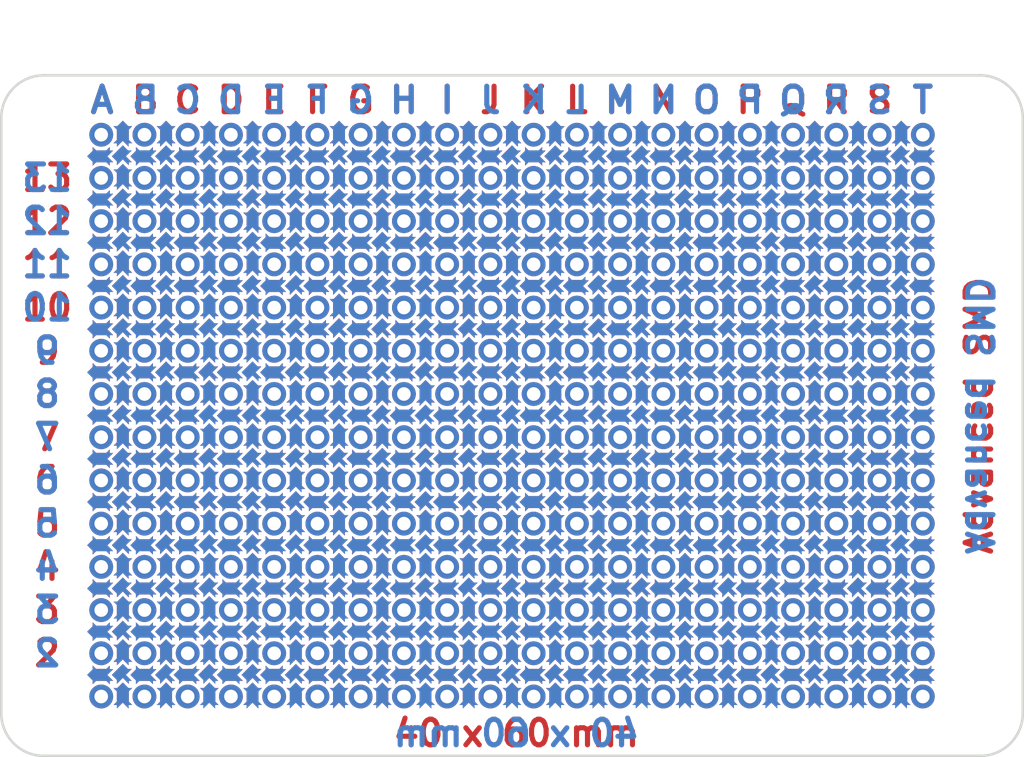
<source format=kicad_pcb>
(kicad_pcb (version 20211014) (generator pcbnew)
  (title_block (title "protoboard base pattern") (comment 1 "CC-BY 4.0") (comment 2 "See http://git.io/vNUDX"))
  (layers (0 "F.Cu" signal) (31 "B.Cu" signal) (34 "B.Paste" user) (35 "F.Paste" user) (36 "B.SilkS" user "B.Silkscreen") (37 "F.SilkS" user "F.Silkscreen") (38 "B.Mask" user) (39 "F.Mask" user) (44 "Edge.Cuts" user))
  (net 0 "")
  (footprint "modules:center-pad-spikes" (layer "F.Cu") (at 123.14 83.76)
    (fp_text reference "REF**" hide)
    (fp_text value "center-pad" hide)
  )
  (footprint "modules:pad-between-spiked" (layer "F.Cu") (at 123.14 82.49)
    (fp_text reference "REF**" hide)
    (fp_text value "pad-between" hide)
  )
  (footprint "modules:pad-between-spiked" (layer "F.Cu") (at 121.87 83.76 90)
    (fp_text reference "REF**" hide)
    (fp_text value "pad-between" hide)
  )
  (footprint "modules:tht-0.8" (layer "F.Cu") (at 121.87 82.49)
    (fp_text reference "REF**" hide)
    (fp_text value "tht-0.8" hide)
  )
  (footprint "modules:pad-between-spiked" (layer "F.Cu") (at 154.89 86.3 90)
    (fp_text reference "REF**" hide)
    (fp_text value "pad-between" hide)
  )
  (footprint "modules:center-pad-spikes" (layer "F.Cu") (at 148.54 99)
    (fp_text reference "REF**" hide)
    (fp_text value "center-pad" hide)
  )
  (footprint "modules:pad-between-spiked" (layer "F.Cu") (at 124.41 114.24 90)
    (fp_text reference "REF**" hide)
    (fp_text value "pad-between" hide)
  )
  (footprint "modules:center-pad-spikes" (layer "F.Cu") (at 166.32 88.84)
    (fp_text reference "REF**" hide)
    (fp_text value "center-pad" hide)
  )
  (footprint "modules:pad-between-spiked" (layer "F.Cu") (at 151.08 90.11)
    (fp_text reference "REF**" hide)
    (fp_text value "pad-between" hide)
  )
  (footprint "modules:tht-0.8" (layer "F.Cu") (at 170.13 110.43)
    (fp_text reference "REF**" hide)
    (fp_text value "tht-0.8" hide)
  )
  (footprint "modules:pad-between-spiked" (layer "F.Cu") (at 135.84 112.97)
    (fp_text reference "REF**" hide)
    (fp_text value "pad-between" hide)
  )
  (footprint "modules:center-pad-spikes" (layer "F.Cu") (at 133.3 106.62)
    (fp_text reference "REF**" hide)
    (fp_text value "center-pad" hide)
  )
  (footprint "modules:pad-between-spiked" (layer "F.Cu") (at 137.11 106.62 90)
    (fp_text reference "REF**" hide)
    (fp_text value "pad-between" hide)
  )
  (footprint "modules:tht-0.8" (layer "F.Cu") (at 152.35 105.35)
    (fp_text reference "REF**" hide)
    (fp_text value "tht-0.8" hide)
  )
  (footprint "modules:pad-between-spiked" (layer "F.Cu") (at 148.54 95.19)
    (fp_text reference "REF**" hide)
    (fp_text value "pad-between" hide)
  )
  (footprint "modules:center-pad-spikes" (layer "F.Cu") (at 135.84 104.08)
    (fp_text reference "REF**" hide)
    (fp_text value "center-pad" hide)
  )
  (footprint "modules:pad-between-spiked" (layer "F.Cu") (at 121.87 96.46 90)
    (fp_text reference "REF**" hide)
    (fp_text value "pad-between" hide)
  )
  (footprint "modules:tht-0.8" (layer "F.Cu") (at 126.95 105.35)
    (fp_text reference "REF**" hide)
    (fp_text value "tht-0.8" hide)
  )
  (footprint "modules:tht-0.8" (layer "F.Cu") (at 154.89 110.43)
    (fp_text reference "REF**" hide)
    (fp_text value "tht-0.8" hide)
  )
  (footprint "modules:pad-between-spiked" (layer "F.Cu") (at 125.68 100.27)
    (fp_text reference "REF**" hide)
    (fp_text value "pad-between" hide)
  )
  (footprint "modules:center-pad-spikes" (layer "F.Cu") (at 151.08 111.7)
    (fp_text reference "REF**" hide)
    (fp_text value "center-pad" hide)
  )
  (footprint "modules:tht-0.8" (layer "F.Cu") (at 142.19 112.97)
    (fp_text reference "REF**" hide)
    (fp_text value "tht-0.8" hide)
  )
  (footprint "modules:tht-0.8" (layer "F.Cu") (at 142.19 105.35)
    (fp_text reference "REF**" hide)
    (fp_text value "tht-0.8" hide)
  )
  (footprint "modules:pad-between-spiked" (layer "F.Cu") (at 152.35 104.08 90)
    (fp_text reference "REF**" hide)
    (fp_text value "pad-between" hide)
  )
  (footprint "modules:pad-between-spiked" (layer "F.Cu") (at 135.84 115.51)
    (fp_text reference "REF**" hide)
    (fp_text value "pad-between" hide)
  )
  (footprint "modules:pad-between-spiked" (layer "F.Cu") (at 156.16 85.03)
    (fp_text reference "REF**" hide)
    (fp_text value "pad-between" hide)
  )
  (footprint "modules:pad-between-spiked" (layer "F.Cu") (at 126.95 111.7 90)
    (fp_text reference "REF**" hide)
    (fp_text value "pad-between" hide)
  )
  (footprint "modules:tht-0.8" (layer "F.Cu") (at 129.49 87.57)
    (fp_text reference "REF**" hide)
    (fp_text value "tht-0.8" hide)
  )
  (footprint "modules:tht-0.8" (layer "F.Cu") (at 126.95 100.27)
    (fp_text reference "REF**" hide)
    (fp_text value "tht-0.8" hide)
  )
  (footprint "modules:pad-between-spiked" (layer "F.Cu") (at 130.76 95.19)
    (fp_text reference "REF**" hide)
    (fp_text value "pad-between" hide)
  )
  (footprint "modules:center-pad-spikes" (layer "F.Cu") (at 125.68 88.84)
    (fp_text reference "REF**" hide)
    (fp_text value "center-pad" hide)
  )
  (footprint "modules:pad-between-spiked" (layer "F.Cu") (at 135.84 110.43)
    (fp_text reference "REF**" hide)
    (fp_text value "pad-between" hide)
  )
  (footprint "modules:tht-0.8" (layer "F.Cu") (at 121.87 97.73)
    (fp_text reference "REF**" hide)
    (fp_text value "tht-0.8" hide)
  )
  (footprint "modules:tht-0.8" (layer "F.Cu") (at 124.41 90.11)
    (fp_text reference "REF**" hide)
    (fp_text value "tht-0.8" hide)
  )
  (footprint "modules:pad-between-spiked" (layer "F.Cu") (at 129.49 83.76 90)
    (fp_text reference "REF**" hide)
    (fp_text value "pad-between" hide)
  )
  (footprint "modules:center-pad-spikes" (layer "F.Cu") (at 143.46 114.24)
    (fp_text reference "REF**" hide)
    (fp_text value "center-pad" hide)
  )
  (footprint "modules:center-pad-spikes" (layer "F.Cu") (at 146 104.08)
    (fp_text reference "REF**" hide)
    (fp_text value "center-pad" hide)
  )
  (footprint "modules:center-pad-spikes" (layer "F.Cu") (at 166.32 99)
    (fp_text reference "REF**" hide)
    (fp_text value "center-pad" hide)
  )
  (footprint "modules:center-pad-spikes" (layer "F.Cu") (at 153.62 91.38)
    (fp_text reference "REF**" hide)
    (fp_text value "center-pad" hide)
  )
  (footprint "modules:pad-between-spiked" (layer "F.Cu") (at 157.43 93.92 90)
    (fp_text reference "REF**" hide)
    (fp_text value "pad-between" hide)
  )
  (footprint "modules:pad-between-spiked" (layer "F.Cu") (at 165.05 109.16 90)
    (fp_text reference "REF**" hide)
    (fp_text value "pad-between" hide)
  )
  (footprint "modules:pad-between-spiked" (layer "F.Cu") (at 159.97 101.54 90)
    (fp_text reference "REF**" hide)
    (fp_text value "pad-between" hide)
  )
  (footprint "modules:pad-between-spiked" (layer "F.Cu") (at 126.95 99 90)
    (fp_text reference "REF**" hide)
    (fp_text value "pad-between" hide)
  )
  (footprint "modules:center-pad-spikes" (layer "F.Cu") (at 163.78 96.46)
    (fp_text reference "REF**" hide)
    (fp_text value "center-pad" hide)
  )
  (footprint "modules:tht-0.8" (layer "F.Cu") (at 121.87 115.51)
    (fp_text reference "REF**" hide)
    (fp_text value "tht-0.8" hide)
  )
  (footprint "modules:tht-0.8" (layer "F.Cu") (at 132.03 85.03)
    (fp_text reference "REF**" hide)
    (fp_text value "tht-0.8" hide)
  )
  (footprint "modules:tht-0.8" (layer "F.Cu") (at 152.35 112.97)
    (fp_text reference "REF**" hide)
    (fp_text value "tht-0.8" hide)
  )
  (footprint "modules:pad-between-spiked" (layer "F.Cu") (at 162.51 106.62 90)
    (fp_text reference "REF**" hide)
    (fp_text value "pad-between" hide)
  )
  (footprint "modules:center-pad-spikes" (layer "F.Cu") (at 156.16 83.76)
    (fp_text reference "REF**" hide)
    (fp_text value "center-pad" hide)
  )
  (footprint "modules:center-pad-spikes" (layer "F.Cu") (at 158.7 101.54)
    (fp_text reference "REF**" hide)
    (fp_text value "center-pad" hide)
  )
  (footprint "modules:center-pad-spikes" (layer "F.Cu") (at 161.24 91.38)
    (fp_text reference "REF**" hide)
    (fp_text value "center-pad" hide)
  )
  (footprint "modules:pad-between-spiked" (layer "F.Cu") (at 165.05 101.54 90)
    (fp_text reference "REF**" hide)
    (fp_text value "pad-between" hide)
  )
  (footprint "modules:pad-between-spiked" (layer "F.Cu") (at 151.08 100.27)
    (fp_text reference "REF**" hide)
    (fp_text value "pad-between" hide)
  )
  (footprint "modules:center-pad-spikes" (layer "F.Cu") (at 151.08 96.46)
    (fp_text reference "REF**" hide)
    (fp_text value "center-pad" hide)
  )
  (footprint "modules:pad-between-spiked" (layer "F.Cu") (at 135.84 97.73)
    (fp_text reference "REF**" hide)
    (fp_text value "pad-between" hide)
  )
  (footprint "modules:pad-between-spiked" (layer "F.Cu") (at 163.78 95.19)
    (fp_text reference "REF**" hide)
    (fp_text value "pad-between" hide)
  )
  (footprint "modules:pad-between-spiked" (layer "F.Cu") (at 157.43 109.16 90)
    (fp_text reference "REF**" hide)
    (fp_text value "pad-between" hide)
  )
  (footprint "modules:tht-0.8" (layer "F.Cu") (at 144.73 102.81)
    (fp_text reference "REF**" hide)
    (fp_text value "tht-0.8" hide)
  )
  (footprint "modules:tht-0.8" (layer "F.Cu") (at 154.89 92.65)
    (fp_text reference "REF**" hide)
    (fp_text value "tht-0.8" hide)
  )
  (footprint "modules:center-pad-spikes" (layer "F.Cu") (at 130.76 111.7)
    (fp_text reference "REF**" hide)
    (fp_text value "center-pad" hide)
  )
  (footprint "modules:tht-0.8" (layer "F.Cu") (at 124.41 105.35)
    (fp_text reference "REF**" hide)
    (fp_text value "tht-0.8" hide)
  )
  (footprint "modules:tht-0.8" (layer "F.Cu") (at 144.73 92.65)
    (fp_text reference "REF**" hide)
    (fp_text value "tht-0.8" hide)
  )
  (footprint "modules:center-pad-spikes" (layer "F.Cu") (at 146 91.38)
    (fp_text reference "REF**" hide)
    (fp_text value "center-pad" hide)
  )
  (footprint "modules:pad-between-spiked" (layer "F.Cu") (at 138.38 92.65)
    (fp_text reference "REF**" hide)
    (fp_text value "pad-between" hide)
  )
  (footprint "modules:tht-0.8" (layer "F.Cu") (at 132.03 102.81)
    (fp_text reference "REF**" hide)
    (fp_text value "tht-0.8" hide)
  )
  (footprint "modules:tht-0.8" (layer "F.Cu") (at 137.11 105.35)
    (fp_text reference "REF**" hide)
    (fp_text value "tht-0.8" hide)
  )
  (footprint "modules:center-pad-spikes" (layer "F.Cu") (at 143.46 109.16)
    (fp_text reference "REF**" hide)
    (fp_text value "center-pad" hide)
  )
  (footprint "modules:center-pad-spikes" (layer "F.Cu") (at 133.3 101.54)
    (fp_text reference "REF**" hide)
    (fp_text value "center-pad" hide)
  )
  (footprint "modules:pad-between-spiked" (layer "F.Cu") (at 154.89 114.24 90)
    (fp_text reference "REF**" hide)
    (fp_text value "pad-between" hide)
  )
  (footprint "modules:center-pad-spikes" (layer "F.Cu") (at 143.46 96.46)
    (fp_text reference "REF**" hide)
    (fp_text value "center-pad" hide)
  )
  (footprint "modules:pad-between-spiked" (layer "F.Cu") (at 137.11 91.38 90)
    (fp_text reference "REF**" hide)
    (fp_text value "pad-between" hide)
  )
  (footprint "modules:pad-between-spiked" (layer "F.Cu") (at 161.24 105.35)
    (fp_text reference "REF**" hide)
    (fp_text value "pad-between" hide)
  )
  (footprint "modules:pad-between-spiked" (layer "F.Cu") (at 154.89 109.16 90)
    (fp_text reference "REF**" hide)
    (fp_text value "pad-between" hide)
  )
  (footprint "modules:tht-0.8" (layer "F.Cu") (at 139.65 97.73)
    (fp_text reference "REF**" hide)
    (fp_text value "tht-0.8" hide)
  )
  (footprint "modules:center-pad-spikes" (layer "F.Cu") (at 158.7 109.16)
    (fp_text reference "REF**" hide)
    (fp_text value "center-pad" hide)
  )
  (footprint "modules:tht-0.8" (layer "F.Cu") (at 149.81 107.89)
    (fp_text reference "REF**" hide)
    (fp_text value "tht-0.8" hide)
  )
  (footprint "modules:tht-0.8" (layer "F.Cu") (at 134.57 97.73)
    (fp_text reference "REF**" hide)
    (fp_text value "tht-0.8" hide)
  )
  (footprint "modules:pad-between-spiked" (layer "F.Cu") (at 158.7 82.49)
    (fp_text reference "REF**" hide)
    (fp_text value "pad-between" hide)
  )
  (footprint "modules:pad-between-spiked" (layer "F.Cu") (at 124.41 91.38 90)
    (fp_text reference "REF**" hide)
    (fp_text value "pad-between" hide)
  )
  (footprint "modules:tht-0.8" (layer "F.Cu") (at 132.03 90.11)
    (fp_text reference "REF**" hide)
    (fp_text value "tht-0.8" hide)
  )
  (footprint "modules:pad-between-spiked" (layer "F.Cu") (at 157.43 88.84 90)
    (fp_text reference "REF**" hide)
    (fp_text value "pad-between" hide)
  )
  (footprint "modules:pad-between-spiked" (layer "F.Cu") (at 153.62 90.11)
    (fp_text reference "REF**" hide)
    (fp_text value "pad-between" hide)
  )
  (footprint "modules:pad-between-spiked" (layer "F.Cu") (at 140.92 102.81)
    (fp_text reference "REF**" hide)
    (fp_text value "pad-between" hide)
  )
  (footprint "modules:pad-between-spiked" (layer "F.Cu") (at 135.84 105.35)
    (fp_text reference "REF**" hide)
    (fp_text value "pad-between" hide)
  )
  (footprint "modules:tht-0.8" (layer "F.Cu") (at 167.59 100.27)
    (fp_text reference "REF**" hide)
    (fp_text value "tht-0.8" hide)
  )
  (footprint "modules:tht-0.8" (layer "F.Cu") (at 170.13 95.19)
    (fp_text reference "REF**" hide)
    (fp_text value "tht-0.8" hide)
  )
  (footprint "modules:pad-between-spiked" (layer "F.Cu") (at 138.38 87.57)
    (fp_text reference "REF**" hide)
    (fp_text value "pad-between" hide)
  )
  (footprint "modules:tht-0.8" (layer "F.Cu") (at 152.35 107.89)
    (fp_text reference "REF**" hide)
    (fp_text value "tht-0.8" hide)
  )
  (footprint "modules:pad-between-spiked" (layer "F.Cu") (at 142.19 101.54 90)
    (fp_text reference "REF**" hide)
    (fp_text value "pad-between" hide)
  )
  (footprint "modules:pad-between-spiked" (layer "F.Cu") (at 156.16 100.27)
    (fp_text reference "REF**" hide)
    (fp_text value "pad-between" hide)
  )
  (footprint "modules:tht-0.8" (layer "F.Cu") (at 137.11 92.65)
    (fp_text reference "REF**" hide)
    (fp_text value "tht-0.8" hide)
  )
  (footprint "modules:tht-0.8" (layer "F.Cu") (at 126.95 107.89)
    (fp_text reference "REF**" hide)
    (fp_text value "tht-0.8" hide)
  )
  (footprint "modules:pad-between-spiked" (layer "F.Cu") (at 130.76 115.51)
    (fp_text reference "REF**" hide)
    (fp_text value "pad-between" hide)
  )
  (footprint "modules:tht-0.8" (layer "F.Cu") (at 147.27 82.49)
    (fp_text reference "REF**" hide)
    (fp_text value "tht-0.8" hide)
  )
  (footprint "modules:pad-between-spiked" (layer "F.Cu") (at 147.27 111.7 90)
    (fp_text reference "REF**" hide)
    (fp_text value "pad-between" hide)
  )
  (footprint "modules:center-pad-spikes" (layer "F.Cu") (at 138.38 93.92)
    (fp_text reference "REF**" hide)
    (fp_text value "center-pad" hide)
  )
  (footprint "modules:pad-between-spiked" (layer "F.Cu") (at 161.24 92.65)
    (fp_text reference "REF**" hide)
    (fp_text value "pad-between" hide)
  )
  (footprint "modules:center-pad-spikes" (layer "F.Cu") (at 140.92 96.46)
    (fp_text reference "REF**" hide)
    (fp_text value "center-pad" hide)
  )
  (footprint "modules:pad-between-spiked" (layer "F.Cu") (at 140.92 105.35)
    (fp_text reference "REF**" hide)
    (fp_text value "pad-between" hide)
  )
  (footprint "modules:tht-0.8" (layer "F.Cu") (at 147.27 112.97)
    (fp_text reference "REF**" hide)
    (fp_text value "tht-0.8" hide)
  )
  (footprint "modules:pad-between-spiked" (layer "F.Cu") (at 143.46 95.19)
    (fp_text reference "REF**" hide)
    (fp_text value "pad-between" hide)
  )
  (footprint "modules:center-pad-spikes" (layer "F.Cu") (at 148.54 101.54)
    (fp_text reference "REF**" hide)
    (fp_text value "center-pad" hide)
  )
  (footprint "modules:tht-0.8" (layer "F.Cu") (at 170.13 85.03)
    (fp_text reference "REF**" hide)
    (fp_text value "tht-0.8" hide)
  )
  (footprint "modules:pad-between-spiked" (layer "F.Cu") (at 128.22 102.81)
    (fp_text reference "REF**" hide)
    (fp_text value "pad-between" hide)
  )
  (footprint "modules:pad-between-spiked" (layer "F.Cu") (at 126.95 109.16 90)
    (fp_text reference "REF**" hide)
    (fp_text value "pad-between" hide)
  )
  (footprint "modules:pad-between-spiked" (layer "F.Cu") (at 137.11 88.84 90)
    (fp_text reference "REF**" hide)
    (fp_text value "pad-between" hide)
  )
  (footprint "modules:tht-0.8" (layer "F.Cu") (at 167.59 115.51)
    (fp_text reference "REF**" hide)
    (fp_text value "tht-0.8" hide)
  )
  (footprint "modules:pad-between-spiked" (layer "F.Cu") (at 166.32 100.27)
    (fp_text reference "REF**" hide)
    (fp_text value "pad-between" hide)
  )
  (footprint "modules:center-pad-spikes" (layer "F.Cu") (at 123.14 104.08)
    (fp_text reference "REF**" hide)
    (fp_text value "center-pad" hide)
  )
  (footprint "modules:pad-between-spiked" (layer "F.Cu") (at 152.35 93.92 90)
    (fp_text reference "REF**" hide)
    (fp_text value "pad-between" hide)
  )
  (footprint "MeineBib:EigenesMountingHole_2.6mm_M2.5_Small" (layer "F.Cu") (at 173.5 116.5)
    (fp_text reference "MK2" hide)
    (fp_text value "Mounting_Hole" hide)
  )
  (footprint "modules:pad-between-spiked" (layer "F.Cu") (at 133.3 97.73)
    (fp_text reference "REF**" hide)
    (fp_text value "pad-between" hide)
  )
  (footprint "modules:pad-between-spiked" (layer "F.Cu") (at 146 112.97)
    (fp_text reference "REF**" hide)
    (fp_text value "pad-between" hide)
  )
  (footprint "modules:pad-between-spiked" (layer "F.Cu") (at 146 90.11)
    (fp_text reference "REF**" hide)
    (fp_text value "pad-between" hide)
  )
  (footprint "modules:tht-0.8" (layer "F.Cu") (at 139.65 107.89)
    (fp_text reference "REF**" hide)
    (fp_text value "tht-0.8" hide)
  )
  (footprint "modules:pad-between-spiked" (layer "F.Cu") (at 159.97 86.3 90)
    (fp_text reference "REF**" hide)
    (fp_text value "pad-between" hide)
  )
  (footprint "modules:pad-between-spiked" (layer "F.Cu") (at 148.54 105.35)
    (fp_text reference "REF**" hide)
    (fp_text value "pad-between" hide)
  )
  (footprint "modules:pad-between-spiked" (layer "F.Cu") (at 121.87 104.08 90)
    (fp_text reference "REF**" hide)
    (fp_text value "pad-between" hide)
  )
  (footprint "modules:tht-0.8" (layer "F.Cu") (at 139.65 92.65)
    (fp_text reference "REF**" hide)
    (fp_text value "tht-0.8" hide)
  )
  (footprint "modules:tht-0.8" (layer "F.Cu") (at 165.05 87.57)
    (fp_text reference "REF**" hide)
    (fp_text value "tht-0.8" hide)
  )
  (footprint "modules:pad-between-spiked" (layer "F.Cu") (at 146 115.51)
    (fp_text reference "REF**" hide)
    (fp_text value "pad-between" hide)
  )
  (footprint "modules:tht-0.8" (layer "F.Cu") (at 162.51 85.03)
    (fp_text reference "REF**" hide)
    (fp_text value "tht-0.8" hide)
  )
  (footprint "modules:pad-between-spiked" (layer "F.Cu") (at 144.73 96.46 90)
    (fp_text reference "REF**" hide)
    (fp_text value "pad-between" hide)
  )
  (footprint "modules:pad-between-spiked" (layer "F.Cu") (at 166.32 92.65)
    (fp_text reference "REF**" hide)
    (fp_text value "pad-between" hide)
  )
  (footprint "modules:pad-between-spiked" (layer "F.Cu") (at 124.41 111.7 90)
    (fp_text reference "REF**" hide)
    (fp_text value "pad-between" hide)
  )
  (footprint "modules:tht-0.8" (layer "F.Cu") (at 157.43 90.11)
    (fp_text reference "REF**" hide)
    (fp_text value "tht-0.8" hide)
  )
  (footprint "modules:pad-between-spiked" (layer "F.Cu") (at 139.65 91.38 90)
    (fp_text reference "REF**" hide)
    (fp_text value "pad-between" hide)
  )
  (footprint "modules:tht-0.8" (layer "F.Cu") (at 142.19 110.43)
    (fp_text reference "REF**" hide)
    (fp_text value "tht-0.8" hide)
  )
  (footprint "modules:center-pad-spikes" (layer "F.Cu") (at 163.78 104.08)
    (fp_text reference "REF**" hide)
    (fp_text value "center-pad" hide)
  )
  (footprint "modules:pad-between-spiked" (layer "F.Cu") (at 157.43 86.3 90)
    (fp_text reference "REF**" hide)
    (fp_text value "pad-between" hide)
  )
  (footprint "modules:pad-between-spiked" (layer "F.Cu") (at 143.46 112.97)
    (fp_text reference "REF**" hide)
    (fp_text value "pad-between" hide)
  )
  (footprint "modules:pad-between-spiked" (layer "F.Cu") (at 121.87 88.84 90)
    (fp_text reference "REF**" hide)
    (fp_text value "pad-between" hide)
  )
  (footprint "modules:tht-0.8" (layer "F.Cu") (at 132.03 100.27)
    (fp_text reference "REF**" hide)
    (fp_text value "tht-0.8" hide)
  )
  (footprint "modules:tht-0.8" (layer "F.Cu") (at 121.87 105.35)
    (fp_text reference "REF**" hide)
    (fp_text value "tht-0.8" hide)
  )
  (footprint "modules:pad-between-spiked" (layer "F.Cu") (at 144.73 83.76 90)
    (fp_text reference "REF**" hide)
    (fp_text value "pad-between" hide)
  )
  (footprint "modules:tht-0.8" (layer "F.Cu") (at 149.81 110.43)
    (fp_text reference "REF**" hide)
    (fp_text value "tht-0.8" hide)
  )
  (footprint "modules:tht-0.8" (layer "F.Cu") (at 159.97 97.73)
    (fp_text reference "REF**" hide)
    (fp_text value "tht-0.8" hide)
  )
  (footprint "modules:tht-0.8" (layer "F.Cu") (at 167.59 105.35)
    (fp_text reference "REF**" hide)
    (fp_text value "tht-0.8" hide)
  )
  (footprint "modules:pad-between-spiked" (layer "F.Cu") (at 138.38 105.35)
    (fp_text reference "REF**" hide)
    (fp_text value "pad-between" hide)
  )
  (footprint "modules:tht-0.8" (layer "F.Cu") (at 137.11 85.03)
    (fp_text reference "REF**" hide)
    (fp_text value "tht-0.8" hide)
  )
  (footprint "modules:pad-between-spiked" (layer "F.Cu") (at 159.97 93.92 90)
    (fp_text reference "REF**" hide)
    (fp_text value "pad-between" hide)
  )
  (footprint "modules:pad-between-spiked" (layer "F.Cu") (at 130.76 105.35)
    (fp_text reference "REF**" hide)
    (fp_text value "pad-between" hide)
  )
  (footprint "modules:pad-between-spiked" (layer "F.Cu") (at 139.65 111.7 90)
    (fp_text reference "REF**" hide)
    (fp_text value "pad-between" hide)
  )
  (footprint "modules:tht-0.8" (layer "F.Cu") (at 152.35 90.11)
    (fp_text reference "REF**" hide)
    (fp_text value "tht-0.8" hide)
  )
  (footprint "modules:pad-between-spiked" (layer "F.Cu") (at 162.51 93.92 90)
    (fp_text reference "REF**" hide)
    (fp_text value "pad-between" hide)
  )
  (footprint "modules:center-pad-spikes" (layer "F.Cu") (at 148.54 96.46)
    (fp_text reference "REF**" hide)
    (fp_text value "center-pad" hide)
  )
  (footprint "modules:center-pad-spikes" (layer "F.Cu") (at 125.68 111.7)
    (fp_text reference "REF**" hide)
    (fp_text value "center-pad" hide)
  )
  (footprint "modules:tht-0.8" (layer "F.Cu") (at 144.73 112.97)
    (fp_text reference "REF**" hide)
    (fp_text value "tht-0.8" hide)
  )
  (footprint "modules:tht-0.8" (layer "F.Cu") (at 167.59 85.03)
    (fp_text reference "REF**" hide)
    (fp_text value "tht-0.8" hide)
  )
  (footprint "modules:pad-between-spiked" (layer "F.Cu") (at 153.62 82.49)
    (fp_text reference "REF**" hide)
    (fp_text value "pad-between" hide)
  )
  (footprint "modules:center-pad-spikes" (layer "F.Cu") (at 156.16 106.62)
    (fp_text reference "REF**" hide)
    (fp_text value "center-pad" hide)
  )
  (footprint "modules:center-pad-spikes" (layer "F.Cu") (at 135.84 111.7)
    (fp_text reference "REF**" hide)
    (fp_text value "center-pad" hide)
  )
  (footprint "modules:tht-0.8" (layer "F.Cu") (at 139.65 82.49)
    (fp_text reference "REF**" hide)
    (fp_text value "tht-0.8" hide)
  )
  (footprint "modules:tht-0.8" (layer "F.Cu") (at 165.05 102.81)
    (fp_text reference "REF**" hide)
    (fp_text value "tht-0.8" hide)
  )
  (footprint "modules:pad-between-spiked" (layer "F.Cu") (at 168.86 110.43)
    (fp_text reference "REF**" hide)
    (fp_text value "pad-between" hide)
  )
  (footprint "modules:pad-between-spiked" (layer "F.Cu") (at 134.57 111.7 90)
    (fp_text reference "REF**" hide)
    (fp_text value "pad-between" hide)
  )
  (footprint "modules:center-pad-spikes" (layer "F.Cu") (at 148.54 111.7)
    (fp_text reference "REF**" hide)
    (fp_text value "center-pad" hide)
  )
  (footprint "modules:center-pad-spikes" (layer "F.Cu") (at 168.86 101.54)
    (fp_text reference "REF**" hide)
    (fp_text value "center-pad" hide)
  )
  (footprint "modules:center-pad-spikes" (layer "F.Cu") (at 166.32 83.76)
    (fp_text reference "REF**" hide)
    (fp_text value "center-pad" hide)
  )
  (footprint "modules:center-pad-spikes" (layer "F.Cu") (at 123.14 111.7)
    (fp_text reference "REF**" hide)
    (fp_text value "center-pad" hide)
  )
  (footprint "modules:pad-between-spiked" (layer "F.Cu") (at 151.08 110.43)
    (fp_text reference "REF**" hide)
    (fp_text value "pad-between" hide)
  )
  (footprint "modules:pad-between-spiked" (layer "F.Cu") (at 166.32 90.11)
    (fp_text reference "REF**" hide)
    (fp_text value "pad-between" hide)
  )
  (footprint "modules:center-pad-spikes" (layer "F.Cu") (at 138.38 91.38)
    (fp_text reference "REF**" hide)
    (fp_text value "center-pad" hide)
  )
  (footprint "modules:center-pad-spikes" (layer "F.Cu") (at 146 96.46)
    (fp_text reference "REF**" hide)
    (fp_text value "center-pad" hide)
  )
  (footprint "modules:center-pad-spikes" (layer "F.Cu") (at 128.22 86.3)
    (fp_text reference "REF**" hide)
    (fp_text value "center-pad" hide)
  )
  (footprint "modules:center-pad-spikes" (layer "F.Cu") (at 163.78 88.84)
    (fp_text reference "REF**" hide)
    (fp_text value "center-pad" hide)
  )
  (footprint "modules:tht-0.8" (layer "F.Cu") (at 152.35 95.19)
    (fp_text reference "REF**" hide)
    (fp_text value "tht-0.8" hide)
  )
  (footprint "modules:center-pad-spikes" (layer "F.Cu") (at 156.16 114.24)
    (fp_text reference "REF**" hide)
    (fp_text value "center-pad" hide)
  )
  (footprint "modules:center-pad-spikes" (layer "F.Cu") (at 153.62 101.54)
    (fp_text reference "REF**" hide)
    (fp_text value "center-pad" hide)
  )
  (footprint "modules:pad-between-spiked" (layer "F.Cu") (at 135.84 85.03)
    (fp_text reference "REF**" hide)
    (fp_text value "pad-between" hide)
  )
  (footprint "modules:center-pad-spikes" (layer "F.Cu") (at 156.16 109.16)
    (fp_text reference "REF**" hide)
    (fp_text value "center-pad" hide)
  )
  (footprint "modules:pad-between-spiked" (layer "F.Cu") (at 139.65 88.84 90)
    (fp_text reference "REF**" hide)
    (fp_text value "pad-between" hide)
  )
  (footprint "modules:pad-between-spiked" (layer "F.Cu") (at 140.92 87.57)
    (fp_text reference "REF**" hide)
    (fp_text value "pad-between" hide)
  )
  (footprint "modules:pad-between-spiked" (layer "F.Cu") (at 132.03 88.84 90)
    (fp_text reference "REF**" hide)
    (fp_text value "pad-between" hide)
  )
  (footprint "modules:tht-0.8" (layer "F.Cu") (at 165.05 100.27)
    (fp_text reference "REF**" hide)
    (fp_text value "tht-0.8" hide)
  )
  (footprint "modules:center-pad-spikes" (layer "F.Cu") (at 163.78 106.62)
    (fp_text reference "REF**" hide)
    (fp_text value "center-pad" hide)
  )
  (footprint "modules:pad-between-spiked" (layer "F.Cu") (at 133.3 115.51)
    (fp_text reference "REF**" hide)
    (fp_text value "pad-between" hide)
  )
  (footprint "modules:pad-between-spiked" (layer "F.Cu") (at 126.95 101.54 90)
    (fp_text reference "REF**" hide)
    (fp_text value "pad-between" hide)
  )
  (footprint "modules:tht-0.8" (layer "F.Cu") (at 157.43 87.57)
    (fp_text reference "REF**" hide)
    (fp_text value "tht-0.8" hide)
  )
  (footprint "modules:tht-0.8" (layer "F.Cu") (at 137.11 97.73)
    (fp_text reference "REF**" hide)
    (fp_text value "tht-0.8" hide)
  )
  (footprint "modules:pad-between-spiked" (layer "F.Cu") (at 151.08 112.97)
    (fp_text reference "REF**" hide)
    (fp_text value "pad-between" hide)
  )
  (footprint "modules:tht-0.8" (layer "F.Cu") (at 144.73 110.43)
    (fp_text reference "REF**" hide)
    (fp_text value "tht-0.8" hide)
  )
  (footprint "modules:pad-between-spiked" (layer "F.Cu") (at 130.76 87.57)
    (fp_text reference "REF**" hide)
    (fp_text value "pad-between" hide)
  )
  (footprint "modules:tht-0.8" (layer "F.Cu") (at 139.65 85.03)
    (fp_text reference "REF**" hide)
    (fp_text value "tht-0.8" hide)
  )
  (footprint "modules:pad-between-spiked" (layer "F.Cu") (at 142.19 111.7 90)
    (fp_text reference "REF**" hide)
    (fp_text value "pad-between" hide)
  )
  (footprint "modules:center-pad-spikes" (layer "F.Cu") (at 128.22 114.24)
    (fp_text reference "REF**" hide)
    (fp_text value "center-pad" hide)
  )
  (footprint "modules:pad-between-spiked" (layer "F.Cu") (at 142.19 91.38 90)
    (fp_text reference "REF**" hide)
    (fp_text value "pad-between" hide)
  )
  (footprint "modules:pad-between-spiked" (layer "F.Cu") (at 134.57 109.16 90)
    (fp_text reference "REF**" hide)
    (fp_text value "pad-between" hide)
  )
  (footprint "modules:tht-0.8" (layer "F.Cu") (at 170.13 105.35)
    (fp_text reference "REF**" hide)
    (fp_text value "tht-0.8" hide)
  )
  (footprint "modules:pad-between-spiked" (layer "F.Cu") (at 135.84 90.11)
    (fp_text reference "REF**" hide)
    (fp_text value "pad-between" hide)
  )
  (footprint "modules:tht-0.8" (layer "F.Cu") (at 159.97 82.49)
    (fp_text reference "REF**" hide)
    (fp_text value "tht-0.8" hide)
  )
  (footprint "modules:center-pad-spikes" (layer "F.Cu") (at 153.62 83.76)
    (fp_text reference "REF**" hide)
    (fp_text value "center-pad" hide)
  )
  (footprint "modules:pad-between-spiked" (layer "F.Cu") (at 159.97 88.84 90)
    (fp_text reference "REF**" hide)
    (fp_text value "pad-between" hide)
  )
  (footprint "modules:center-pad-spikes" (layer "F.Cu") (at 148.54 86.3)
    (fp_text reference "REF**" hide)
    (fp_text value "center-pad" hide)
  )
  (footprint "modules:pad-between-spiked" (layer "F.Cu") (at 124.41 88.84 90)
    (fp_text reference "REF**" hide)
    (fp_text value "pad-between" hide)
  )
  (footprint "modules:tht-0.8" (layer "F.Cu") (at 126.95 112.97)
    (fp_text reference "REF**" hide)
    (fp_text value "tht-0.8" hide)
  )
  (footprint "modules:pad-between-spiked" (layer "F.Cu") (at 147.27 88.84 90)
    (fp_text reference "REF**" hide)
    (fp_text value "pad-between" hide)
  )
  (footprint "modules:pad-between-spiked" (layer "F.Cu") (at 170.13 106.62 90)
    (fp_text reference "REF**" hide)
    (fp_text value "pad-between" hide)
  )
  (footprint "modules:tht-0.8" (layer "F.Cu") (at 157.43 82.49)
    (fp_text reference "REF**" hide)
    (fp_text value "tht-0.8" hide)
  )
  (footprint "modules:pad-between-spiked" (layer "F.Cu") (at 133.3 85.03)
    (fp_text reference "REF**" hide)
    (fp_text value "pad-between" hide)
  )
  (footprint "modules:pad-between-spiked" (layer "F.Cu") (at 157.43 91.38 90)
    (fp_text reference "REF**" hide)
    (fp_text value "pad-between" hide)
  )
  (footprint "modules:pad-between-spiked" (layer "F.Cu") (at 140.92 97.73)
    (fp_text reference "REF**" hide)
    (fp_text value "pad-between" hide)
  )
  (footprint "modules:tht-0.8" (layer "F.Cu") (at 137.11 95.19)
    (fp_text reference "REF**" hide)
    (fp_text value "tht-0.8" hide)
  )
  (footprint "modules:pad-between-spiked" (layer "F.Cu") (at 147.27 91.38 90)
    (fp_text reference "REF**" hide)
    (fp_text value "pad-between" hide)
  )
  (footprint "modules:tht-0.8" (layer "F.Cu") (at 137.11 107.89)
    (fp_text reference "REF**" hide)
    (fp_text value "tht-0.8" hide)
  )
  (footprint "modules:pad-between-spiked" (layer "F.Cu") (at 128.22 110.43)
    (fp_text reference "REF**" hide)
    (fp_text value "pad-between" hide)
  )
  (footprint "modules:tht-0.8" (layer "F.Cu") (at 162.51 102.81)
    (fp_text reference "REF**" hide)
    (fp_text value "tht-0.8" hide)
  )
  (footprint "modules:tht-0.8" (layer "F.Cu") (at 170.13 107.89)
    (fp_text reference "REF**" hide)
    (fp_text value "tht-0.8" hide)
  )
  (footprint "modules:tht-0.8" (layer "F.Cu") (at 139.65 90.11)
    (fp_text reference "REF**" hide)
    (fp_text value "tht-0.8" hide)
  )
  (footprint "modules:pad-between-spiked" (layer "F.Cu") (at 123.14 102.81)
    (fp_text reference "REF**" hide)
    (fp_text value "pad-between" hide)
  )
  (footprint "modules:center-pad-spikes" (layer "F.Cu") (at 151.08 83.76)
    (fp_text reference "REF**" hide)
    (fp_text value "center-pad" hide)
  )
  (footprint "modules:pad-between-spiked" (layer "F.Cu") (at 157.43 101.54 90)
    (fp_text reference "REF**" hide)
    (fp_text value "pad-between" hide)
  )
  (footprint "modules:pad-between-spiked" (layer "F.Cu") (at 140.92 85.03)
    (fp_text reference "REF**" hide)
    (fp_text value "pad-between" hide)
  )
  (footprint "modules:pad-between-spiked" (layer "F.Cu") (at 168.86 82.49)
    (fp_text reference "REF**" hide)
    (fp_text value "pad-between" hide)
  )
  (footprint "modules:pad-between-spiked" (layer "F.Cu") (at 162.51 114.24 90)
    (fp_text reference "REF**" hide)
    (fp_text value "pad-between" hide)
  )
  (footprint "modules:pad-between-spiked" (layer "F.Cu") (at 128.22 115.51)
    (fp_text reference "REF**" hide)
    (fp_text value "pad-between" hide)
  )
  (footprint "modules:center-pad-spikes" (layer "F.Cu") (at 143.46 83.76)
    (fp_text reference "REF**" hide)
    (fp_text value "center-pad" hide)
  )
  (footprint "modules:pad-between-spiked" (layer "F.Cu") (at 157.43 96.46 90)
    (fp_text reference "REF**" hide)
    (fp_text value "pad-between" hide)
  )
  (footprint "modules:tht-0.8" (layer "F.Cu") (at 170.13 97.73)
    (fp_text reference "REF**" hide)
    (fp_text value "tht-0.8" hide)
  )
  (footprint "modules:pad-between-spiked" (layer "F.Cu") (at 125.68 90.11)
    (fp_text reference "REF**" hide)
    (fp_text value "pad-between" hide)
  )
  (footprint "modules:pad-between-spiked" (layer "F.Cu") (at 167.59 99 90)
    (fp_text reference "REF**" hide)
    (fp_text value "pad-between" hide)
  )
  (footprint "modules:pad-between-spiked" (layer "F.Cu") (at 126.95 106.62 90)
    (fp_text reference "REF**" hide)
    (fp_text value "pad-between" hide)
  )
  (footprint "modules:center-pad-spikes" (layer "F.Cu") (at 151.08 86.3)
    (fp_text reference "REF**" hide)
    (fp_text value "center-pad" hide)
  )
  (footprint "modules:pad-between-spiked" (layer "F.Cu") (at 161.24 115.51)
    (fp_text reference "REF**" hide)
    (fp_text value "pad-between" hide)
  )
  (footprint "modules:pad-between-spiked" (layer "F.Cu") (at 161.24 112.97)
    (fp_text reference "REF**" hide)
    (fp_text value "pad-between" hide)
  )
  (footprint "modules:center-pad-spikes" (layer "F.Cu") (at 168.86 83.76)
    (fp_text reference "REF**" hide)
    (fp_text value "center-pad" hide)
  )
  (footprint "modules:pad-between-spiked" (layer "F.Cu") (at 167.59 91.38 90)
    (fp_text reference "REF**" hide)
    (fp_text value "pad-between" hide)
  )
  (footprint "modules:pad-between-spiked" (layer "F.Cu") (at 153.62 97.73)
    (fp_text reference "REF**" hide)
    (fp_text value "pad-between" hide)
  )
  (footprint "modules:center-pad-spikes" (layer "F.Cu") (at 138.38 114.24)
    (fp_text reference "REF**" hide)
    (fp_text value "center-pad" hide)
  )
  (footprint "modules:pad-between-spiked" (layer "F.Cu") (at 154.89 101.54 90)
    (fp_text reference "REF**" hide)
    (fp_text value "pad-between" hide)
  )
  (footprint "modules:center-pad-spikes" (layer "F.Cu") (at 166.32 86.3)
    (fp_text reference "REF**" hide)
    (fp_text value "center-pad" hide)
  )
  (footprint "modules:pad-between-spiked" (layer "F.Cu") (at 149.81 83.76 90)
    (fp_text reference "REF**" hide)
    (fp_text value "pad-between" hide)
  )
  (footprint "modules:pad-between-spiked" (layer "F.Cu") (at 148.54 115.51)
    (fp_text reference "REF**" hide)
    (fp_text value "pad-between" hide)
  )
  (footprint "modules:pad-between-spiked" (layer "F.Cu") (at 137.11 93.92 90)
    (fp_text reference "REF**" hide)
    (fp_text value "pad-between" hide)
  )
  (footprint "modules:center-pad-spikes" (layer "F.Cu") (at 148.54 106.62)
    (fp_text reference "REF**" hide)
    (fp_text value "center-pad" hide)
  )
  (footprint "modules:pad-between-spiked" (layer "F.Cu") (at 133.3 105.35)
    (fp_text reference "REF**" hide)
    (fp_text value "pad-between" hide)
  )
  (footprint "modules:center-pad-spikes" (layer "F.Cu") (at 158.7 104.08)
    (fp_text reference "REF**" hide)
    (fp_text value "center-pad" hide)
  )
  (footprint "modules:tht-0.8" (layer "F.Cu") (at 142.19 115.51)
    (fp_text reference "REF**" hide)
    (fp_text value "tht-0.8" hide)
  )
  (footprint "modules:tht-0.8" (layer "F.Cu") (at 126.95 97.73)
    (fp_text reference "REF**" hide)
    (fp_text value "tht-0.8" hide)
  )
  (footprint "modules:tht-0.8" (layer "F.Cu") (at 149.81 97.73)
    (fp_text reference "REF**" hide)
    (fp_text value "tht-0.8" hide)
  )
  (footprint "modules:pad-between-spiked" (layer "F.Cu") (at 123.14 110.43)
    (fp_text reference "REF**" hide)
    (fp_text value "pad-between" hide)
  )
  (footprint "modules:pad-between-spiked" (layer "F.Cu") (at 125.68 95.19)
    (fp_text reference "REF**" hide)
    (fp_text value "pad-between" hide)
  )
  (footprint "modules:pad-between-spiked" (layer "F.Cu") (at 124.41 86.3 90)
    (fp_text reference "REF**" hide)
    (fp_text value "pad-between" hide)
  )
  (footprint "modules:tht-0.8" (layer "F.Cu") (at 162.51 115.51)
    (fp_text reference "REF**" hide)
    (fp_text value "tht-0.8" hide)
  )
  (footprint "modules:pad-between-spiked" (layer "F.Cu") (at 135.84 107.89)
    (fp_text reference "REF**" hide)
    (fp_text value "pad-between" hide)
  )
  (footprint "modules:center-pad-spikes" (layer "F.Cu") (at 135.84 114.24)
    (fp_text reference "REF**" hide)
    (fp_text value "center-pad" hide)
  )
  (footprint "modules:pad-between-spiked" (layer "F.Cu") (at 163.78 112.97)
    (fp_text reference "REF**" hide)
    (fp_text value "pad-between" hide)
  )
  (footprint "modules:tht-0.8" (layer "F.Cu") (at 121.87 110.43)
    (fp_text reference "REF**" hide)
    (fp_text value "tht-0.8" hide)
  )
  (footprint "modules:center-pad-spikes" (layer "F.Cu") (at 140.92 114.24)
    (fp_text reference "REF**" hide)
    (fp_text value "center-pad" hide)
  )
  (footprint "modules:center-pad-spikes" (layer "F.Cu") (at 163.78 83.76)
    (fp_text reference "REF**" hide)
    (fp_text value "center-pad" hide)
  )
  (footprint "modules:pad-between-spiked" (layer "F.Cu") (at 123.14 90.11)
    (fp_text reference "REF**" hide)
    (fp_text value "pad-between" hide)
  )
  (footprint "MeineBib:EigenesMountingHole_2.6mm_M2.5_Small" (layer "F.Cu") (at 173.5 81.5)
    (fp_text reference "MK2" hide)
    (fp_text value "Mounting_Hole" hide)
  )
  (footprint "modules:pad-between-spiked" (layer "F.Cu") (at 159.97 91.38 90)
    (fp_text reference "REF**" hide)
    (fp_text value "pad-between" hide)
  )
  (footprint "modules:pad-between-spiked" (layer "F.Cu") (at 144.73 91.38 90)
    (fp_text reference "REF**" hide)
    (fp_text value "pad-between" hide)
  )
  (footprint "modules:pad-between-spiked" (layer "F.Cu") (at 146 100.27)
    (fp_text reference "REF**" hide)
    (fp_text value "pad-between" hide)
  )
  (footprint "modules:center-pad-spikes" (layer "F.Cu") (at 148.54 88.84)
    (fp_text reference "REF**" hide)
    (fp_text value "center-pad" hide)
  )
  (footprint "MeineBib:EigenesMountingHole_2.6mm_M2.5_Small" (layer "F.Cu") (at 118.5 116.5)
    (fp_text reference "MK2" hide)
    (fp_text value "Mounting_Hole" hide)
  )
  (footprint "modules:center-pad-spikes" (layer "F.Cu") (at 158.7 96.46)
    (fp_text reference "REF**" hide)
    (fp_text value "center-pad" hide)
  )
  (footprint "modules:center-pad-spikes" (layer "F.Cu") (at 128.22 106.62)
    (fp_text reference "REF**" hide)
    (fp_text value "center-pad" hide)
  )
  (footprint "modules:pad-between-spiked" (layer "F.Cu") (at 143.46 85.03)
    (fp_text reference "REF**" hide)
    (fp_text value "pad-between" hide)
  )
  (footprint "modules:center-pad-spikes" (layer "F.Cu") (at 146 99)
    (fp_text reference "REF**" hide)
    (fp_text value "center-pad" hide)
  )
  (footprint "modules:center-pad-spikes" (layer "F.Cu") (at 158.7 111.7)
    (fp_text reference "REF**" hide)
    (fp_text value "center-pad" hide)
  )
  (footprint "modules:center-pad-spikes" (layer "F.Cu") (at 156.16 93.92)
    (fp_text reference "REF**" hide)
    (fp_text value "center-pad" hide)
  )
  (footprint "modules:tht-0.8" (layer "F.Cu") (at 167.59 92.65)
    (fp_text reference "REF**" hide)
    (fp_text value "tht-0.8" hide)
  )
  (footprint "modules:center-pad-spikes" (layer "F.Cu") (at 168.86 104.08)
    (fp_text reference "REF**" hide)
    (fp_text value "center-pad" hide)
  )
  (footprint "modules:tht-0.8" (layer "F.Cu") (at 121.87 100.27)
    (fp_text reference "REF**" hide)
    (fp_text value "tht-0.8" hide)
  )
  (footprint "modules:pad-between-spiked" (layer "F.Cu") (at 139.65 101.54 90)
    (fp_text reference "REF**" hide)
    (fp_text value "pad-between" hide)
  )
  (footprint "modules:tht-0.8" (layer "F.Cu") (at 124.41 107.89)
    (fp_text reference "REF**" hide)
    (fp_text value "tht-0.8" hide)
  )
  (footprint "modules:center-pad-spikes" (layer "F.Cu") (at 133.3 86.3)
    (fp_text reference "REF**" hide)
    (fp_text value "center-pad" hide)
  )
  (footprint "modules:center-pad-spikes" (layer "F.Cu") (at 158.7 93.92)
    (fp_text reference "REF**" hide)
    (fp_text value "center-pad" hide)
  )
  (footprint "modules:center-pad-spikes" (layer "F.Cu") (at 151.08 109.16)
    (fp_text reference "REF**" hide)
    (fp_text value "center-pad" hide)
  )
  (footprint "modules:tht-0.8" (layer "F.Cu") (at 159.97 115.51)
    (fp_text reference "REF**" hide)
    (fp_text value "tht-0.8" hide)
  )
  (footprint "modules:center-pad-spikes" (layer "F.Cu") (at 153.62 93.92)
    (fp_text reference "REF**" hide)
    (fp_text value "center-pad" hide)
  )
  (footprint "modules:tht-0.8" (layer "F.Cu") (at 129.49 100.27)
    (fp_text reference "REF**" hide)
    (fp_text value "tht-0.8" hide)
  )
  (footprint "modules:pad-between-spiked" (layer "F.Cu") (at 165.05 96.46 90)
    (fp_text reference "REF**" hide)
    (fp_text value "pad-between" hide)
  )
  (footprint "modules:pad-between-spiked" (layer "F.Cu") (at 138.38 85.03)
    (fp_text reference "REF**" hide)
    (fp_text value "pad-between" hide)
  )
  (footprint "modules:pad-between-spiked" (layer "F.Cu") (at 149.81 88.84 90)
    (fp_text reference "REF**" hide)
    (fp_text value "pad-between" hide)
  )
  (footprint "modules:pad-between-spiked" (layer "F.Cu") (at 153.62 115.51)
    (fp_text reference "REF**" hide)
    (fp_text value "pad-between" hide)
  )
  (footprint "modules:tht-0.8" (layer "F.Cu") (at 132.03 110.43)
    (fp_text reference "REF**" hide)
    (fp_text value "tht-0.8" hide)
  )
  (footprint "modules:tht-0.8" (layer "F.Cu") (at 165.05 97.73)
    (fp_text reference "REF**" hide)
    (fp_text value "tht-0.8" hide)
  )
  (footprint "modules:pad-between-spiked" (layer "F.Cu") (at 144.73 88.84 90)
    (fp_text reference "REF**" hide)
    (fp_text value "pad-between" hide)
  )
  (footprint "modules:tht-0.8" (layer "F.Cu") (at 142.19 97.73)
    (fp_text reference "REF**" hide)
    (fp_text value "tht-0.8" hide)
  )
  (footprint "modules:center-pad-spikes" (layer "F.Cu") (at 161.24 104.08)
    (fp_text reference "REF**" hide)
    (fp_text value "center-pad" hide)
  )
  (footprint "modules:pad-between-spiked" (layer "F.Cu") (at 167.59 88.84 90)
    (fp_text reference "REF**" hide)
    (fp_text value "pad-between" hide)
  )
  (footprint "modules:pad-between-spiked" (layer "F.Cu") (at 168.86 105.35)
    (fp_text reference "REF**" hide)
    (fp_text value "pad-between" hide)
  )
  (footprint "modules:tht-0.8" (layer "F.Cu") (at 157.43 105.35)
    (fp_text reference "REF**" hide)
    (fp_text value "tht-0.8" hide)
  )
  (footprint "modules:pad-between-spiked" (layer "F.Cu") (at 170.13 104.08 90)
    (fp_text reference "REF**" hide)
    (fp_text value "pad-between" hide)
  )
  (footprint "modules:tht-0.8" (layer "F.Cu") (at 142.19 90.11)
    (fp_text reference "REF**" hide)
    (fp_text value "tht-0.8" hide)
  )
  (footprint "modules:center-pad-spikes" (layer "F.Cu") (at 163.78 91.38)
    (fp_text reference "REF**" hide)
    (fp_text value "center-pad" hide)
  )
  (footprint "modules:pad-between-spiked" (layer "F.Cu") (at 144.73 93.92 90)
    (fp_text reference "REF**" hide)
    (fp_text value "pad-between" hide)
  )
  (footprint "modules:tht-0.8" (layer "F.Cu") (at 157.43 102.81)
    (fp_text reference "REF**" hide)
    (fp_text value "tht-0.8" hide)
  )
  (footprint "modules:center-pad-spikes" (layer "F.Cu") (at 158.7 88.84)
    (fp_text reference "REF**" hide)
    (fp_text value "center-pad" hide)
  )
  (footprint "modules:pad-between-spiked" (layer "F.Cu") (at 151.08 82.49)
    (fp_text reference "REF**" hide)
    (fp_text value "pad-between" hide)
  )
  (footprint "modules:pad-between-spiked" (layer "F.Cu") (at 142.19 99 90)
    (fp_text reference "REF**" hide)
    (fp_text value "pad-between" hide)
  )
  (footprint "modules:pad-between-spiked" (layer "F.Cu") (at 163.78 90.11)
    (fp_text reference "REF**" hide)
    (fp_text value "pad-between" hide)
  )
  (footprint "modules:pad-between-spiked" (layer "F.Cu") (at 130.76 82.49)
    (fp_text reference "REF**" hide)
    (fp_text value "pad-between" hide)
  )
  (footprint "modules:center-pad-spikes" (layer "F.Cu") (at 143.46 104.08)
    (fp_text reference "REF**" hide)
    (fp_text value "center-pad" hide)
  )
  (footprint "modules:pad-between-spiked" (layer "F.Cu") (at 125.68 102.81)
    (fp_text reference "REF**" hide)
    (fp_text value "pad-between" hide)
  )
  (footprint "modules:center-pad-spikes" (layer "F.Cu") (at 135.84 96.46)
    (fp_text reference "REF**" hide)
    (fp_text value "center-pad" hide)
  )
  (footprint "modules:center-pad-spikes" (layer "F.Cu") (at 161.24 88.84)
    (fp_text reference "REF**" hide)
    (fp_text value "center-pad" hide)
  )
  (footprint "modules:pad-between-spiked" (layer "F.Cu") (at 153.62 100.27)
    (fp_text reference "REF**" hide)
    (fp_text value "pad-between" hide)
  )
  (footprint "modules:center-pad-spikes" (layer "F.Cu") (at 168.86 91.38)
    (fp_text reference "REF**" hide)
    (fp_text value "center-pad" hide)
  )
  (footprint "modules:pad-between-spiked" (layer "F.Cu") (at 125.68 110.43)
    (fp_text reference "REF**" hide)
    (fp_text value "pad-between" hide)
  )
  (footprint "modules:pad-between-spiked" (layer "F.Cu") (at 146 110.43)
    (fp_text reference "REF**" hide)
    (fp_text value "pad-between" hide)
  )
  (footprint "modules:center-pad-spikes" (layer "F.Cu") (at 140.92 106.62)
    (fp_text reference "REF**" hide)
    (fp_text value "center-pad" hide)
  )
  (footprint "modules:pad-between-spiked" (layer "F.Cu") (at 162.51 99 90)
    (fp_text reference "REF**" hide)
    (fp_text value "pad-between" hide)
  )
  (footprint "modules:center-pad-spikes" (layer "F.Cu") (at 168.86 106.62)
    (fp_text reference "REF**" hide)
    (fp_text value "center-pad" hide)
  )
  (footprint "modules:tht-0.8" (layer "F.Cu") (at 137.11 112.97)
    (fp_text reference "REF**" hide)
    (fp_text value "tht-0.8" hide)
  )
  (footprint "modules:pad-between-spiked" (layer "F.Cu") (at 158.7 92.65)
    (fp_text reference "REF**" hide)
    (fp_text value "pad-between" hide)
  )
  (footprint "modules:pad-between-spiked" (layer "F.Cu") (at 158.7 85.03)
    (fp_text reference "REF**" hide)
    (fp_text value "pad-between" hide)
  )
  (footprint "modules:center-pad-spikes" (layer "F.Cu") (at 146 88.84)
    (fp_text reference "REF**" hide)
    (fp_text value "center-pad" hide)
  )
  (footprint "modules:pad-between-spiked" (layer "F.Cu") (at 149.81 104.08 90)
    (fp_text reference "REF**" hide)
    (fp_text value "pad-between" hide)
  )
  (footprint "modules:tht-0.8" (layer "F.Cu") (at 139.65 87.57)
    (fp_text reference "REF**" hide)
    (fp_text value "tht-0.8" hide)
  )
  (footprint "modules:center-pad-spikes" (layer "F.Cu") (at 125.68 104.08)
    (fp_text reference "REF**" hide)
    (fp_text value "center-pad" hide)
  )
  (footprint "modules:pad-between-spiked" (layer "F.Cu") (at 129.49 99 90)
    (fp_text reference "REF**" hide)
    (fp_text value "pad-between" hide)
  )
  (footprint "modules:pad-between-spiked" (layer "F.Cu") (at 132.03 101.54 90)
    (fp_text reference "REF**" hide)
    (fp_text value "pad-between" hide)
  )
  (footprint "modules:pad-between-spiked" (layer "F.Cu") (at 146 105.35)
    (fp_text reference "REF**" hide)
    (fp_text value "pad-between" hide)
  )
  (footprint "modules:center-pad-spikes" (layer "F.Cu") (at 158.7 106.62)
    (fp_text reference "REF**" hide)
    (fp_text value "center-pad" hide)
  )
  (footprint "modules:pad-between-spiked" (layer "F.Cu") (at 124.41 83.76 90)
    (fp_text reference "REF**" hide)
    (fp_text value "pad-between" hide)
  )
  (footprint "modules:pad-between-spiked" (layer "F.Cu") (at 158.7 112.97)
    (fp_text reference "REF**" hide)
    (fp_text value "pad-between" hide)
  )
  (footprint "modules:center-pad-spikes" (layer "F.Cu") (at 148.54 114.24)
    (fp_text reference "REF**" hide)
    (fp_text value "center-pad" hide)
  )
  (footprint "modules:tht-0.8" (layer "F.Cu") (at 159.97 107.89)
    (fp_text reference "REF**" hide)
    (fp_text value "tht-0.8" hide)
  )
  (footprint "modules:pad-between-spiked" (layer "F.Cu") (at 125.68 92.65)
    (fp_text reference "REF**" hide)
    (fp_text value "pad-between" hide)
  )
  (footprint "modules:tht-0.8" (layer "F.Cu") (at 126.95 102.81)
    (fp_text reference "REF**" hide)
    (fp_text value "tht-0.8" hide)
  )
  (footprint "modules:pad-between-spiked" (layer "F.Cu") (at 152.35 101.54 90)
    (fp_text reference "REF**" hide)
    (fp_text value "pad-between" hide)
  )
  (footprint "modules:tht-0.8" (layer "F.Cu") (at 167.59 90.11)
    (fp_text reference "REF**" hide)
    (fp_text value "tht-0.8" hide)
  )
  (footprint "modules:pad-between-spiked" (layer "F.Cu") (at 128.22 85.03)
    (fp_text reference "REF**" hide)
    (fp_text value "pad-between" hide)
  )
  (footprint "modules:pad-between-spiked" (layer "F.Cu") (at 130.76 97.73)
    (fp_text reference "REF**" hide)
    (fp_text value "pad-between" hide)
  )
  (footprint "modules:pad-between-spiked" (layer "F.Cu") (at 129.49 106.62 90)
    (fp_text reference "REF**" hide)
    (fp_text value "pad-between" hide)
  )
  (footprint "modules:pad-between-spiked" (layer "F.Cu") (at 139.65 106.62 90)
    (fp_text reference "REF**" hide)
    (fp_text value "pad-between" hide)
  )
  (footprint "modules:tht-0.8" (layer "F.Cu") (at 137.11 90.11)
    (fp_text reference "REF**" hide)
    (fp_text value "tht-0.8" hide)
  )
  (footprint "modules:tht-0.8" (layer "F.Cu") (at 154.89 100.27)
    (fp_text reference "REF**" hide)
    (fp_text value "tht-0.8" hide)
  )
  (footprint "modules:pad-between-spiked" (layer "F.Cu") (at 163.78 105.35)
    (fp_text reference "REF**" hide)
    (fp_text value "pad-between" hide)
  )
  (footprint "modules:pad-between-spiked" (layer "F.Cu") (at 154.89 91.38 90)
    (fp_text reference "REF**" hide)
    (fp_text value "pad-between" hide)
  )
  (footprint "modules:tht-0.8" (layer "F.Cu") (at 142.19 102.81)
    (fp_text reference "REF**" hide)
    (fp_text value "tht-0.8" hide)
  )
  (footprint "modules:pad-between-spiked" (layer "F.Cu") (at 128.22 87.57)
    (fp_text reference "REF**" hide)
    (fp_text value "pad-between" hide)
  )
  (footprint "modules:center-pad-spikes" (layer "F.Cu") (at 130.76 99)
    (fp_text reference "REF**" hide)
    (fp_text value "center-pad" hide)
  )
  (footprint "modules:pad-between-spiked" (layer "F.Cu") (at 125.68 97.73)
    (fp_text reference "REF**" hide)
    (fp_text value "pad-between" hide)
  )
  (footprint "modules:tht-0.8" (layer "F.Cu") (at 159.97 112.97)
    (fp_text reference "REF**" hide)
    (fp_text value "tht-0.8" hide)
  )
  (footprint "modules:pad-between-spiked" (layer "F.Cu") (at 125.68 82.49)
    (fp_text reference "REF**" hide)
    (fp_text value "pad-between" hide)
  )
  (footprint "modules:pad-between-spiked" (layer "F.Cu") (at 132.03 83.76 90)
    (fp_text reference "REF**" hide)
    (fp_text value "pad-between" hide)
  )
  (footprint "modules:tht-0.8" (layer "F.Cu") (at 129.49 102.81)
    (fp_text reference "REF**" hide)
    (fp_text value "tht-0.8" hide)
  )
  (footprint "modules:pad-between-spiked" (layer "F.Cu") (at 149.81 91.38 90)
    (fp_text reference "REF**" hide)
    (fp_text value "pad-between" hide)
  )
  (footprint "modules:pad-between-spiked" (layer "F.Cu") (at 166.32 95.19)
    (fp_text reference "REF**" hide)
    (fp_text value "pad-between" hide)
  )
  (footprint "modules:center-pad-spikes" (layer "F.Cu") (at 168.86 99)
    (fp_text reference "REF**" hide)
    (fp_text value "center-pad" hide)
  )
  (footprint "modules:tht-0.8" (layer "F.Cu") (at 144.73 107.89)
    (fp_text reference "REF**" hide)
    (fp_text value "tht-0.8" hide)
  )
  (footprint "modules:pad-between-spiked" (layer "F.Cu") (at 157.43 114.24 90)
    (fp_text reference "REF**" hide)
    (fp_text value "pad-between" hide)
  )
  (footprint "modules:pad-between-spiked" (layer "F.Cu") (at 132.03 93.92 90)
    (fp_text reference "REF**" hide)
    (fp_text value "pad-between" hide)
  )
  (footprint "modules:pad-between-spiked" (layer "F.Cu") (at 138.38 82.49)
    (fp_text reference "REF**" hide)
    (fp_text value "pad-between" hide)
  )
  (footprint "modules:tht-0.8" (layer "F.Cu") (at 170.13 100.27)
    (fp_text reference "REF**" hide)
    (fp_text value "tht-0.8" hide)
  )
  (footprint "modules:tht-0.8" (layer "F.Cu") (at 144.73 97.73)
    (fp_text reference "REF**" hide)
    (fp_text value "tht-0.8" hide)
  )
  (footprint "modules:pad-between-spiked" (layer "F.Cu") (at 137.11 83.76 90)
    (fp_text reference "REF**" hide)
    (fp_text value "pad-between" hide)
  )
  (footprint "modules:center-pad-spikes" (layer "F.Cu") (at 128.22 88.84)
    (fp_text reference "REF**" hide)
    (fp_text value "center-pad" hide)
  )
  (footprint "modules:center-pad-spikes" (layer "F.Cu") (at 146 109.16)
    (fp_text reference "REF**" hide)
    (fp_text value "center-pad" hide)
  )
  (footprint "modules:pad-between-spiked" (layer "F.Cu") (at 159.97 99 90)
    (fp_text reference "REF**" hide)
    (fp_text value "pad-between" hide)
  )
  (footprint "modules:pad-between-spiked" (layer "F.Cu") (at 162.51 101.54 90)
    (fp_text reference "REF**" hide)
    (fp_text value "pad-between" hide)
  )
  (footprint "modules:pad-between-spiked" (layer "F.Cu") (at 158.7 97.73)
    (fp_text reference "REF**" hide)
    (fp_text value "pad-between" hide)
  )
  (footprint "modules:pad-between-spiked" (layer "F.Cu") (at 140.92 95.19)
    (fp_text reference "REF**" hide)
    (fp_text value "pad-between" hide)
  )
  (footprint "modules:tht-0.8" (layer "F.Cu") (at 129.49 85.03)
    (fp_text reference "REF**" hide)
    (fp_text value "tht-0.8" hide)
  )
  (footprint "modules:tht-0.8" (layer "F.Cu") (at 132.03 82.49)
    (fp_text reference "REF**" hide)
    (fp_text value "tht-0.8" hide)
  )
  (footprint "modules:tht-0.8" (layer "F.Cu") (at 142.19 82.49)
    (fp_text reference "REF**" hide)
    (fp_text value "tht-0.8" hide)
  )
  (footprint "modules:pad-between-spiked" (layer "F.Cu") (at 125.68 85.03)
    (fp_text reference "REF**" hide)
    (fp_text value "pad-between" hide)
  )
  (footprint "modules:pad-between-spiked" (layer "F.Cu") (at 165.05 88.84 90)
    (fp_text reference "REF**" hide)
    (fp_text value "pad-between" hide)
  )
  (footprint "modules:center-pad-spikes" (layer "F.Cu") (at 125.68 109.16)
    (fp_text reference "REF**" hide)
    (fp_text value "center-pad" hide)
  )
  (footprint "modules:tht-0.8" (layer "F.Cu") (at 124.41 82.49)
    (fp_text reference "REF**" hide)
    (fp_text value "tht-0.8" hide)
  )
  (footprint "modules:pad-between-spiked" (layer "F.Cu") (at 147.27 93.92 90)
    (fp_text reference "REF**" hide)
    (fp_text value "pad-between" hide)
  )
  (footprint "modules:pad-between-spiked" (layer "F.Cu") (at 137.11 114.24 90)
    (fp_text reference "REF**" hide)
    (fp_text value "pad-between" hide)
  )
  (footprint "modules:tht-0.8" (layer "F.Cu") (at 139.65 112.97)
    (fp_text reference "REF**" hide)
    (fp_text value "tht-0.8" hide)
  )
  (footprint "modules:pad-between-spiked" (layer "F.Cu") (at 126.95 114.24 90)
    (fp_text reference "REF**" hide)
    (fp_text value "pad-between" hide)
  )
  (footprint "modules:tht-0.8" (layer "F.Cu") (at 152.35 82.49)
    (fp_text reference "REF**" hide)
    (fp_text value "tht-0.8" hide)
  )
  (footprint "modules:pad-between-spiked" (layer "F.Cu") (at 134.57 99 90)
    (fp_text reference "REF**" hide)
    (fp_text value "pad-between" hide)
  )
  (footprint "modules:pad-between-spiked" (layer "F.Cu") (at 142.19 93.92 90)
    (fp_text reference "REF**" hide)
    (fp_text value "pad-between" hide)
  )
  (footprint "modules:pad-between-spiked" (layer "F.Cu") (at 133.3 90.11)
    (fp_text reference "REF**" hide)
    (fp_text value "pad-between" hide)
  )
  (footprint "modules:center-pad-spikes" (layer "F.Cu") (at 153.62 106.62)
    (fp_text reference "REF**" hide)
    (fp_text value "center-pad" hide)
  )
  (footprint "modules:pad-between-spiked" (layer "F.Cu") (at 129.49 93.92 90)
    (fp_text reference "REF**" hide)
    (fp_text value "pad-between" hide)
  )
  (footprint "modules:tht-0.8" (layer "F.Cu") (at 144.73 90.11)
    (fp_text reference "REF**" hide)
    (fp_text value "tht-0.8" hide)
  )
  (footprint "modules:pad-between-spiked" (layer "F.Cu") (at 121.87 91.38 90)
    (fp_text reference "REF**" hide)
    (fp_text value "pad-between" hide)
  )
  (footprint "modules:tht-0.8" (layer "F.Cu") (at 165.05 107.89)
    (fp_text reference "REF**" hide)
    (fp_text value "tht-0.8" hide)
  )
  (footprint "modules:center-pad-spikes" (layer "F.Cu") (at 156.16 88.84)
    (fp_text reference "REF**" hide)
    (fp_text value "center-pad" hide)
  )
  (footprint "modules:center-pad-spikes" (layer "F.Cu") (at 143.46 99)
    (fp_text reference "REF**" hide)
    (fp_text value "center-pad" hide)
  )
  (footprint "modules:tht-0.8" (layer "F.Cu") (at 154.89 82.49)
    (fp_text reference "REF**" hide)
    (fp_text value "tht-0.8" hide)
  )
  (footprint "modules:center-pad-spikes" (layer "F.Cu") (at 128.22 111.7)
    (fp_text reference "REF**" hide)
    (fp_text value "center-pad" hide)
  )
  (footprint "modules:pad-between-spiked" (layer "F.Cu") (at 126.95 104.08 90)
    (fp_text reference "REF**" hide)
    (fp_text value "pad-between" hide)
  )
  (footprint "modules:pad-between-spiked" (layer "F.Cu") (at 148.54 90.11)
    (fp_text reference "REF**" hide)
    (fp_text value "pad-between" hide)
  )
  (footprint "modules:pad-between-spiked" (layer "F.Cu") (at 139.65 86.3 90)
    (fp_text reference "REF**" hide)
    (fp_text value "pad-between" hide)
  )
  (footprint "modules:pad-between-spiked" (layer "F.Cu") (at 133.3 95.19)
    (fp_text reference "REF**" hide)
    (fp_text value "pad-between" hide)
  )
  (footprint "modules:pad-between-spiked" (layer "F.Cu") (at 143.46 97.73)
    (fp_text reference "REF**" hide)
    (fp_text value "pad-between" hide)
  )
  (footprint "modules:tht-0.8" (layer "F.Cu") (at 134.57 85.03)
    (fp_text reference "REF**" hide)
    (fp_text value "tht-0.8" hide)
  )
  (footprint "modules:tht-0.8" (layer "F.Cu") (at 165.05 112.97)
    (fp_text reference "REF**" hide)
    (fp_text value "tht-0.8" hide)
  )
  (footprint "modules:pad-between-spiked" (layer "F.Cu") (at 165.05 86.3 90)
    (fp_text reference "REF**" hide)
    (fp_text value "pad-between" hide)
  )
  (footprint "modules:center-pad-spikes" (layer "F.Cu") (at 166.32 106.62)
    (fp_text reference "REF**" hide)
    (fp_text value "center-pad" hide)
  )
  (footprint "modules:center-pad-spikes" (layer "F.Cu") (at 168.86 86.3)
    (fp_text reference "REF**" hide)
    (fp_text value "center-pad" hide)
  )
  (footprint "modules:pad-between-spiked" (layer "F.Cu") (at 153.62 102.81)
    (fp_text reference "REF**" hide)
    (fp_text value "pad-between" hide)
  )
  (footprint "modules:pad-between-spiked" (layer "F.Cu") (at 128.22 82.49)
    (fp_text reference "REF**" hide)
    (fp_text value "pad-between" hide)
  )
  (footprint "modules:tht-0.8" (layer "F.Cu") (at 167.59 97.73)
    (fp_text reference "REF**" hide)
    (fp_text value "tht-0.8" hide)
  )
  (footprint "modules:pad-between-spiked" (layer "F.Cu") (at 124.41 99 90)
    (fp_text reference "REF**" hide)
    (fp_text value "pad-between" hide)
  )
  (footprint "modules:pad-between-spiked" (layer "F.Cu") (at 138.38 115.51)
    (fp_text reference "REF**" hide)
    (fp_text value "pad-between" hide)
  )
  (footprint "modules:pad-between-spiked" (layer "F.Cu") (at 151.08 97.73)
    (fp_text reference "REF**" hide)
    (fp_text value "pad-between" hide)
  )
  (footprint "modules:tht-0.8" (layer "F.Cu") (at 167.59 110.43)
    (fp_text reference "REF**" hide)
    (fp_text value "tht-0.8" hide)
  )
  (footprint "modules:center-pad-spikes" (layer "F.Cu") (at 133.3 93.92)
    (fp_text reference "REF**" hide)
    (fp_text value "center-pad" hide)
  )
  (footprint "modules:center-pad-spikes" (layer "F.Cu") (at 153.62 99)
    (fp_text reference "REF**" hide)
    (fp_text value "center-pad" hide)
  )
  (footprint "modules:center-pad-spikes" (layer "F.Cu") (at 151.08 101.54)
    (fp_text reference "REF**" hide)
    (fp_text value "center-pad" hide)
  )
  (footprint "modules:center-pad-spikes" (layer "F.Cu") (at 161.24 86.3)
    (fp_text reference "REF**" hide)
    (fp_text value "center-pad" hide)
  )
  (footprint "modules:center-pad-spikes" (layer "F.Cu") (at 123.14 96.46)
    (fp_text reference "REF**" hide)
    (fp_text value "center-pad" hide)
  )
  (footprint "modules:pad-between-spiked" (layer "F.Cu") (at 146 87.57)
    (fp_text reference "REF**" hide)
    (fp_text value "pad-between" hide)
  )
  (footprint "modules:pad-between-spiked" (layer "F.Cu") (at 121.87 111.7 90)
    (fp_text reference "REF**" hide)
    (fp_text value "pad-between" hide)
  )
  (footprint "modules:center-pad-spikes" (layer "F.Cu") (at 123.14 88.84)
    (fp_text reference "REF**" hide)
    (fp_text value "center-pad" hide)
  )
  (footprint "modules:center-pad-spikes" (layer "F.Cu") (at 130.76 114.24)
    (fp_text reference "REF**" hide)
    (fp_text value "center-pad" hide)
  )
  (footprint "modules:pad-between-spiked" (layer "F.Cu") (at 159.97 104.08 90)
    (fp_text reference "REF**" hide)
    (fp_text value "pad-between" hide)
  )
  (footprint "modules:pad-between-spiked" (layer "F.Cu") (at 158.7 102.81)
    (fp_text reference "REF**" hide)
    (fp_text value "pad-between" hide)
  )
  (footprint "modules:pad-between-spiked" (layer "F.Cu") (at 140.92 107.89)
    (fp_text reference "REF**" hide)
    (fp_text value "pad-between" hide)
  )
  (footprint "modules:pad-between-spiked" (layer "F.Cu") (at 143.46 105.35)
    (fp_text reference "REF**" hide)
    (fp_text value "pad-between" hide)
  )
  (footprint "modules:pad-between-spiked" (layer "F.Cu") (at 124.41 109.16 90)
    (fp_text reference "REF**" hide)
    (fp_text value "pad-between" hide)
  )
  (footprint "modules:tht-0.8" (layer "F.Cu") (at 154.89 107.89)
    (fp_text reference "REF**" hide)
    (fp_text value "tht-0.8" hide)
  )
  (footprint "modules:tht-0.8" (layer "F.Cu") (at 134.57 92.65)
    (fp_text reference "REF**" hide)
    (fp_text value "tht-0.8" hide)
  )
  (footprint "modules:pad-between-spiked" (layer "F.Cu") (at 140.92 112.97)
    (fp_text reference "REF**" hide)
    (fp_text value "pad-between" hide)
  )
  (footprint "modules:pad-between-spiked" (layer "F.Cu") (at 138.38 95.19)
    (fp_text reference "REF**" hide)
    (fp_text value "pad-between" hide)
  )
  (footprint "modules:pad-between-spiked" (layer "F.Cu") (at 168.86 100.27)
    (fp_text reference "REF**" hide)
    (fp_text value "pad-between" hide)
  )
  (footprint "modules:pad-between-spiked" (layer "F.Cu") (at 159.97 106.62 90)
    (fp_text reference "REF**" hide)
    (fp_text value "pad-between" hide)
  )
  (footprint "modules:center-pad-spikes" (layer "F.Cu") (at 140.92 104.08)
    (fp_text reference "REF**" hide)
    (fp_text value "center-pad" hide)
  )
  (footprint "modules:tht-0.8" (layer "F.Cu") (at 124.41 92.65)
    (fp_text reference "REF**" hide)
    (fp_text value "tht-0.8" hide)
  )
  (footprint "modules:pad-between-spiked" (layer "F.Cu") (at 140.92 82.49)
    (fp_text reference "REF**" hide)
    (fp_text value "pad-between" hide)
  )
  (footprint "modules:pad-between-spiked" (layer "F.Cu") (at 140.92 115.51)
    (fp_text reference "REF**" hide)
    (fp_text value "pad-between" hide)
  )
  (footprint "modules:tht-0.8" (layer "F.Cu") (at 147.27 90.11)
    (fp_text reference "REF**" hide)
    (fp_text value "tht-0.8" hide)
  )
  (footprint "modules:center-pad-spikes" (layer "F.Cu") (at 133.3 111.7)
    (fp_text reference "REF**" hide)
    (fp_text value "center-pad" hide)
  )
  (footprint "modules:center-pad-spikes" (layer "F.Cu") (at 156.16 99)
    (fp_text reference "REF**" hide)
    (fp_text value "center-pad" hide)
  )
  (footprint "modules:pad-between-spiked" (layer "F.Cu") (at 156.16 107.89)
    (fp_text reference "REF**" hide)
    (fp_text value "pad-between" hide)
  )
  (footprint "modules:center-pad-spikes" (layer "F.Cu") (at 130.76 96.46)
    (fp_text reference "REF**" hide)
    (fp_text value "center-pad" hide)
  )
  (footprint "modules:pad-between-spiked" (layer "F.Cu") (at 143.46 92.65)
    (fp_text reference "REF**" hide)
    (fp_text value "pad-between" hide)
  )
  (footprint "modules:pad-between-spiked" (layer "F.Cu") (at 168.86 97.73)
    (fp_text reference "REF**" hide)
    (fp_text value "pad-between" hide)
  )
  (footprint "modules:pad-between-spiked" (layer "F.Cu") (at 156.16 87.57)
    (fp_text reference "REF**" hide)
    (fp_text value "pad-between" hide)
  )
  (footprint "modules:center-pad-spikes" (layer "F.Cu") (at 138.38 83.76)
    (fp_text reference "REF**" hide)
    (fp_text value "center-pad" hide)
  )
  (footprint "modules:pad-between-spiked" (layer "F.Cu") (at 170.13 96.46 90)
    (fp_text reference "REF**" hide)
    (fp_text value "pad-between" hide)
  )
  (footprint "modules:center-pad-spikes" (layer "F.Cu") (at 130.76 101.54)
    (fp_text reference "REF**" hide)
    (fp_text value "center-pad" hide)
  )
  (footprint "modules:pad-between-spiked" (layer "F.Cu") (at 138.38 107.89)
    (fp_text reference "REF**" hide)
    (fp_text value "pad-between" hide)
  )
  (footprint "modules:pad-between-spiked" (layer "F.Cu") (at 144.73 111.7 90)
    (fp_text reference "REF**" hide)
    (fp_text value "pad-between" hide)
  )
  (footprint "modules:pad-between-spiked" (layer "F.Cu") (at 142.19 88.84 90)
    (fp_text reference "REF**" hide)
    (fp_text value "pad-between" hide)
  )
  (footprint "modules:pad-between-spiked" (layer "F.Cu") (at 121.87 99 90)
    (fp_text reference "REF**" hide)
    (fp_text value "pad-between" hide)
  )
  (footprint "modules:center-pad-spikes" (layer "F.Cu") (at 143.46 111.7)
    (fp_text reference "REF**" hide)
    (fp_text value "center-pad" hide)
  )
  (footprint "modules:center-pad-spikes" (layer "F.Cu") (at 166.32 96.46)
    (fp_text reference "REF**" hide)
    (fp_text value "center-pad" hide)
  )
  (footprint "modules:pad-between-spiked" (layer "F.Cu") (at 153.62 110.43)
    (fp_text reference "REF**" hide)
    (fp_text value "pad-between" hide)
  )
  (footprint "modules:pad-between-spiked" (layer "F.Cu") (at 170.13 99 90)
    (fp_text reference "REF**" hide)
    (fp_text value "pad-between" hide)
  )
  (footprint "modules:tht-0.8" (layer "F.Cu") (at 144.73 100.27)
    (fp_text reference "REF**" hide)
    (fp_text value "tht-0.8" hide)
  )
  (footprint "modules:pad-between-spiked" (layer "F.Cu") (at 133.3 82.49)
    (fp_text reference "REF**" hide)
    (fp_text value "pad-between" hide)
  )
  (footprint "modules:center-pad-spikes" (layer "F.Cu") (at 138.38 106.62)
    (fp_text reference "REF**" hide)
    (fp_text value "center-pad" hide)
  )
  (footprint "modules:tht-0.8" (layer "F.Cu") (at 152.35 102.81)
    (fp_text reference "REF**" hide)
    (fp_text value "tht-0.8" hide)
  )
  (footprint "modules:tht-0.8" (layer "F.Cu") (at 159.97 110.43)
    (fp_text reference "REF**" hide)
    (fp_text value "tht-0.8" hide)
  )
  (footprint "modules:pad-between-spiked" (layer "F.Cu") (at 165.05 91.38 90)
    (fp_text reference "REF**" hide)
    (fp_text value "pad-between" hide)
  )
  (footprint "modules:tht-0.8" (layer "F.Cu") (at 147.27 92.65)
    (fp_text reference "REF**" hide)
    (fp_text value "tht-0.8" hide)
  )
  (footprint "modules:tht-0.8" (layer "F.Cu") (at 152.35 115.51)
    (fp_text reference "REF**" hide)
    (fp_text value "tht-0.8" hide)
  )
  (footprint "modules:pad-between-spiked" (layer "F.Cu") (at 129.49 101.54 90)
    (fp_text reference "REF**" hide)
    (fp_text value "pad-between" hide)
  )
  (footprint "modules:pad-between-spiked" (layer "F.Cu") (at 143.46 107.89)
    (fp_text reference "REF**" hide)
    (fp_text value "pad-between" hide)
  )
  (footprint "modules:tht-0.8" (layer "F.Cu") (at 159.97 85.03)
    (fp_text reference "REF**" hide)
    (fp_text value "tht-0.8" hide)
  )
  (footprint "modules:center-pad-spikes" (layer "F.Cu") (at 156.16 86.3)
    (fp_text reference "REF**" hide)
    (fp_text value "center-pad" hide)
  )
  (footprint "modules:tht-0.8" (layer "F.Cu") (at 167.59 87.57)
    (fp_text reference "REF**" hide)
    (fp_text value "tht-0.8" hide)
  )
  (footprint "modules:pad-between-spiked" (layer "F.Cu") (at 143.46 87.57)
    (fp_text reference "REF**" hide)
    (fp_text value "pad-between" hide)
  )
  (footprint "modules:tht-0.8" (layer "F.Cu") (at 152.35 85.03)
    (fp_text reference "REF**" hide)
    (fp_text value "tht-0.8" hide)
  )
  (footprint "modules:tht-0.8" (layer "F.Cu") (at 121.87 95.19)
    (fp_text reference "REF**" hide)
    (fp_text value "tht-0.8" hide)
  )
  (footprint "modules:center-pad-spikes" (layer "F.Cu") (at 161.24 109.16)
    (fp_text reference "REF**" hide)
    (fp_text value "center-pad" hide)
  )
  (footprint "modules:pad-between-spiked" (layer "F.Cu") (at 159.97 83.76 90)
    (fp_text reference "REF**" hide)
    (fp_text value "pad-between" hide)
  )
  (footprint "modules:center-pad-spikes" (layer "F.Cu") (at 156.16 96.46)
    (fp_text reference "REF**" hide)
    (fp_text value "center-pad" hide)
  )
  (footprint "modules:tht-0.8" (layer "F.Cu") (at 147.27 110.43)
    (fp_text reference "REF**" hide)
    (fp_text value "tht-0.8" hide)
  )
  (footprint "modules:tht-0.8" (layer "F.Cu") (at 162.51 110.43)
    (fp_text reference "REF**" hide)
    (fp_text value "tht-0.8" hide)
  )
  (footprint "modules:center-pad-spikes" (layer "F.Cu") (at 130.76 109.16)
    (fp_text reference "REF**" hide)
    (fp_text value "center-pad" hide)
  )
  (footprint "modules:center-pad-spikes" (layer "F.Cu") (at 130.76 88.84)
    (fp_text reference "REF**" hide)
    (fp_text value "center-pad" hide)
  )
  (footprint "modules:tht-0.8" (layer "F.Cu") (at 134.57 82.49)
    (fp_text reference "REF**" hide)
    (fp_text value "tht-0.8" hide)
  )
  (footprint "modules:pad-between-spiked" (layer "F.Cu") (at 162.51 96.46 90)
    (fp_text reference "REF**" hide)
    (fp_text value "pad-between" hide)
  )
  (footprint "modules:center-pad-spikes" (layer "F.Cu") (at 166.32 93.92)
    (fp_text reference "REF**" hide)
    (fp_text value "center-pad" hide)
  )
  (footprint "modules:tht-0.8" (layer "F.Cu") (at 159.97 87.57)
    (fp_text reference "REF**" hide)
    (fp_text value "tht-0.8" hide)
  )
  (footprint "modules:pad-between-spiked" (layer "F.Cu") (at 125.68 115.51)
    (fp_text reference "REF**" hide)
    (fp_text value "pad-between" hide)
  )
  (footprint "modules:center-pad-spikes" (layer "F.Cu") (at 125.68 96.46)
    (fp_text reference "REF**" hide)
    (fp_text value "center-pad" hide)
  )
  (footprint "modules:tht-0.8" (layer "F.Cu") (at 170.13 92.65)
    (fp_text reference "REF**" hide)
    (fp_text value "tht-0.8" hide)
  )
  (footprint "modules:center-pad-spikes" (layer "F.Cu") (at 135.84 86.3)
    (fp_text reference "REF**" hide)
    (fp_text value "center-pad" hide)
  )
  (footprint "modules:pad-between-spiked" (layer "F.Cu") (at 133.3 112.97)
    (fp_text reference "REF**" hide)
    (fp_text value "pad-between" hide)
  )
  (footprint "modules:tht-0.8" (layer "F.Cu") (at 154.89 112.97)
    (fp_text reference "REF**" hide)
    (fp_text value "tht-0.8" hide)
  )
  (footprint "modules:tht-0.8" (layer "F.Cu") (at 126.95 82.49)
    (fp_text reference "REF**" hide)
    (fp_text value "tht-0.8" hide)
  )
  (footprint "modules:pad-between-spiked" (layer "F.Cu") (at 151.08 107.89)
    (fp_text reference "REF**" hide)
    (fp_text value "pad-between" hide)
  )
  (footprint "modules:pad-between-spiked" (layer "F.Cu") (at 170.13 93.92 90)
    (fp_text reference "REF**" hide)
    (fp_text value "pad-between" hide)
  )
  (footprint "modules:tht-0.8" (layer "F.Cu") (at 124.41 95.19)
    (fp_text reference "REF**" hide)
    (fp_text value "tht-0.8" hide)
  )
  (footprint "modules:tht-0.8" (layer "F.Cu") (at 137.11 115.51)
    (fp_text reference "REF**" hide)
    (fp_text value "tht-0.8" hide)
  )
  (footprint "modules:pad-between-spiked" (layer "F.Cu") (at 161.24 87.57)
    (fp_text reference "REF**" hide)
    (fp_text value "pad-between" hide)
  )
  (footprint "modules:pad-between-spiked" (layer "F.Cu") (at 142.19 106.62 90)
    (fp_text reference "REF**" hide)
    (fp_text value "pad-between" hide)
  )
  (footprint "modules:center-pad-spikes" (layer "F.Cu") (at 161.24 99)
    (fp_text reference "REF**" hide)
    (fp_text value "center-pad" hide)
  )
  (footprint "modules:pad-between-spiked" (layer "F.Cu") (at 148.54 82.49)
    (fp_text reference "REF**" hide)
    (fp_text value "pad-between" hide)
  )
  (footprint "modules:pad-between-spiked" (layer "F.Cu") (at 161.24 110.43)
    (fp_text reference "REF**" hide)
    (fp_text value "pad-between" hide)
  )
  (footprint "modules:pad-between-spiked" (layer "F.Cu") (at 147.27 114.24 90)
    (fp_text reference "REF**" hide)
    (fp_text value "pad-between" hide)
  )
  (footprint "modules:pad-between-spiked" (layer "F.Cu") (at 140.92 110.43)
    (fp_text reference "REF**" hide)
    (fp_text value "pad-between" hide)
  )
  (footprint "modules:tht-0.8" (layer "F.Cu") (at 124.41 115.51)
    (fp_text reference "REF**" hide)
    (fp_text value "tht-0.8" hide)
  )
  (footprint "modules:pad-between-spiked" (layer "F.Cu") (at 135.84 100.27)
    (fp_text reference "REF**" hide)
    (fp_text value "pad-between" hide)
  )
  (footprint "modules:pad-between-spiked" (layer "F.Cu") (at 139.65 104.08 90)
    (fp_text reference "REF**" hide)
    (fp_text value "pad-between" hide)
  )
  (footprint "modules:center-pad-spikes" (layer "F.Cu") (at 146 93.92)
    (fp_text reference "REF**" hide)
    (fp_text value "center-pad" hide)
  )
  (footprint "modules:pad-between-spiked" (layer "F.Cu") (at 121.87 109.16 90)
    (fp_text reference "REF**" hide)
    (fp_text value "pad-between" hide)
  )
  (footprint "modules:tht-0.8" (layer "F.Cu") (at 167.59 102.81)
    (fp_text reference "REF**" hide)
    (fp_text value "tht-0.8" hide)
  )
  (footprint "modules:tht-0.8" (layer "F.Cu") (at 152.35 100.27)
    (fp_text reference "REF**" hide)
    (fp_text value "tht-0.8" hide)
  )
  (footprint "modules:center-pad-spikes" (layer "F.Cu") (at 125.68 101.54)
    (fp_text reference "REF**" hide)
    (fp_text value "center-pad" hide)
  )
  (footprint "modules:tht-0.8" (layer "F.Cu") (at 152.35 87.57)
    (fp_text reference "REF**" hide)
    (fp_text value "tht-0.8" hide)
  )
  (footprint "modules:pad-between-spiked" (layer "F.Cu") (at 123.14 105.35)
    (fp_text reference "REF**" hide)
    (fp_text value "pad-between" hide)
  )
  (footprint "modules:pad-between-spiked" (layer "F.Cu") (at 162.51 83.76 90)
    (fp_text reference "REF**" hide)
    (fp_text value "pad-between" hide)
  )
  (footprint "modules:center-pad-spikes" (layer "F.Cu") (at 161.24 106.62)
    (fp_text reference "REF**" hide)
    (fp_text value "center-pad" hide)
  )
  (footprint "modules:tht-0.8" (layer "F.Cu") (at 154.89 87.57)
    (fp_text reference "REF**" hide)
    (fp_text value "tht-0.8" hide)
  )
  (footprint "modules:tht-0.8" (layer "F.Cu") (at 139.65 100.27)
    (fp_text reference "REF**" hide)
    (fp_text value "tht-0.8" hide)
  )
  (footprint "modules:pad-between-spiked" (layer "F.Cu") (at 146 107.89)
    (fp_text reference "REF**" hide)
    (fp_text value "pad-between" hide)
  )
  (footprint "modules:center-pad-spikes" (layer "F.Cu") (at 158.7 91.38)
    (fp_text reference "REF**" hide)
    (fp_text value "center-pad" hide)
  )
  (footprint "modules:center-pad-spikes" (layer "F.Cu") (at 148.54 93.92)
    (fp_text reference "REF**" hide)
    (fp_text value "center-pad" hide)
  )
  (footprint "modules:center-pad-spikes" (layer "F.Cu") (at 151.08 104.08)
    (fp_text reference "REF**" hide)
    (fp_text value "center-pad" hide)
  )
  (footprint "modules:tht-0.8" (layer "F.Cu") (at 157.43 92.65)
    (fp_text reference "REF**" hide)
    (fp_text value "tht-0.8" hide)
  )
  (footprint "modules:tht-0.8" (layer "F.Cu") (at 144.73 105.35)
    (fp_text reference "REF**" hide)
    (fp_text value "tht-0.8" hide)
  )
  (footprint "modules:center-pad-spikes" (layer "F.Cu") (at 156.16 101.54)
    (fp_text reference "REF**" hide)
    (fp_text value "center-pad" hide)
  )
  (footprint "modules:center-pad-spikes" (layer "F.Cu") (at 146 111.7)
    (fp_text reference "REF**" hide)
    (fp_text value "center-pad" hide)
  )
  (footprint "modules:center-pad-spikes" (layer "F.Cu") (at 168.86 93.92)
    (fp_text reference "REF**" hide)
    (fp_text value "center-pad" hide)
  )
  (footprint "modules:pad-between-spiked" (layer "F.Cu") (at 166.32 97.73)
    (fp_text reference "REF**" hide)
    (fp_text value "pad-between" hide)
  )
  (footprint "modules:tht-0.8" (layer "F.Cu") (at 162.51 105.35)
    (fp_text reference "REF**" hide)
    (fp_text value "tht-0.8" hide)
  )
  (footprint "modules:pad-between-spiked" (layer "F.Cu") (at 144.73 99 90)
    (fp_text reference "REF**" hide)
    (fp_text value "pad-between" hide)
  )
  (footprint "modules:pad-between-spiked" (layer "F.Cu") (at 170.13 109.16 90)
    (fp_text reference "REF**" hide)
    (fp_text value "pad-between" hide)
  )
  (footprint "modules:pad-between-spiked" (layer "F.Cu") (at 152.35 111.7 90)
    (fp_text reference "REF**" hide)
    (fp_text value "pad-between" hide)
  )
  (footprint "modules:pad-between-spiked" (layer "F.Cu") (at 143.46 82.49)
    (fp_text reference "REF**" hide)
    (fp_text value "pad-between" hide)
  )
  (footprint "modules:pad-between-spiked" (layer "F.Cu") (at 158.7 105.35)
    (fp_text reference "REF**" hide)
    (fp_text value "pad-between" hide)
  )
  (footprint "modules:pad-between-spiked" (layer "F.Cu") (at 147.27 101.54 90)
    (fp_text reference "REF**" hide)
    (fp_text value "pad-between" hide)
  )
  (footprint "modules:pad-between-spiked" (layer "F.Cu") (at 138.38 112.97)
    (fp_text reference "REF**" hide)
    (fp_text value "pad-between" hide)
  )
  (footprint "modules:tht-0.8" (layer "F.Cu") (at 165.05 85.03)
    (fp_text reference "REF**" hide)
    (fp_text value "tht-0.8" hide)
  )
  (footprint "modules:tht-0.8" (layer "F.Cu") (at 142.19 85.03)
    (fp_text reference "REF**" hide)
    (fp_text value "tht-0.8" hide)
  )
  (footprint "modules:center-pad-spikes" (layer "F.Cu") (at 123.14 99)
    (fp_text reference "REF**" hide)
    (fp_text value "center-pad" hide)
  )
  (footprint "modules:pad-between-spiked" (layer "F.Cu") (at 148.54 97.73)
    (fp_text reference "REF**" hide)
    (fp_text value "pad-between" hide)
  )
  (footprint "modules:center-pad-spikes" (layer "F.Cu") (at 140.92 91.38)
    (fp_text reference "REF**" hide)
    (fp_text value "center-pad" hide)
  )
  (footprint "modules:center-pad-spikes" (layer "F.Cu") (at 161.24 96.46)
    (fp_text reference "REF**" hide)
    (fp_text value "center-pad" hide)
  )
  (footprint "modules:pad-between-spiked" (layer "F.Cu") (at 125.68 105.35)
    (fp_text reference "REF**" hide)
    (fp_text value "pad-between" hide)
  )
  (footprint "modules:pad-between-spiked" (layer "F.Cu") (at 134.57 93.92 90)
    (fp_text reference "REF**" hide)
    (fp_text value "pad-between" hide)
  )
  (footprint "modules:pad-between-spiked" (layer "F.Cu") (at 133.3 110.43)
    (fp_text reference "REF**" hide)
    (fp_text value "pad-between" hide)
  )
  (footprint "modules:pad-between-spiked" (layer "F.Cu") (at 156.16 90.11)
    (fp_text reference "REF**" hide)
    (fp_text value "pad-between" hide)
  )
  (footprint "modules:tht-0.8" (layer "F.Cu") (at 162.51 107.89)
    (fp_text reference "REF**" hide)
    (fp_text value "tht-0.8" hide)
  )
  (footprint "modules:tht-0.8" (layer "F.Cu") (at 162.51 112.97)
    (fp_text reference "REF**" hide)
    (fp_text value "tht-0.8" hide)
  )
  (footprint "modules:tht-0.8" (layer "F.Cu") (at 162.51 87.57)
    (fp_text reference "REF**" hide)
    (fp_text value "tht-0.8" hide)
  )
  (footprint "modules:tht-0.8" (layer "F.Cu") (at 157.43 107.89)
    (fp_text reference "REF**" hide)
    (fp_text value "tht-0.8" hide)
  )
  (footprint "modules:center-pad-spikes" (layer "F.Cu") (at 163.78 93.92)
    (fp_text reference "REF**" hide)
    (fp_text value "center-pad" hide)
  )
  (footprint "modules:tht-0.8" (layer "F.Cu") (at 121.87 112.97)
    (fp_text reference "REF**" hide)
    (fp_text value "tht-0.8" hide)
  )
  (footprint "modules:pad-between-spiked" (layer "F.Cu") (at 129.49 104.08 90)
    (fp_text reference "REF**" hide)
    (fp_text value "pad-between" hide)
  )
  (footprint "modules:tht-0.8" (layer "F.Cu") (at 137.11 110.43)
    (fp_text reference "REF**" hide)
    (fp_text value "tht-0.8" hide)
  )
  (footprint "modules:tht-0.8" (layer "F.Cu") (at 154.89 95.19)
    (fp_text reference "REF**" hide)
    (fp_text value "tht-0.8" hide)
  )
  (footprint "modules:tht-0.8" (layer "F.Cu") (at 132.03 97.73)
    (fp_text reference "REF**" hide)
    (fp_text value "tht-0.8" hide)
  )
  (footprint "modules:tht-0.8" (layer "F.Cu") (at 132.03 107.89)
    (fp_text reference "REF**" hide)
    (fp_text value "tht-0.8" hide)
  )
  (footprint "modules:pad-between-spiked" (layer "F.Cu") (at 132.03 114.24 90)
    (fp_text reference "REF**" hide)
    (fp_text value "pad-between" hide)
  )
  (footprint "modules:pad-between-spiked" (layer "F.Cu") (at 154.89 93.92 90)
    (fp_text reference "REF**" hide)
    (fp_text value "pad-between" hide)
  )
  (footprint "modules:tht-0.8" (layer "F.Cu") (at 129.49 112.97)
    (fp_text reference "REF**" hide)
    (fp_text value "tht-0.8" hide)
  )
  (footprint "modules:center-pad-spikes" (layer "F.Cu") (at 143.46 86.3)
    (fp_text reference "REF**" hide)
    (fp_text value "center-pad" hide)
  )
  (footprint "modules:pad-between-spiked" (layer "F.Cu") (at 128.22 105.35)
    (fp_text reference "REF**" hide)
    (fp_text value "pad-between" hide)
  )
  (footprint "modules:tht-0.8" (layer "F.Cu") (at 162.51 95.19)
    (fp_text reference "REF**" hide)
    (fp_text value "tht-0.8" hide)
  )
  (footprint "modules:pad-between-spiked" (layer "F.Cu") (at 148.54 87.57)
    (fp_text reference "REF**" hide)
    (fp_text value "pad-between" hide)
  )
  (footprint "modules:pad-between-spiked" (layer "F.Cu") (at 154.89 99 90)
    (fp_text reference "REF**" hide)
    (fp_text value "pad-between" hide)
  )
  (footprint "modules:center-pad-spikes" (layer "F.Cu") (at 130.76 93.92)
    (fp_text reference "REF**" hide)
    (fp_text value "center-pad" hide)
  )
  (footprint "modules:pad-between-spiked" (layer "F.Cu") (at 163.78 92.65)
    (fp_text reference "REF**" hide)
    (fp_text value "pad-between" hide)
  )
  (footprint "modules:pad-between-spiked" (layer "F.Cu") (at 157.43 99 90)
    (fp_text reference "REF**" hide)
    (fp_text value "pad-between" hide)
  )
  (footprint "modules:pad-between-spiked" (layer "F.Cu") (at 156.16 102.81)
    (fp_text reference "REF**" hide)
    (fp_text value "pad-between" hide)
  )
  (footprint "modules:pad-between-spiked" (layer "F.Cu") (at 144.73 104.08 90)
    (fp_text reference "REF**" hide)
    (fp_text value "pad-between" hide)
  )
  (footprint "modules:pad-between-spiked" (layer "F.Cu") (at 134.57 114.24 90)
    (fp_text reference "REF**" hide)
    (fp_text value "pad-between" hide)
  )
  (footprint "modules:pad-between-spiked" (layer "F.Cu") (at 148.54 112.97)
    (fp_text reference "REF**" hide)
    (fp_text value "pad-between" hide)
  )
  (footprint "modules:pad-between-spiked" (layer "F.Cu") (at 163.78 102.81)
    (fp_text reference "REF**" hide)
    (fp_text value "pad-between" hide)
  )
  (footprint "modules:center-pad-spikes" (layer "F.Cu") (at 161.24 111.7)
    (fp_text reference "REF**" hide)
    (fp_text value "center-pad" hide)
  )
  (footprint "modules:pad-between-spiked" (layer "F.Cu") (at 163.78 115.51)
    (fp_text reference "REF**" hide)
    (fp_text value "pad-between" hide)
  )
  (footprint "modules:center-pad-spikes" (layer "F.Cu") (at 135.84 106.62)
    (fp_text reference "REF**" hide)
    (fp_text value "center-pad" hide)
  )
  (footprint "modules:pad-between-spiked" (layer "F.Cu") (at 129.49 86.3 90)
    (fp_text reference "REF**" hide)
    (fp_text value "pad-between" hide)
  )
  (footprint "modules:pad-between-spiked" (layer "F.Cu") (at 140.92 90.11)
    (fp_text reference "REF**" hide)
    (fp_text value "pad-between" hide)
  )
  (footprint "modules:tht-0.8" (layer "F.Cu") (at 132.03 92.65)
    (fp_text reference "REF**" hide)
    (fp_text value "tht-0.8" hide)
  )
  (footprint "modules:pad-between-spiked" (layer "F.Cu") (at 166.32 87.57)
    (fp_text reference "REF**" hide)
    (fp_text value "pad-between" hide)
  )
  (footprint "modules:tht-0.8" (layer "F.Cu") (at 126.95 115.51)
    (fp_text reference "REF**" hide)
    (fp_text value "tht-0.8" hide)
  )
  (footprint "modules:pad-between-spiked" (layer "F.Cu") (at 154.89 88.84 90)
    (fp_text reference "REF**" hide)
    (fp_text value "pad-between" hide)
  )
  (footprint "modules:pad-between-spiked" (layer "F.Cu") (at 138.38 102.81)
    (fp_text reference "REF**" hide)
    (fp_text value "pad-between" hide)
  )
  (footprint "modules:pad-between-spiked" (layer "F.Cu") (at 170.13 83.76 90)
    (fp_text reference "REF**" hide)
    (fp_text value "pad-between" hide)
  )
  (footprint "modules:tht-0.8" (layer "F.Cu") (at 134.57 90.11)
    (fp_text reference "REF**" hide)
    (fp_text value "tht-0.8" hide)
  )
  (footprint "modules:pad-between-spiked" (layer "F.Cu") (at 165.05 93.92 90)
    (fp_text reference "REF**" hide)
    (fp_text value "pad-between" hide)
  )
  (footprint "modules:tht-0.8" (layer "F.Cu") (at 157.43 110.43)
    (fp_text reference "REF**" hide)
    (fp_text value "tht-0.8" hide)
  )
  (footprint "modules:pad-between-spiked" (layer "F.Cu") (at 132.03 104.08 90)
    (fp_text reference "REF**" hide)
    (fp_text value "pad-between" hide)
  )
  (footprint "modules:pad-between-spiked" (layer "F.Cu") (at 153.62 107.89)
    (fp_text reference "REF**" hide)
    (fp_text value "pad-between" hide)
  )
  (footprint "modules:center-pad-spikes" (layer "F.Cu") (at 123.14 86.3)
    (fp_text reference "REF**" hide)
    (fp_text value "center-pad" hide)
  )
  (footprint "modules:tht-0.8" (layer "F.Cu") (at 162.51 90.11)
    (fp_text reference "REF**" hide)
    (fp_text value "tht-0.8" hide)
  )
  (footprint "modules:pad-between-spiked" (layer "F.Cu") (at 154.89 106.62 90)
    (fp_text reference "REF**" hide)
    (fp_text value "pad-between" hide)
  )
  (footprint "modules:pad-between-spiked" (layer "F.Cu") (at 133.3 87.57)
    (fp_text reference "REF**" hide)
    (fp_text value "pad-between" hide)
  )
  (footprint "modules:pad-between-spiked" (layer "F.Cu") (at 167.59 104.08 90)
    (fp_text reference "REF**" hide)
    (fp_text value "pad-between" hide)
  )
  (footprint "modules:pad-between-spiked" (layer "F.Cu") (at 125.68 112.97)
    (fp_text reference "REF**" hide)
    (fp_text value "pad-between" hide)
  )
  (footprint "modules:center-pad-spikes" (layer "F.Cu") (at 128.22 109.16)
    (fp_text reference "REF**" hide)
    (fp_text value "center-pad" hide)
  )
  (footprint "modules:pad-between-spiked" (layer "F.Cu") (at 137.11 101.54 90)
    (fp_text reference "REF**" hide)
    (fp_text value "pad-between" hide)
  )
  (footprint "modules:pad-between-spiked" (layer "F.Cu") (at 132.03 99 90)
    (fp_text reference "REF**" hide)
    (fp_text value "pad-between" hide)
  )
  (footprint "modules:pad-between-spiked" (layer "F.Cu") (at 146 82.49)
    (fp_text reference "REF**" hide)
    (fp_text value "pad-between" hide)
  )
  (footprint "modules:center-pad-spikes" (layer "F.Cu") (at 153.62 114.24)
    (fp_text reference "REF**" hide)
    (fp_text value "center-pad" hide)
  )
  (footprint "modules:pad-between-spiked" (layer "F.Cu") (at 132.03 111.7 90)
    (fp_text reference "REF**" hide)
    (fp_text value "pad-between" hide)
  )
  (footprint "modules:tht-0.8" (layer "F.Cu") (at 165.05 115.51)
    (fp_text reference "REF**" hide)
    (fp_text value "tht-0.8" hide)
  )
  (footprint "modules:center-pad-spikes" (layer "F.Cu") (at 135.84 88.84)
    (fp_text reference "REF**" hide)
    (fp_text value "center-pad" hide)
  )
  (footprint "modules:pad-between-spiked" (layer "F.Cu") (at 139.65 99 90)
    (fp_text reference "REF**" hide)
    (fp_text value "pad-between" hide)
  )
  (footprint "modules:pad-between-spiked" (layer "F.Cu") (at 142.19 83.76 90)
    (fp_text reference "REF**" hide)
    (fp_text value "pad-between" hide)
  )
  (footprint "modules:pad-between-spiked" (layer "F.Cu") (at 151.08 87.57)
    (fp_text reference "REF**" hide)
    (fp_text value "pad-between" hide)
  )
  (footprint "modules:center-pad-spikes" (layer "F.Cu") (at 146 114.24)
    (fp_text reference "REF**" hide)
    (fp_text value "center-pad" hide)
  )
  (footprint "modules:tht-0.8" (layer "F.Cu") (at 137.11 100.27)
    (fp_text reference "REF**" hide)
    (fp_text value "tht-0.8" hide)
  )
  (footprint "modules:pad-between-spiked" (layer "F.Cu") (at 139.65 109.16 90)
    (fp_text reference "REF**" hide)
    (fp_text value "pad-between" hide)
  )
  (footprint "modules:pad-between-spiked" (layer "F.Cu") (at 123.14 100.27)
    (fp_text reference "REF**" hide)
    (fp_text value "pad-between" hide)
  )
  (footprint "modules:pad-between-spiked" (layer "F.Cu") (at 130.76 92.65)
    (fp_text reference "REF**" hide)
    (fp_text value "pad-between" hide)
  )
  (footprint "modules:pad-between-spiked" (layer "F.Cu") (at 143.46 110.43)
    (fp_text reference "REF**" hide)
    (fp_text value "pad-between" hide)
  )
  (footprint "modules:pad-between-spiked" (layer "F.Cu") (at 147.27 83.76 90)
    (fp_text reference "REF**" hide)
    (fp_text value "pad-between" hide)
  )
  (footprint "modules:tht-0.8" (layer "F.Cu") (at 154.89 97.73)
    (fp_text reference "REF**" hide)
    (fp_text value "tht-0.8" hide)
  )
  (footprint "modules:pad-between-spiked" (layer "F.Cu") (at 157.43 104.08 90)
    (fp_text reference "REF**" hide)
    (fp_text value "pad-between" hide)
  )
  (footprint "modules:tht-0.8" (layer "F.Cu") (at 149.81 112.97)
    (fp_text reference "REF**" hide)
    (fp_text value "tht-0.8" hide)
  )
  (footprint "modules:pad-between-spiked" (layer "F.Cu") (at 156.16 112.97)
    (fp_text reference "REF**" hide)
    (fp_text value "pad-between" hide)
  )
  (footprint "modules:tht-0.8" (layer "F.Cu") (at 167.59 112.97)
    (fp_text reference "REF**" hide)
    (fp_text value "tht-0.8" hide)
  )
  (footprint "modules:center-pad-spikes" (layer "F.Cu") (at 130.76 91.38)
    (fp_text reference "REF**" hide)
    (fp_text value "center-pad" hide)
  )
  (footprint "modules:tht-0.8" (layer "F.Cu") (at 124.41 112.97)
    (fp_text reference "REF**" hide)
    (fp_text value "tht-0.8" hide)
  )
  (footprint "modules:pad-between-spiked" (layer "F.Cu") (at 167.59 111.7 90)
    (fp_text reference "REF**" hide)
    (fp_text value "pad-between" hide)
  )
  (footprint "modules:pad-between-spiked" (layer "F.Cu") (at 147.27 86.3 90)
    (fp_text reference "REF**" hide)
    (fp_text value "pad-between" hide)
  )
  (footprint "modules:pad-between-spiked" (layer "F.Cu") (at 163.78 97.73)
    (fp_text reference "REF**" hide)
    (fp_text value "pad-between" hide)
  )
  (footprint "modules:tht-0.8" (layer "F.Cu") (at 129.49 107.89)
    (fp_text reference "REF**" hide)
    (fp_text value "tht-0.8" hide)
  )
  (footprint "modules:pad-between-spiked" (layer "F.Cu") (at 125.68 87.57)
    (fp_text reference "REF**" hide)
    (fp_text value "pad-between" hide)
  )
  (footprint "modules:pad-between-spiked" (layer "F.Cu") (at 151.08 85.03)
    (fp_text reference "REF**" hide)
    (fp_text value "pad-between" hide)
  )
  (footprint "modules:tht-0.8" (layer "F.Cu") (at 142.19 95.19)
    (fp_text reference "REF**" hide)
    (fp_text value "tht-0.8" hide)
  )
  (footprint "modules:tht-0.8" (layer "F.Cu") (at 144.73 82.49)
    (fp_text reference "REF**" hide)
    (fp_text value "tht-0.8" hide)
  )
  (footprint "modules:pad-between-spiked" (layer "F.Cu") (at 146 92.65)
    (fp_text reference "REF**" hide)
    (fp_text value "pad-between" hide)
  )
  (footprint "modules:pad-between-spiked" (layer "F.Cu") (at 125.68 107.89)
    (fp_text reference "REF**" hide)
    (fp_text value "pad-between" hide)
  )
  (footprint "modules:center-pad-spikes" (layer "F.Cu") (at 125.68 106.62)
    (fp_text reference "REF**" hide)
    (fp_text value "center-pad" hide)
  )
  (footprint "modules:center-pad-spikes" (layer "F.Cu") (at 153.62 86.3)
    (fp_text reference "REF**" hide)
    (fp_text value "center-pad" hide)
  )
  (footprint "modules:center-pad-spikes" (layer "F.Cu") (at 133.3 114.24)
    (fp_text reference "REF**" hide)
    (fp_text value "center-pad" hide)
  )
  (footprint "modules:tht-0.8" (layer "F.Cu") (at 139.65 105.35)
    (fp_text reference "REF**" hide)
    (fp_text value "tht-0.8" hide)
  )
  (footprint "modules:center-pad-spikes" (layer "F.Cu") (at 133.3 91.38)
    (fp_text reference "REF**" hide)
    (fp_text value "center-pad" hide)
  )
  (footprint "modules:tht-0.8" (layer "F.Cu") (at 142.19 100.27)
    (fp_text reference "REF**" hide)
    (fp_text value "tht-0.8" hide)
  )
  (footprint "modules:pad-between-spiked" (layer "F.Cu") (at 130.76 110.43)
    (fp_text reference "REF**" hide)
    (fp_text value "pad-between" hide)
  )
  (footprint "modules:pad-between-spiked" (layer "F.Cu") (at 153.62 105.35)
    (fp_text reference "REF**" hide)
    (fp_text value "pad-between" hide)
  )
  (footprint "modules:pad-between-spiked" (layer "F.Cu") (at 138.38 100.27)
    (fp_text reference "REF**" hide)
    (fp_text value "pad-between" hide)
  )
  (footprint "modules:pad-between-spiked" (layer "F.Cu") (at 158.7 110.43)
    (fp_text reference "REF**" hide)
    (fp_text value "pad-between" hide)
  )
  (footprint "modules:center-pad-spikes" (layer "F.Cu") (at 135.84 83.76)
    (fp_text reference "REF**" hide)
    (fp_text value "center-pad" hide)
  )
  (footprint "modules:pad-between-spiked" (layer "F.Cu") (at 149.81 86.3 90)
    (fp_text reference "REF**" hide)
    (fp_text value "pad-between" hide)
  )
  (footprint "modules:pad-between-spiked" (layer "F.Cu") (at 157.43 83.76 90)
    (fp_text reference "REF**" hide)
    (fp_text value "pad-between" hide)
  )
  (footprint "modules:tht-0.8" (layer "F.Cu") (at 129.49 95.19)
    (fp_text reference "REF**" hide)
    (fp_text value "tht-0.8" hide)
  )
  (footprint "modules:pad-between-spiked" (layer "F.Cu") (at 134.57 83.76 90)
    (fp_text reference "REF**" hide)
    (fp_text value "pad-between" hide)
  )
  (footprint "modules:pad-between-spiked" (layer "F.Cu") (at 123.14 112.97)
    (fp_text reference "REF**" hide)
    (fp_text value "pad-between" hide)
  )
  (footprint "modules:tht-0.8" (layer "F.Cu") (at 149.81 92.65)
    (fp_text reference "REF**" hide)
    (fp_text value "tht-0.8" hide)
  )
  (footprint "modules:center-pad-spikes" (layer "F.Cu") (at 130.76 83.76)
    (fp_text reference "REF**" hide)
    (fp_text value "center-pad" hide)
  )
  (footprint "modules:pad-between-spiked" (layer "F.Cu") (at 162.51 86.3 90)
    (fp_text reference "REF**" hide)
    (fp_text value "pad-between" hide)
  )
  (footprint "modules:pad-between-spiked" (layer "F.Cu") (at 156.16 82.49)
    (fp_text reference "REF**" hide)
    (fp_text value "pad-between" hide)
  )
  (footprint "modules:pad-between-spiked" (layer "F.Cu") (at 156.16 97.73)
    (fp_text reference "REF**" hide)
    (fp_text value "pad-between" hide)
  )
  (footprint "modules:center-pad-spikes" (layer "F.Cu") (at 125.68 91.38)
    (fp_text reference "REF**" hide)
    (fp_text value "center-pad" hide)
  )
  (footprint "modules:tht-0.8" (layer "F.Cu") (at 165.05 110.43)
    (fp_text reference "REF**" hide)
    (fp_text value "tht-0.8" hide)
  )
  (footprint "modules:center-pad-spikes" (layer "F.Cu") (at 138.38 101.54)
    (fp_text reference "REF**" hide)
    (fp_text value "center-pad" hide)
  )
  (footprint "modules:tht-0.8" (layer "F.Cu") (at 170.13 112.97)
    (fp_text reference "REF**" hide)
    (fp_text value "tht-0.8" hide)
  )
  (footprint "modules:pad-between-spiked" (layer "F.Cu") (at 121.87 93.92 90)
    (fp_text reference "REF**" hide)
    (fp_text value "pad-between" hide)
  )
  (footprint "modules:pad-between-spiked" (layer "F.Cu") (at 144.73 109.16 90)
    (fp_text reference "REF**" hide)
    (fp_text value "pad-between" hide)
  )
  (footprint "modules:center-pad-spikes" (layer "F.Cu") (at 151.08 88.84)
    (fp_text reference "REF**" hide)
    (fp_text value "center-pad" hide)
  )
  (footprint "modules:pad-between-spiked" (layer "F.Cu") (at 168.86 92.65)
    (fp_text reference "REF**" hide)
    (fp_text value "pad-between" hide)
  )
  (footprint "modules:pad-between-spiked" (layer "F.Cu") (at 123.14 92.65)
    (fp_text reference "REF**" hide)
    (fp_text value "pad-between" hide)
  )
  (footprint "modules:pad-between-spiked" (layer "F.Cu") (at 165.05 106.62 90)
    (fp_text reference "REF**" hide)
    (fp_text value "pad-between" hide)
  )
  (footprint "modules:pad-between-spiked" (layer "F.Cu") (at 143.46 100.27)
    (fp_text reference "REF**" hide)
    (fp_text value "pad-between" hide)
  )
  (footprint "modules:tht-0.8" (layer "F.Cu") (at 126.95 92.65)
    (fp_text reference "REF**" hide)
    (fp_text value "tht-0.8" hide)
  )
  (footprint "modules:tht-0.8" (layer "F.Cu") (at 159.97 100.27)
    (fp_text reference "REF**" hide)
    (fp_text value "tht-0.8" hide)
  )
  (footprint "modules:pad-between-spiked" (layer "F.Cu") (at 152.35 99 90)
    (fp_text reference "REF**" hide)
    (fp_text value "pad-between" hide)
  )
  (footprint "modules:pad-between-spiked" (layer "F.Cu") (at 126.95 93.92 90)
    (fp_text reference "REF**" hide)
    (fp_text value "pad-between" hide)
  )
  (footprint "modules:pad-between-spiked" (layer "F.Cu") (at 146 97.73)
    (fp_text reference "REF**" hide)
    (fp_text value "pad-between" hide)
  )
  (footprint "modules:tht-0.8" (layer "F.Cu") (at 170.13 87.57)
    (fp_text reference "REF**" hide)
    (fp_text value "tht-0.8" hide)
  )
  (footprint "modules:center-pad-spikes" (layer "F.Cu") (at 138.38 96.46)
    (fp_text reference "REF**" hide)
    (fp_text value "center-pad" hide)
  )
  (footprint "modules:tht-0.8" (layer "F.Cu") (at 134.57 110.43)
    (fp_text reference "REF**" hide)
    (fp_text value "tht-0.8" hide)
  )
  (footprint "modules:pad-between-spiked" (layer "F.Cu") (at 148.54 107.89)
    (fp_text reference "REF**" hide)
    (fp_text value "pad-between" hide)
  )
  (footprint "modules:pad-between-spiked" (layer "F.Cu") (at 140.92 100.27)
    (fp_text reference "REF**" hide)
    (fp_text value "pad-between" hide)
  )
  (footprint "modules:tht-0.8" (layer "F.Cu") (at 170.13 90.11)
    (fp_text reference "REF**" hide)
    (fp_text value "tht-0.8" hide)
  )
  (footprint "modules:center-pad-spikes" (layer "F.Cu") (at 166.32 101.54)
    (fp_text reference "REF**" hide)
    (fp_text value "center-pad" hide)
  )
  (footprint "modules:pad-between-spiked" (layer "F.Cu") (at 123.14 115.51)
    (fp_text reference "REF**" hide)
    (fp_text value "pad-between" hide)
  )
  (footprint "modules:tht-0.8" (layer "F.Cu") (at 149.81 115.51)
    (fp_text reference "REF**" hide)
    (fp_text value "tht-0.8" hide)
  )
  (footprint "modules:tht-0.8" (layer "F.Cu") (at 159.97 102.81)
    (fp_text reference "REF**" hide)
    (fp_text value "tht-0.8" hide)
  )
  (footprint "modules:pad-between-spiked" (layer "F.Cu") (at 149.81 114.24 90)
    (fp_text reference "REF**" hide)
    (fp_text value "pad-between" hide)
  )
  (footprint "modules:pad-between-spiked" (layer "F.Cu") (at 167.59 83.76 90)
    (fp_text reference "REF**" hide)
    (fp_text value "pad-between" hide)
  )
  (footprint "modules:center-pad-spikes" (layer "F.Cu") (at 146 101.54)
    (fp_text reference "REF**" hide)
    (fp_text value "center-pad" hide)
  )
  (footprint "modules:pad-between-spiked" (layer "F.Cu") (at 158.7 90.11)
    (fp_text reference "REF**" hide)
    (fp_text value "pad-between" hide)
  )
  (footprint "modules:pad-between-spiked" (layer "F.Cu") (at 148.54 92.65)
    (fp_text reference "REF**" hide)
    (fp_text value "pad-between" hide)
  )
  (footprint "modules:tht-0.8" (layer "F.Cu") (at 129.49 105.35)
    (fp_text reference "REF**" hide)
    (fp_text value "tht-0.8" hide)
  )
  (footprint "modules:center-pad-spikes" (layer "F.Cu") (at 133.3 96.46)
    (fp_text reference "REF**" hide)
    (fp_text value "center-pad" hide)
  )
  (footprint "modules:tht-0.8" (layer "F.Cu") (at 142.19 92.65)
    (fp_text reference "REF**" hide)
    (fp_text value "tht-0.8" hide)
  )
  (footprint "modules:center-pad-spikes" (layer "F.Cu") (at 151.08 106.62)
    (fp_text reference "REF**" hide)
    (fp_text value "center-pad" hide)
  )
  (footprint "modules:pad-between-spiked" (layer "F.Cu") (at 128.22 95.19)
    (fp_text reference "REF**" hide)
    (fp_text value "pad-between" hide)
  )
  (footprint "modules:tht-0.8" (layer "F.Cu") (at 157.43 95.19)
    (fp_text reference "REF**" hide)
    (fp_text value "tht-0.8" hide)
  )
  (footprint "modules:tht-0.8" (layer "F.Cu") (at 165.05 92.65)
    (fp_text reference "REF**" hide)
    (fp_text value "tht-0.8" hide)
  )
  (footprint "modules:tht-0.8" (layer "F.Cu") (at 132.03 105.35)
    (fp_text reference "REF**" hide)
    (fp_text value "tht-0.8" hide)
  )
  (footprint "modules:pad-between-spiked" (layer "F.Cu") (at 152.35 106.62 90)
    (fp_text reference "REF**" hide)
    (fp_text value "pad-between" hide)
  )
  (footprint "modules:pad-between-spiked" (layer "F.Cu") (at 152.35 83.76 90)
    (fp_text reference "REF**" hide)
    (fp_text value "pad-between" hide)
  )
  (footprint "modules:center-pad-spikes" (layer "F.Cu") (at 138.38 99)
    (fp_text reference "REF**" hide)
    (fp_text value "center-pad" hide)
  )
  (footprint "modules:tht-0.8" (layer "F.Cu") (at 152.35 97.73)
    (fp_text reference "REF**" hide)
    (fp_text value "tht-0.8" hide)
  )
  (footprint "modules:tht-0.8" (layer "F.Cu") (at 126.95 95.19)
    (fp_text reference "REF**" hide)
    (fp_text value "tht-0.8" hide)
  )
  (footprint "modules:tht-0.8" (layer "F.Cu") (at 147.27 102.81)
    (fp_text reference "REF**" hide)
    (fp_text value "tht-0.8" hide)
  )
  (footprint "modules:tht-0.8" (layer "F.Cu") (at 144.73 85.03)
    (fp_text reference "REF**" hide)
    (fp_text value "tht-0.8" hide)
  )
  (footprint "modules:tht-0.8" (layer "F.Cu") (at 154.89 105.35)
    (fp_text reference "REF**" hide)
    (fp_text value "tht-0.8" hide)
  )
  (footprint "modules:pad-between-spiked" (layer "F.Cu") (at 142.19 114.24 90)
    (fp_text reference "REF**" hide)
    (fp_text value "pad-between" hide)
  )
  (footprint "modules:pad-between-spiked" (layer "F.Cu") (at 163.78 107.89)
    (fp_text reference "REF**" hide)
    (fp_text value "pad-between" hide)
  )
  (footprint "modules:center-pad-spikes" (layer "F.Cu") (at 158.7 86.3)
    (fp_text reference "REF**" hide)
    (fp_text value "center-pad" hide)
  )
  (footprint "modules:pad-between-spiked" (layer "F.Cu") (at 134.57 86.3 90)
    (fp_text reference "REF**" hide)
    (fp_text value "pad-between" hide)
  )
  (footprint "modules:tht-0.8" (layer "F.Cu") (at 121.87 107.89)
    (fp_text reference "REF**" hide)
    (fp_text value "tht-0.8" hide)
  )
  (footprint "modules:center-pad-spikes" (layer "F.Cu") (at 161.24 101.54)
    (fp_text reference "REF**" hide)
    (fp_text value "center-pad" hide)
  )
  (footprint "modules:tht-0.8" (layer "F.Cu") (at 167.59 107.89)
    (fp_text reference "REF**" hide)
    (fp_text value "tht-0.8" hide)
  )
  (footprint "modules:pad-between-spiked" (layer "F.Cu") (at 161.24 90.11)
    (fp_text reference "REF**" hide)
    (fp_text value "pad-between" hide)
  )
  (footprint "MeineBib:EigenesMountingHole_2.6mm_M2.5_Small" (layer "F.Cu") (at 118.5 81.5)
    (fp_text reference "MK2" hide)
    (fp_text value "Mounting_Hole" hide)
  )
  (footprint "modules:center-pad-spikes" (layer "F.Cu") (at 128.22 83.76)
    (fp_text reference "REF**" hide)
    (fp_text value "center-pad" hide)
  )
  (footprint "modules:pad-between-spiked" (layer "F.Cu") (at 149.81 101.54 90)
    (fp_text reference "REF**" hide)
    (fp_text value "pad-between" hide)
  )
  (footprint "modules:pad-between-spiked" (layer "F.Cu") (at 165.05 104.08 90)
    (fp_text reference "REF**" hide)
    (fp_text value "pad-between" hide)
  )
  (footprint "modules:pad-between-spiked" (layer "F.Cu") (at 132.03 106.62 90)
    (fp_text reference "REF**" hide)
    (fp_text value "pad-between" hide)
  )
  (footprint "modules:pad-between-spiked" (layer "F.Cu") (at 133.3 92.65)
    (fp_text reference "REF**" hide)
    (fp_text value "pad-between" hide)
  )
  (footprint "modules:pad-between-spiked" (layer "F.Cu") (at 162.51 104.08 90)
    (fp_text reference "REF**" hide)
    (fp_text value "pad-between" hide)
  )
  (footprint "modules:pad-between-spiked" (layer "F.Cu") (at 152.35 96.46 90)
    (fp_text reference "REF**" hide)
    (fp_text value "pad-between" hide)
  )
  (footprint "modules:pad-between-spiked" (layer "F.Cu") (at 123.14 85.03)
    (fp_text reference "REF**" hide)
    (fp_text value "pad-between" hide)
  )
  (footprint "modules:center-pad-spikes" (layer "F.Cu") (at 128.22 93.92)
    (fp_text reference "REF**" hide)
    (fp_text value "center-pad" hide)
  )
  (footprint "modules:pad-between-spiked" (layer "F.Cu") (at 147.27 109.16 90)
    (fp_text reference "REF**" hide)
    (fp_text value "pad-between" hide)
  )
  (footprint "modules:tht-0.8" (layer "F.Cu") (at 121.87 87.57)
    (fp_text reference "REF**" hide)
    (fp_text value "tht-0.8" hide)
  )
  (footprint "modules:center-pad-spikes" (layer "F.Cu") (at 153.62 104.08)
    (fp_text reference "REF**" hide)
    (fp_text value "center-pad" hide)
  )
  (footprint "modules:center-pad-spikes" (layer "F.Cu") (at 140.92 88.84)
    (fp_text reference "REF**" hide)
    (fp_text value "center-pad" hide)
  )
  (footprint "modules:tht-0.8" (layer "F.Cu") (at 126.95 110.43)
    (fp_text reference "REF**" hide)
    (fp_text value "tht-0.8" hide)
  )
  (footprint "modules:center-pad-spikes" (layer "F.Cu") (at 146 86.3)
    (fp_text reference "REF**" hide)
    (fp_text value "center-pad" hide)
  )
  (footprint "modules:pad-between-spiked" (layer "F.Cu") (at 144.73 106.62 90)
    (fp_text reference "REF**" hide)
    (fp_text value "pad-between" hide)
  )
  (footprint "modules:tht-0.8" (layer "F.Cu") (at 152.35 110.43)
    (fp_text reference "REF**" hide)
    (fp_text value "tht-0.8" hide)
  )
  (footprint "modules:pad-between-spiked" (layer "F.Cu") (at 170.13 111.7 90)
    (fp_text reference "REF**" hide)
    (fp_text value "pad-between" hide)
  )
  (footprint "modules:center-pad-spikes" (layer "F.Cu") (at 148.54 104.08)
    (fp_text reference "REF**" hide)
    (fp_text value "center-pad" hide)
  )
  (footprint "modules:center-pad-spikes" (layer "F.Cu") (at 123.14 106.62)
    (fp_text reference "REF**" hide)
    (fp_text value "center-pad" hide)
  )
  (footprint "modules:pad-between-spiked" (layer "F.Cu") (at 135.84 92.65)
    (fp_text reference "REF**" hide)
    (fp_text value "pad-between" hide)
  )
  (footprint "modules:tht-0.8" (layer "F.Cu") (at 149.81 100.27)
    (fp_text reference "REF**" hide)
    (fp_text value "tht-0.8" hide)
  )
  (footprint "modules:pad-between-spiked" (layer "F.Cu") (at 149.81 93.92 90)
    (fp_text reference "REF**" hide)
    (fp_text value "pad-between" hide)
  )
  (footprint "modules:pad-between-spiked" (layer "F.Cu") (at 162.51 111.7 90)
    (fp_text reference "REF**" hide)
    (fp_text value "pad-between" hide)
  )
  (footprint "modules:pad-between-spiked" (layer "F.Cu") (at 137.11 109.16 90)
    (fp_text reference "REF**" hide)
    (fp_text value "pad-between" hide)
  )
  (footprint "modules:center-pad-spikes" (layer "F.Cu") (at 151.08 93.92)
    (fp_text reference "REF**" hide)
    (fp_text value "center-pad" hide)
  )
  (footprint "modules:pad-between-spiked" (layer "F.Cu") (at 144.73 114.24 90)
    (fp_text reference "REF**" hide)
    (fp_text value "pad-between" hide)
  )
  (footprint "modules:center-pad-spikes" (layer "F.Cu") (at 161.24 83.76)
    (fp_text reference "REF**" hide)
    (fp_text value "center-pad" hide)
  )
  (footprint "modules:tht-0.8" (layer "F.Cu") (at 147.27 100.27)
    (fp_text reference "REF**" hide)
    (fp_text value "tht-0.8" hide)
  )
  (footprint "modules:center-pad-spikes" (layer "F.Cu") (at 156.16 91.38)
    (fp_text reference "REF**" hide)
    (fp_text value "center-pad" hide)
  )
  (footprint "modules:pad-between-spiked" (layer "F.Cu") (at 167.59 114.24 90)
    (fp_text reference "REF**" hide)
    (fp_text value "pad-between" hide)
  )
  (footprint "modules:pad-between-spiked" (layer "F.Cu") (at 143.46 115.51)
    (fp_text reference "REF**" hide)
    (fp_text value "pad-between" hide)
  )
  (footprint "modules:center-pad-spikes" (layer "F.Cu") (at 148.54 109.16)
    (fp_text reference "REF**" hide)
    (fp_text value "center-pad" hide)
  )
  (footprint "modules:center-pad-spikes" (layer "F.Cu") (at 133.3 99)
    (fp_text reference "REF**" hide)
    (fp_text value "center-pad" hide)
  )
  (footprint "modules:pad-between-spiked" (layer "F.Cu") (at 154.89 111.7 90)
    (fp_text reference "REF**" hide)
    (fp_text value "pad-between" hide)
  )
  (footprint "modules:pad-between-spiked" (layer "F.Cu") (at 166.32 107.89)
    (fp_text reference "REF**" hide)
    (fp_text value "pad-between" hide)
  )
  (footprint "modules:center-pad-spikes" (layer "F.Cu") (at 130.76 104.08)
    (fp_text reference "REF**" hide)
    (fp_text value "center-pad" hide)
  )
  (footprint "modules:pad-between-spiked" (layer "F.Cu") (at 168.86 102.81)
    (fp_text reference "REF**" hide)
    (fp_text value "pad-between" hide)
  )
  (footprint "modules:tht-0.8" (layer "F.Cu") (at 139.65 115.51)
    (fp_text reference "REF**" hide)
    (fp_text value "tht-0.8" hide)
  )
  (footprint "modules:center-pad-spikes" (layer "F.Cu") (at 123.14 109.16)
    (fp_text reference "REF**" hide)
    (fp_text value "center-pad" hide)
  )
  (footprint "modules:center-pad-spikes" (layer "F.Cu") (at 128.22 104.08)
    (fp_text reference "REF**" hide)
    (fp_text value "center-pad" hide)
  )
  (footprint "modules:center-pad-spikes" (layer "F.Cu") (at 135.84 91.38)
    (fp_text reference "REF**" hide)
    (fp_text value "center-pad" hide)
  )
  (footprint "modules:center-pad-spikes" (layer "F.Cu") (at 125.68 83.76)
    (fp_text reference "REF**" hide)
    (fp_text value "center-pad" hide)
  )
  (footprint "modules:center-pad-spikes" (layer "F.Cu") (at 153.62 109.16)
    (fp_text reference "REF**" hide)
    (fp_text value "center-pad" hide)
  )
  (footprint "modules:center-pad-spikes" (layer "F.Cu") (at 166.32 91.38)
    (fp_text reference "REF**" hide)
    (fp_text value "center-pad" hide)
  )
  (footprint "modules:tht-0.8" (layer "F.Cu") (at 147.27 95.19)
    (fp_text reference "REF**" hide)
    (fp_text value "tht-0.8" hide)
  )
  (footprint "modules:pad-between-spiked" (layer "F.Cu") (at 147.27 104.08 90)
    (fp_text reference "REF**" hide)
    (fp_text value "pad-between" hide)
  )
  (footprint "modules:pad-between-spiked" (layer "F.Cu") (at 128.22 92.65)
    (fp_text reference "REF**" hide)
    (fp_text value "pad-between" hide)
  )
  (footprint "modules:center-pad-spikes" (layer "F.Cu") (at 138.38 104.08)
    (fp_text reference "REF**" hide)
    (fp_text value "center-pad" hide)
  )
  (footprint "modules:pad-between-spiked" (layer "F.Cu") (at 147.27 96.46 90)
    (fp_text reference "REF**" hide)
    (fp_text value "pad-between" hide)
  )
  (footprint "modules:tht-0.8" (layer "F.Cu") (at 126.95 85.03)
    (fp_text reference "REF**" hide)
    (fp_text value "tht-0.8" hide)
  )
  (footprint "modules:pad-between-spiked" (layer "F.Cu") (at 132.03 91.38 90)
    (fp_text reference "REF**" hide)
    (fp_text value "pad-between" hide)
  )
  (footprint "modules:pad-between-spiked" (layer "F.Cu") (at 161.24 97.73)
    (fp_text reference "REF**" hide)
    (fp_text value "pad-between" hide)
  )
  (footprint "modules:tht-0.8" (layer "F.Cu") (at 137.11 102.81)
    (fp_text reference "REF**" hide)
    (fp_text value "tht-0.8" hide)
  )
  (footprint "modules:pad-between-spiked" (layer "F.Cu") (at 149.81 109.16 90)
    (fp_text reference "REF**" hide)
    (fp_text value "pad-between" hide)
  )
  (footprint "modules:pad-between-spiked" (layer "F.Cu") (at 129.49 109.16 90)
    (fp_text reference "REF**" hide)
    (fp_text value "pad-between" hide)
  )
  (footprint "modules:pad-between-spiked" (layer "F.Cu") (at 166.32 115.51)
    (fp_text reference "REF**" hide)
    (fp_text value "pad-between" hide)
  )
  (footprint "modules:pad-between-spiked" (layer "F.Cu") (at 153.62 87.57)
    (fp_text reference "REF**" hide)
    (fp_text value "pad-between" hide)
  )
  (footprint "modules:pad-between-spiked" (layer "F.Cu") (at 166.32 112.97)
    (fp_text reference "REF**" hide)
    (fp_text value "pad-between" hide)
  )
  (footprint "modules:pad-between-spiked" (layer "F.Cu") (at 156.16 92.65)
    (fp_text reference "REF**" hide)
    (fp_text value "pad-between" hide)
  )
  (footprint "modules:tht-0.8" (layer "F.Cu") (at 154.89 115.51)
    (fp_text reference "REF**" hide)
    (fp_text value "tht-0.8" hide)
  )
  (footprint "modules:pad-between-spiked" (layer "F.Cu") (at 163.78 110.43)
    (fp_text reference "REF**" hide)
    (fp_text value "pad-between" hide)
  )
  (footprint "modules:pad-between-spiked" (layer "F.Cu") (at 132.03 109.16 90)
    (fp_text reference "REF**" hide)
    (fp_text value "pad-between" hide)
  )
  (footprint "modules:pad-between-spiked" (layer "F.Cu") (at 148.54 102.81)
    (fp_text reference "REF**" hide)
    (fp_text value "pad-between" hide)
  )
  (footprint "modules:pad-between-spiked" (layer "F.Cu") (at 128.22 112.97)
    (fp_text reference "REF**" hide)
    (fp_text value "pad-between" hide)
  )
  (footprint "modules:center-pad-spikes" (layer "F.Cu") (at 143.46 88.84)
    (fp_text reference "REF**" hide)
    (fp_text value "center-pad" hide)
  )
  (footprint "modules:pad-between-spiked" (layer "F.Cu") (at 152.35 109.16 90)
    (fp_text reference "REF**" hide)
    (fp_text value "pad-between" hide)
  )
  (footprint "modules:tht-0.8" (layer "F.Cu") (at 134.57 87.57)
    (fp_text reference "REF**" hide)
    (fp_text value "tht-0.8" hide)
  )
  (footprint "modules:tht-0.8" (layer "F.Cu") (at 154.89 102.81)
    (fp_text reference "REF**" hide)
    (fp_text value "tht-0.8" hide)
  )
  (footprint "modules:tht-0.8" (layer "F.Cu") (at 124.41 97.73)
    (fp_text reference "REF**" hide)
    (fp_text value "tht-0.8" hide)
  )
  (footprint "modules:pad-between-spiked" (layer "F.Cu") (at 130.76 112.97)
    (fp_text reference "REF**" hide)
    (fp_text value "pad-between" hide)
  )
  (footprint "modules:center-pad-spikes" (layer "F.Cu") (at 168.86 109.16)
    (fp_text reference "REF**" hide)
    (fp_text value "center-pad" hide)
  )
  (footprint "modules:pad-between-spiked" (layer "F.Cu") (at 146 95.19)
    (fp_text reference "REF**" hide)
    (fp_text value "pad-between" hide)
  )
  (footprint "modules:pad-between-spiked" (layer "F.Cu") (at 130.76 90.11)
    (fp_text reference "REF**" hide)
    (fp_text value "pad-between" hide)
  )
  (footprint "modules:pad-between-spiked" (layer "F.Cu") (at 170.13 88.84 90)
    (fp_text reference "REF**" hide)
    (fp_text value "pad-between" hide)
  )
  (footprint "modules:pad-between-spiked" (layer "F.Cu") (at 167.59 109.16 90)
    (fp_text reference "REF**" hide)
    (fp_text value "pad-between" hide)
  )
  (footprint "modules:pad-between-spiked" (layer "F.Cu") (at 161.24 82.49)
    (fp_text reference "REF**" hide)
    (fp_text value "pad-between" hide)
  )
  (footprint "modules:pad-between-spiked" (layer "F.Cu") (at 159.97 109.16 90)
    (fp_text reference "REF**" hide)
    (fp_text value "pad-between" hide)
  )
  (footprint "modules:pad-between-spiked" (layer "F.Cu") (at 148.54 110.43)
    (fp_text reference "REF**" hide)
    (fp_text value "pad-between" hide)
  )
  (footprint "modules:tht-0.8" (layer "F.Cu") (at 149.81 90.11)
    (fp_text reference "REF**" hide)
    (fp_text value "tht-0.8" hide)
  )
  (footprint "modules:pad-between-spiked" (layer "F.Cu") (at 168.86 115.51)
    (fp_text reference "REF**" hide)
    (fp_text value "pad-between" hide)
  )
  (footprint "modules:center-pad-spikes" (layer "F.Cu") (at 163.78 114.24)
    (fp_text reference "REF**" hide)
    (fp_text value "center-pad" hide)
  )
  (footprint "modules:pad-between-spiked" (layer "F.Cu") (at 133.3 107.89)
    (fp_text reference "REF**" hide)
    (fp_text value "pad-between" hide)
  )
  (footprint "modules:tht-0.8" (layer "F.Cu") (at 139.65 110.43)
    (fp_text reference "REF**" hide)
    (fp_text value "tht-0.8" hide)
  )
  (footprint "modules:center-pad-spikes" (layer "F.Cu") (at 123.14 93.92)
    (fp_text reference "REF**" hide)
    (fp_text value "center-pad" hide)
  )
  (footprint "modules:tht-0.8" (layer "F.Cu") (at 124.41 110.43)
    (fp_text reference "REF**" hide)
    (fp_text value "tht-0.8" hide)
  )
  (footprint "modules:center-pad-spikes" (layer "F.Cu") (at 140.92 83.76)
    (fp_text reference "REF**" hide)
    (fp_text value "center-pad" hide)
  )
  (footprint "modules:center-pad-spikes" (layer "F.Cu") (at 158.7 114.24)
    (fp_text reference "REF**" hide)
    (fp_text value "center-pad" hide)
  )
  (footprint "modules:pad-between-spiked" (layer "F.Cu") (at 167.59 101.54 90)
    (fp_text reference "REF**" hide)
    (fp_text value "pad-between" hide)
  )
  (footprint "modules:pad-between-spiked" (layer "F.Cu") (at 151.08 105.35)
    (fp_text reference "REF**" hide)
    (fp_text value "pad-between" hide)
  )
  (footprint "modules:pad-between-spiked" (layer "F.Cu") (at 134.57 106.62 90)
    (fp_text reference "REF**" hide)
    (fp_text value "pad-between" hide)
  )
  (footprint "modules:tht-0.8" (layer "F.Cu") (at 144.73 95.19)
    (fp_text reference "REF**" hide)
    (fp_text value "tht-0.8" hide)
  )
  (footprint "modules:tht-0.8" (layer "F.Cu") (at 167.59 82.49)
    (fp_text reference "REF**" hide)
    (fp_text value "tht-0.8" hide)
  )
  (footprint "modules:center-pad-spikes" (layer "F.Cu") (at 151.08 114.24)
    (fp_text reference "REF**" hide)
    (fp_text value "center-pad" hide)
  )
  (footprint "modules:pad-between-spiked" (layer "F.Cu") (at 123.14 87.57)
    (fp_text reference "REF**" hide)
    (fp_text value "pad-between" hide)
  )
  (footprint "modules:center-pad-spikes" (layer "F.Cu") (at 166.32 109.16)
    (fp_text reference "REF**" hide)
    (fp_text value "center-pad" hide)
  )
  (footprint "modules:tht-0.8" (layer "F.Cu") (at 165.05 90.11)
    (fp_text reference "REF**" hide)
    (fp_text value "tht-0.8" hide)
  )
  (footprint "modules:tht-0.8" (layer "F.Cu") (at 147.27 105.35)
    (fp_text reference "REF**" hide)
    (fp_text value "tht-0.8" hide)
  )
  (footprint "modules:center-pad-spikes" (layer "F.Cu") (at 163.78 99)
    (fp_text reference "REF**" hide)
    (fp_text value "center-pad" hide)
  )
  (footprint "modules:pad-between-spiked" (layer "F.Cu") (at 129.49 111.7 90)
    (fp_text reference "REF**" hide)
    (fp_text value "pad-between" hide)
  )
  (footprint "modules:pad-between-spiked" (layer "F.Cu") (at 137.11 86.3 90)
    (fp_text reference "REF**" hide)
    (fp_text value "pad-between" hide)
  )
  (footprint "modules:center-pad-spikes" (layer "F.Cu") (at 153.62 88.84)
    (fp_text reference "REF**" hide)
    (fp_text value "center-pad" hide)
  )
  (footprint "modules:pad-between-spiked" (layer "F.Cu") (at 170.13 101.54 90)
    (fp_text reference "REF**" hide)
    (fp_text value "pad-between" hide)
  )
  (footprint "modules:tht-0.8" (layer "F.Cu") (at 149.81 102.81)
    (fp_text reference "REF**" hide)
    (fp_text value "tht-0.8" hide)
  )
  (footprint "modules:tht-0.8" (layer "F.Cu") (at 132.03 87.57)
    (fp_text reference "REF**" hide)
    (fp_text value "tht-0.8" hide)
  )
  (footprint "modules:pad-between-spiked" (layer "F.Cu") (at 166.32 85.03)
    (fp_text reference "REF**" hide)
    (fp_text value "pad-between" hide)
  )
  (footprint "modules:pad-between-spiked" (layer "F.Cu") (at 123.14 97.73)
    (fp_text reference "REF**" hide)
    (fp_text value "pad-between" hide)
  )
  (footprint "modules:tht-0.8" (layer "F.Cu") (at 144.73 115.51)
    (fp_text reference "REF**" hide)
    (fp_text value "tht-0.8" hide)
  )
  (footprint "modules:tht-0.8" (layer "F.Cu") (at 137.11 87.57)
    (fp_text reference "REF**" hide)
    (fp_text value "tht-0.8" hide)
  )
  (footprint "modules:center-pad-spikes" (layer "F.Cu") (at 148.54 91.38)
    (fp_text reference "REF**" hide)
    (fp_text value "center-pad" hide)
  )
  (footprint "modules:pad-between-spiked" (layer "F.Cu") (at 128.22 107.89)
    (fp_text reference "REF**" hide)
    (fp_text value "pad-between" hide)
  )
  (footprint "modules:center-pad-spikes" (layer "F.Cu") (at 130.76 106.62)
    (fp_text reference "REF**" hide)
    (fp_text value "center-pad" hide)
  )
  (footprint "modules:pad-between-spiked" (layer "F.Cu") (at 158.7 95.19)
    (fp_text reference "REF**" hide)
    (fp_text value "pad-between" hide)
  )
  (footprint "modules:center-pad-spikes" (layer "F.Cu") (at 168.86 111.7)
    (fp_text reference "REF**" hide)
    (fp_text value "center-pad" hide)
  )
  (footprint "modules:pad-between-spiked" (layer "F.Cu") (at 162.51 91.38 90)
    (fp_text reference "REF**" hide)
    (fp_text value "pad-between" hide)
  )
  (footprint "modules:tht-0.8" (layer "F.Cu") (at 162.51 92.65)
    (fp_text reference "REF**" hide)
    (fp_text value "tht-0.8" hide)
  )
  (footprint "modules:pad-between-spiked" (layer "F.Cu") (at 149.81 99 90)
    (fp_text reference "REF**" hide)
    (fp_text value "pad-between" hide)
  )
  (footprint "modules:pad-between-spiked" (layer "F.Cu") (at 147.27 106.62 90)
    (fp_text reference "REF**" hide)
    (fp_text value "pad-between" hide)
  )
  (footprint "modules:pad-between-spiked" (layer "F.Cu") (at 170.13 114.24 90)
    (fp_text reference "REF**" hide)
    (fp_text value "pad-between" hide)
  )
  (footprint "modules:center-pad-spikes" (layer "F.Cu") (at 133.3 109.16)
    (fp_text reference "REF**" hide)
    (fp_text value "center-pad" hide)
  )
  (footprint "modules:pad-between-spiked" (layer "F.Cu") (at 149.81 111.7 90)
    (fp_text reference "REF**" hide)
    (fp_text value "pad-between" hide)
  )
  (footprint "modules:tht-0.8" (layer "F.Cu") (at 124.41 87.57)
    (fp_text reference "REF**" hide)
    (fp_text value "tht-0.8" hide)
  )
  (footprint "modules:center-pad-spikes" (layer "F.Cu") (at 140.92 93.92)
    (fp_text reference "REF**" hide)
    (fp_text value "center-pad" hide)
  )
  (footprint "modules:center-pad-spikes" (layer "F.Cu") (at 130.76 86.3)
    (fp_text reference "REF**" hide)
    (fp_text value "center-pad" hide)
  )
  (footprint "modules:pad-between-spiked" (layer "F.Cu") (at 149.81 96.46 90)
    (fp_text reference "REF**" hide)
    (fp_text value "pad-between" hide)
  )
  (footprint "modules:pad-between-spiked" (layer "F.Cu") (at 139.65 114.24 90)
    (fp_text reference "REF**" hide)
    (fp_text value "pad-between" hide)
  )
  (footprint "modules:pad-between-spiked" (layer "F.Cu") (at 132.03 96.46 90)
    (fp_text reference "REF**" hide)
    (fp_text value "pad-between" hide)
  )
  (footprint "modules:tht-0.8" (layer "F.Cu") (at 149.81 85.03)
    (fp_text reference "REF**" hide)
    (fp_text value "tht-0.8" hide)
  )
  (footprint "modules:pad-between-spiked" (layer "F.Cu") (at 144.73 86.3 90)
    (fp_text reference "REF**" hide)
    (fp_text value "pad-between" hide)
  )
  (footprint "modules:center-pad-spikes" (layer "F.Cu") (at 168.86 88.84)
    (fp_text reference "REF**" hide)
    (fp_text value "center-pad" hide)
  )
  (footprint "modules:pad-between-spiked" (layer "F.Cu") (at 166.32 102.81)
    (fp_text reference "REF**" hide)
    (fp_text value "pad-between" hide)
  )
  (footprint "modules:tht-0.8" (layer "F.Cu") (at 159.97 92.65)
    (fp_text reference "REF**" hide)
    (fp_text value "tht-0.8" hide)
  )
  (footprint "modules:pad-between-spiked" (layer "F.Cu") (at 123.14 107.89)
    (fp_text reference "REF**" hide)
    (fp_text value "pad-between" hide)
  )
  (footprint "modules:pad-between-spiked" (layer "F.Cu") (at 161.24 95.19)
    (fp_text reference "REF**" hide)
    (fp_text value "pad-between" hide)
  )
  (footprint "modules:pad-between-spiked" (layer "F.Cu") (at 146 102.81)
    (fp_text reference "REF**" hide)
    (fp_text value "pad-between" hide)
  )
  (footprint "modules:center-pad-spikes" (layer "F.Cu") (at 138.38 88.84)
    (fp_text reference "REF**" hide)
    (fp_text value "center-pad" hide)
  )
  (footprint "modules:tht-0.8" (layer "F.Cu") (at 124.41 100.27)
    (fp_text reference "REF**" hide)
    (fp_text value "tht-0.8" hide)
  )
  (footprint "modules:tht-0.8" (layer "F.Cu") (at 129.49 90.11)
    (fp_text reference "REF**" hide)
    (fp_text value "tht-0.8" hide)
  )
  (footprint "modules:pad-between-spiked" (layer "F.Cu") (at 129.49 91.38 90)
    (fp_text reference "REF**" hide)
    (fp_text value "pad-between" hide)
  )
  (footprint "modules:pad-between-spiked" (layer "F.Cu") (at 139.65 93.92 90)
    (fp_text reference "REF**" hide)
    (fp_text value "pad-between" hide)
  )
  (footprint "modules:pad-between-spiked" (layer "F.Cu") (at 168.86 95.19)
    (fp_text reference "REF**" hide)
    (fp_text value "pad-between" hide)
  )
  (footprint "modules:center-pad-spikes" (layer "F.Cu") (at 166.32 114.24)
    (fp_text reference "REF**" hide)
    (fp_text value "center-pad" hide)
  )
  (footprint "modules:center-pad-spikes" (layer "F.Cu") (at 138.38 86.3)
    (fp_text reference "REF**" hide)
    (fp_text value "center-pad" hide)
  )
  (footprint "modules:center-pad-spikes" (layer "F.Cu") (at 153.62 111.7)
    (fp_text reference "REF**" hide)
    (fp_text value "center-pad" hide)
  )
  (footprint "modules:pad-between-spiked" (layer "F.Cu") (at 144.73 101.54 90)
    (fp_text reference "REF**" hide)
    (fp_text value "pad-between" hide)
  )
  (footprint "modules:pad-between-spiked" (layer "F.Cu") (at 132.03 86.3 90)
    (fp_text reference "REF**" hide)
    (fp_text value "pad-between" hide)
  )
  (footprint "modules:pad-between-spiked" (layer "F.Cu") (at 121.87 86.3 90)
    (fp_text reference "REF**" hide)
    (fp_text value "pad-between" hide)
  )
  (footprint "modules:center-pad-spikes" (layer "F.Cu") (at 123.14 114.24)
    (fp_text reference "REF**" hide)
    (fp_text value "center-pad" hide)
  )
  (footprint "modules:center-pad-spikes" (layer "F.Cu") (at 163.78 101.54)
    (fp_text reference "REF**" hide)
    (fp_text value "center-pad" hide)
  )
  (footprint "modules:center-pad-spikes" (layer "F.Cu") (at 123.14 101.54)
    (fp_text reference "REF**" hide)
    (fp_text value "center-pad" hide)
  )
  (footprint "modules:pad-between-spiked" (layer "F.Cu") (at 161.24 85.03)
    (fp_text reference "REF**" hide)
    (fp_text value "pad-between" hide)
  )
  (footprint "modules:pad-between-spiked" (layer "F.Cu") (at 138.38 90.11)
    (fp_text reference "REF**" hide)
    (fp_text value "pad-between" hide)
  )
  (footprint "modules:center-pad-spikes" (layer "F.Cu") (at 123.14 91.38)
    (fp_text reference "REF**" hide)
    (fp_text value "center-pad" hide)
  )
  (footprint "modules:center-pad-spikes" (layer "F.Cu") (at 143.46 93.92)
    (fp_text reference "REF**" hide)
    (fp_text value "center-pad" hide)
  )
  (footprint "modules:pad-between-spiked" (layer "F.Cu") (at 142.19 96.46 90)
    (fp_text reference "REF**" hide)
    (fp_text value "pad-between" hide)
  )
  (footprint "modules:tht-0.8" (layer "F.Cu") (at 134.57 115.51)
    (fp_text reference "REF**" hide)
    (fp_text value "tht-0.8" hide)
  )
  (footprint "modules:center-pad-spikes" (layer "F.Cu") (at 158.7 99)
    (fp_text reference "REF**" hide)
    (fp_text value "center-pad" hide)
  )
  (footprint "modules:center-pad-spikes" (layer "F.Cu") (at 135.84 109.16)
    (fp_text reference "REF**" hide)
    (fp_text value "center-pad" hide)
  )
  (footprint "modules:pad-between-spiked" (layer "F.Cu") (at 158.7 107.89)
    (fp_text reference "REF**" hide)
    (fp_text value "pad-between" hide)
  )
  (footprint "modules:center-pad-spikes" (layer "F.Cu") (at 168.86 96.46)
    (fp_text reference "REF**" hide)
    (fp_text value "center-pad" hide)
  )
  (footprint "modules:center-pad-spikes" (layer "F.Cu") (at 125.68 99)
    (fp_text reference "REF**" hide)
    (fp_text value "center-pad" hide)
  )
  (footprint "modules:pad-between-spiked" (layer "F.Cu") (at 134.57 104.08 90)
    (fp_text reference "REF**" hide)
    (fp_text value "pad-between" hide)
  )
  (footprint "modules:pad-between-spiked" (layer "F.Cu") (at 159.97 111.7 90)
    (fp_text reference "REF**" hide)
    (fp_text value "pad-between" hide)
  )
  (footprint "modules:pad-between-spiked" (layer "F.Cu") (at 138.38 110.43)
    (fp_text reference "REF**" hide)
    (fp_text value "pad-between" hide)
  )
  (footprint "modules:center-pad-spikes" (layer "F.Cu") (at 168.86 114.24)
    (fp_text reference "REF**" hide)
    (fp_text value "center-pad" hide)
  )
  (footprint "modules:center-pad-spikes" (layer "F.Cu") (at 148.54 83.76)
    (fp_text reference "REF**" hide)
    (fp_text value "center-pad" hide)
  )
  (footprint "modules:pad-between-spiked" (layer "F.Cu") (at 124.41 106.62 90)
    (fp_text reference "REF**" hide)
    (fp_text value "pad-between" hide)
  )
  (footprint "modules:pad-between-spiked" (layer "F.Cu") (at 121.87 106.62 90)
    (fp_text reference "REF**" hide)
    (fp_text value "pad-between" hide)
  )
  (footprint "modules:tht-0.8" (layer "F.Cu") (at 129.49 110.43)
    (fp_text reference "REF**" hide)
    (fp_text value "tht-0.8" hide)
  )
  (footprint "modules:tht-0.8" (layer "F.Cu") (at 137.11 82.49)
    (fp_text reference "REF**" hide)
    (fp_text value "tht-0.8" hide)
  )
  (footprint "modules:tht-0.8" (layer "F.Cu") (at 165.05 82.49)
    (fp_text reference "REF**" hide)
    (fp_text value "tht-0.8" hide)
  )
  (footprint "modules:pad-between-spiked" (layer "F.Cu") (at 137.11 96.46 90)
    (fp_text reference "REF**" hide)
    (fp_text value "pad-between" hide)
  )
  (footprint "modules:center-pad-spikes" (layer "F.Cu") (at 151.08 91.38)
    (fp_text reference "REF**" hide)
    (fp_text value "center-pad" hide)
  )
  (footprint "modules:tht-0.8" (layer "F.Cu") (at 121.87 102.81)
    (fp_text reference "REF**" hide)
    (fp_text value "tht-0.8" hide)
  )
  (footprint "modules:tht-0.8" (layer "F.Cu") (at 134.57 107.89)
    (fp_text reference "REF**" hide)
    (fp_text value "tht-0.8" hide)
  )
  (footprint "modules:pad-between-spiked" (layer "F.Cu") (at 170.13 86.3 90)
    (fp_text reference "REF**" hide)
    (fp_text value "pad-between" hide)
  )
  (footprint "modules:pad-between-spiked" (layer "F.Cu") (at 151.08 102.81)
    (fp_text reference "REF**" hide)
    (fp_text value "pad-between" hide)
  )
  (footprint "modules:pad-between-spiked" (layer "F.Cu") (at 143.46 90.11)
    (fp_text reference "REF**" hide)
    (fp_text value "pad-between" hide)
  )
  (footprint "modules:center-pad-spikes" (layer "F.Cu") (at 135.84 101.54)
    (fp_text reference "REF**" hide)
    (fp_text value "center-pad" hide)
  )
  (footprint "modules:tht-0.8" (layer "F.Cu") (at 170.13 82.49)
    (fp_text reference "REF**" hide)
    (fp_text value "tht-0.8" hide)
  )
  (footprint "modules:pad-between-spiked" (layer "F.Cu") (at 148.54 100.27)
    (fp_text reference "REF**" hide)
    (fp_text value "pad-between" hide)
  )
  (footprint "modules:tht-0.8" (layer "F.Cu") (at 132.03 95.19)
    (fp_text reference "REF**" hide)
    (fp_text value "tht-0.8" hide)
  )
  (footprint "modules:pad-between-spiked" (layer "F.Cu") (at 129.49 88.84 90)
    (fp_text reference "REF**" hide)
    (fp_text value "pad-between" hide)
  )
  (footprint "modules:pad-between-spiked" (layer "F.Cu") (at 135.84 87.57)
    (fp_text reference "REF**" hide)
    (fp_text value "pad-between" hide)
  )
  (footprint "modules:center-pad-spikes" (layer "F.Cu") (at 156.16 104.08)
    (fp_text reference "REF**" hide)
    (fp_text value "center-pad" hide)
  )
  (footprint "modules:pad-between-spiked" (layer "F.Cu") (at 162.51 109.16 90)
    (fp_text reference "REF**" hide)
    (fp_text value "pad-between" hide)
  )
  (footprint "modules:center-pad-spikes" (layer "F.Cu") (at 161.24 93.92)
    (fp_text reference "REF**" hide)
    (fp_text value "center-pad" hide)
  )
  (footprint "modules:tht-0.8" (layer "F.Cu") (at 170.13 115.51)
    (fp_text reference "REF**" hide)
    (fp_text value "tht-0.8" hide)
  )
  (footprint "modules:pad-between-spiked" (layer "F.Cu") (at 128.22 97.73)
    (fp_text reference "REF**" hide)
    (fp_text value "pad-between" hide)
  )
  (footprint "modules:pad-between-spiked" (layer "F.Cu") (at 168.86 112.97)
    (fp_text reference "REF**" hide)
    (fp_text value "pad-between" hide)
  )
  (footprint "modules:pad-between-spiked" (layer "F.Cu") (at 142.19 86.3 90)
    (fp_text reference "REF**" hide)
    (fp_text value "pad-between" hide)
  )
  (footprint "modules:tht-0.8" (layer "F.Cu") (at 134.57 100.27)
    (fp_text reference "REF**" hide)
    (fp_text value "tht-0.8" hide)
  )
  (footprint "modules:tht-0.8" (layer "F.Cu") (at 165.05 95.19)
    (fp_text reference "REF**" hide)
    (fp_text value "tht-0.8" hide)
  )
  (footprint "modules:pad-between-spiked" (layer "F.Cu") (at 135.84 102.81)
    (fp_text reference "REF**" hide)
    (fp_text value "pad-between" hide)
  )
  (footprint "modules:tht-0.8" (layer "F.Cu") (at 129.49 97.73)
    (fp_text reference "REF**" hide)
    (fp_text value "tht-0.8" hide)
  )
  (footprint "modules:pad-between-spiked" (layer "F.Cu") (at 137.11 111.7 90)
    (fp_text reference "REF**" hide)
    (fp_text value "pad-between" hide)
  )
  (footprint "modules:tht-0.8" (layer "F.Cu") (at 159.97 95.19)
    (fp_text reference "REF**" hide)
    (fp_text value "tht-0.8" hide)
  )
  (footprint "modules:tht-0.8" (layer "F.Cu") (at 157.43 112.97)
    (fp_text reference "REF**" hide)
    (fp_text value "tht-0.8" hide)
  )
  (footprint "modules:pad-between-spiked" (layer "F.Cu") (at 167.59 86.3 90)
    (fp_text reference "REF**" hide)
    (fp_text value "pad-between" hide)
  )
  (footprint "modules:pad-between-spiked" (layer "F.Cu") (at 148.54 85.03)
    (fp_text reference "REF**" hide)
    (fp_text value "pad-between" hide)
  )
  (footprint "modules:pad-between-spiked" (layer "F.Cu") (at 135.84 82.49)
    (fp_text reference "REF**" hide)
    (fp_text value "pad-between" hide)
  )
  (footprint "modules:pad-between-spiked" (layer "F.Cu") (at 156.16 110.43)
    (fp_text reference "REF**" hide)
    (fp_text value "pad-between" hide)
  )
  (footprint "modules:pad-between-spiked" (layer "F.Cu") (at 162.51 88.84 90)
    (fp_text reference "REF**" hide)
    (fp_text value "pad-between" hide)
  )
  (footprint "modules:pad-between-spiked" (layer "F.Cu") (at 149.81 106.62 90)
    (fp_text reference "REF**" hide)
    (fp_text value "pad-between" hide)
  )
  (footprint "modules:tht-0.8" (layer "F.Cu") (at 144.73 87.57)
    (fp_text reference "REF**" hide)
    (fp_text value "tht-0.8" hide)
  )
  (footprint "modules:pad-between-spiked" (layer "F.Cu") (at 158.7 87.57)
    (fp_text reference "REF**" hide)
    (fp_text value "pad-between" hide)
  )
  (footprint "modules:center-pad-spikes" (layer "F.Cu") (at 138.38 109.16)
    (fp_text reference "REF**" hide)
    (fp_text value "center-pad" hide)
  )
  (footprint "modules:pad-between-spiked" (layer "F.Cu") (at 152.35 114.24 90)
    (fp_text reference "REF**" hide)
    (fp_text value "pad-between" hide)
  )
  (footprint "modules:pad-between-spiked" (layer "F.Cu") (at 168.86 107.89)
    (fp_text reference "REF**" hide)
    (fp_text value "pad-between" hide)
  )
  (footprint "modules:center-pad-spikes" (layer "F.Cu") (at 128.22 96.46)
    (fp_text reference "REF**" hide)
    (fp_text value "center-pad" hide)
  )
  (footprint "modules:center-pad-spikes" (layer "F.Cu") (at 125.68 114.24)
    (fp_text reference "REF**" hide)
    (fp_text value "center-pad" hide)
  )
  (footprint "modules:pad-between-spiked" (layer "F.Cu") (at 133.3 102.81)
    (fp_text reference "REF**" hide)
    (fp_text value "pad-between" hide)
  )
  (footprint "modules:tht-0.8" (layer "F.Cu") (at 134.57 105.35)
    (fp_text reference "REF**" hide)
    (fp_text value "tht-0.8" hide)
  )
  (footprint "modules:center-pad-spikes" (layer "F.Cu") (at 156.16 111.7)
    (fp_text reference "REF**" hide)
    (fp_text value "center-pad" hide)
  )
  (footprint "modules:pad-between-spiked" (layer "F.Cu") (at 163.78 100.27)
    (fp_text reference "REF**" hide)
    (fp_text value "pad-between" hide)
  )
  (footprint "modules:pad-between-spiked" (layer "F.Cu") (at 161.24 107.89)
    (fp_text reference "REF**" hide)
    (fp_text value "pad-between" hide)
  )
  (footprint "modules:tht-0.8" (layer "F.Cu") (at 149.81 95.19)
    (fp_text reference "REF**" hide)
    (fp_text value "tht-0.8" hide)
  )
  (footprint "modules:tht-0.8" (layer "F.Cu") (at 154.89 90.11)
    (fp_text reference "REF**" hide)
    (fp_text value "tht-0.8" hide)
  )
  (footprint "modules:tht-0.8" (layer "F.Cu") (at 147.27 107.89)
    (fp_text reference "REF**" hide)
    (fp_text value "tht-0.8" hide)
  )
  (footprint "modules:tht-0.8" (layer "F.Cu") (at 139.65 102.81)
    (fp_text reference "REF**" hide)
    (fp_text value "tht-0.8" hide)
  )
  (footprint "modules:pad-between-spiked" (layer "F.Cu") (at 166.32 82.49)
    (fp_text reference "REF**" hide)
    (fp_text value "pad-between" hide)
  )
  (footprint "modules:tht-0.8" (layer "F.Cu") (at 170.13 102.81)
    (fp_text reference "REF**" hide)
    (fp_text value "tht-0.8" hide)
  )
  (footprint "modules:center-pad-spikes" (layer "F.Cu") (at 135.84 99)
    (fp_text reference "REF**" hide)
    (fp_text value "center-pad" hide)
  )
  (footprint "modules:center-pad-spikes" (layer "F.Cu") (at 133.3 104.08)
    (fp_text reference "REF**" hide)
    (fp_text value "center-pad" hide)
  )
  (footprint "modules:tht-0.8" (layer "F.Cu") (at 142.19 87.57)
    (fp_text reference "REF**" hide)
    (fp_text value "tht-0.8" hide)
  )
  (footprint "modules:pad-between-spiked" (layer "F.Cu") (at 163.78 87.57)
    (fp_text reference "REF**" hide)
    (fp_text value "pad-between" hide)
  )
  (footprint "modules:center-pad-spikes" (layer "F.Cu") (at 133.3 83.76)
    (fp_text reference "REF**" hide)
    (fp_text value "center-pad" hide)
  )
  (footprint "modules:tht-0.8" (layer "F.Cu") (at 121.87 90.11)
    (fp_text reference "REF**" hide)
    (fp_text value "tht-0.8" hide)
  )
  (footprint "modules:pad-between-spiked" (layer "F.Cu") (at 161.24 102.81)
    (fp_text reference "REF**" hide)
    (fp_text value "pad-between" hide)
  )
  (footprint "modules:pad-between-spiked" (layer "F.Cu") (at 139.65 83.76 90)
    (fp_text reference "REF**" hide)
    (fp_text value "pad-between" hide)
  )
  (footprint "modules:center-pad-spikes" (layer "F.Cu") (at 128.22 91.38)
    (fp_text reference "REF**" hide)
    (fp_text value "center-pad" hide)
  )
  (footprint "modules:pad-between-spiked" (layer "F.Cu") (at 161.24 100.27)
    (fp_text reference "REF**" hide)
    (fp_text value "pad-between" hide)
  )
  (footprint "modules:center-pad-spikes" (layer "F.Cu") (at 163.78 86.3)
    (fp_text reference "REF**" hide)
    (fp_text value "center-pad" hide)
  )
  (footprint "modules:pad-between-spiked" (layer "F.Cu") (at 170.13 91.38 90)
    (fp_text reference "REF**" hide)
    (fp_text value "pad-between" hide)
  )
  (footprint "modules:pad-between-spiked" (layer "F.Cu") (at 165.05 99 90)
    (fp_text reference "REF**" hide)
    (fp_text value "pad-between" hide)
  )
  (footprint "modules:pad-between-spiked" (layer "F.Cu") (at 121.87 101.54 90)
    (fp_text reference "REF**" hide)
    (fp_text value "pad-between" hide)
  )
  (footprint "modules:pad-between-spiked" (layer "F.Cu") (at 151.08 115.51)
    (fp_text reference "REF**" hide)
    (fp_text value "pad-between" hide)
  )
  (footprint "modules:tht-0.8" (layer "F.Cu") (at 142.19 107.89)
    (fp_text reference "REF**" hide)
    (fp_text value "tht-0.8" hide)
  )
  (footprint "modules:pad-between-spiked" (layer "F.Cu") (at 142.19 104.08 90)
    (fp_text reference "REF**" hide)
    (fp_text value "pad-between" hide)
  )
  (footprint "modules:pad-between-spiked" (layer "F.Cu") (at 129.49 114.24 90)
    (fp_text reference "REF**" hide)
    (fp_text value "pad-between" hide)
  )
  (footprint "modules:tht-0.8" (layer "F.Cu") (at 121.87 85.03)
    (fp_text reference "REF**" hide)
    (fp_text value "tht-0.8" hide)
  )
  (footprint "modules:pad-between-spiked" (layer "F.Cu") (at 123.14 95.19)
    (fp_text reference "REF**" hide)
    (fp_text value "pad-between" hide)
  )
  (footprint "modules:pad-between-spiked" (layer "F.Cu") (at 128.22 90.11)
    (fp_text reference "REF**" hide)
    (fp_text value "pad-between" hide)
  )
  (footprint "modules:tht-0.8" (layer "F.Cu") (at 152.35 92.65)
    (fp_text reference "REF**" hide)
    (fp_text value "tht-0.8" hide)
  )
  (footprint "modules:pad-between-spiked" (layer "F.Cu") (at 153.62 95.19)
    (fp_text reference "REF**" hide)
    (fp_text value "pad-between" hide)
  )
  (footprint "modules:tht-0.8" (layer "F.Cu") (at 129.49 115.51)
    (fp_text reference "REF**" hide)
    (fp_text value "tht-0.8" hide)
  )
  (footprint "modules:pad-between-spiked" (layer "F.Cu") (at 167.59 96.46 90)
    (fp_text reference "REF**" hide)
    (fp_text value "pad-between" hide)
  )
  (footprint "modules:tht-0.8" (layer "F.Cu") (at 126.95 90.11)
    (fp_text reference "REF**" hide)
    (fp_text value "tht-0.8" hide)
  )
  (footprint "modules:pad-between-spiked" (layer "F.Cu") (at 126.95 86.3 90)
    (fp_text reference "REF**" hide)
    (fp_text value "pad-between" hide)
  )
  (footprint "modules:tht-0.8" (layer "F.Cu") (at 157.43 115.51)
    (fp_text reference "REF**" hide)
    (fp_text value "tht-0.8" hide)
  )
  (footprint "modules:center-pad-spikes" (layer "F.Cu") (at 125.68 93.92)
    (fp_text reference "REF**" hide)
    (fp_text value "center-pad" hide)
  )
  (footprint "modules:center-pad-spikes" (layer "F.Cu") (at 143.46 91.38)
    (fp_text reference "REF**" hide)
    (fp_text value "center-pad" hide)
  )
  (footprint "modules:tht-0.8" (layer "F.Cu") (at 149.81 82.49)
    (fp_text reference "REF**" hide)
    (fp_text value "tht-0.8" hide)
  )
  (footprint "modules:pad-between-spiked" (layer "F.Cu") (at 154.89 83.76 90)
    (fp_text reference "REF**" hide)
    (fp_text value "pad-between" hide)
  )
  (footprint "modules:pad-between-spiked" (layer "F.Cu") (at 135.84 95.19)
    (fp_text reference "REF**" hide)
    (fp_text value "pad-between" hide)
  )
  (footprint "modules:center-pad-spikes" (layer "F.Cu") (at 143.46 106.62)
    (fp_text reference "REF**" hide)
    (fp_text value "center-pad" hide)
  )
  (footprint "modules:pad-between-spiked" (layer "F.Cu") (at 166.32 110.43)
    (fp_text reference "REF**" hide)
    (fp_text value "pad-between" hide)
  )
  (footprint "modules:pad-between-spiked" (layer "F.Cu") (at 163.78 85.03)
    (fp_text reference "REF**" hide)
    (fp_text value "pad-between" hide)
  )
  (footprint "modules:tht-0.8" (layer "F.Cu") (at 157.43 97.73)
    (fp_text reference "REF**" hide)
    (fp_text value "tht-0.8" hide)
  )
  (footprint "modules:pad-between-spiked" (layer "F.Cu") (at 168.86 87.57)
    (fp_text reference "REF**" hide)
    (fp_text value "pad-between" hide)
  )
  (footprint "modules:tht-0.8" (layer "F.Cu") (at 159.97 105.35)
    (fp_text reference "REF**" hide)
    (fp_text value "tht-0.8" hide)
  )
  (footprint "modules:pad-between-spiked" (layer "F.Cu") (at 154.89 96.46 90)
    (fp_text reference "REF**" hide)
    (fp_text value "pad-between" hide)
  )
  (footprint "modules:pad-between-spiked" (layer "F.Cu") (at 129.49 96.46 90)
    (fp_text reference "REF**" hide)
    (fp_text value "pad-between" hide)
  )
  (footprint "modules:tht-0.8" (layer "F.Cu") (at 154.89 85.03)
    (fp_text reference "REF**" hide)
    (fp_text value "tht-0.8" hide)
  )
  (footprint "modules:pad-between-spiked" (layer "F.Cu") (at 124.41 104.08 90)
    (fp_text reference "REF**" hide)
    (fp_text value "pad-between" hide)
  )
  (footprint "modules:center-pad-spikes" (layer "F.Cu") (at 133.3 88.84)
    (fp_text reference "REF**" hide)
    (fp_text value "center-pad" hide)
  )
  (footprint "modules:pad-between-spiked" (layer "F.Cu") (at 165.05 83.76 90)
    (fp_text reference "REF**" hide)
    (fp_text value "pad-between" hide)
  )
  (footprint "modules:pad-between-spiked" (layer "F.Cu") (at 151.08 95.19)
    (fp_text reference "REF**" hide)
    (fp_text value "pad-between" hide)
  )
  (footprint "modules:pad-between-spiked" (layer "F.Cu") (at 126.95 96.46 90)
    (fp_text reference "REF**" hide)
    (fp_text value "pad-between" hide)
  )
  (footprint "modules:pad-between-spiked" (layer "F.Cu") (at 121.87 114.24 90)
    (fp_text reference "REF**" hide)
    (fp_text value "pad-between" hide)
  )
  (footprint "modules:tht-0.8" (layer "F.Cu") (at 126.95 87.57)
    (fp_text reference "REF**" hide)
    (fp_text value "tht-0.8" hide)
  )
  (footprint "modules:center-pad-spikes" (layer "F.Cu") (at 158.7 83.76)
    (fp_text reference "REF**" hide)
    (fp_text value "center-pad" hide)
  )
  (footprint "modules:pad-between-spiked" (layer "F.Cu") (at 130.76 102.81)
    (fp_text reference "REF**" hide)
    (fp_text value "pad-between" hide)
  )
  (footprint "modules:tht-0.8" (layer "F.Cu") (at 134.57 95.19)
    (fp_text reference "REF**" hide)
    (fp_text value "tht-0.8" hide)
  )
  (footprint "modules:pad-between-spiked" (layer "F.Cu") (at 156.16 115.51)
    (fp_text reference "REF**" hide)
    (fp_text value "pad-between" hide)
  )
  (footprint "modules:pad-between-spiked" (layer "F.Cu") (at 153.62 92.65)
    (fp_text reference "REF**" hide)
    (fp_text value "pad-between" hide)
  )
  (footprint "modules:tht-0.8" (layer "F.Cu") (at 139.65 95.19)
    (fp_text reference "REF**" hide)
    (fp_text value "tht-0.8" hide)
  )
  (footprint "modules:center-pad-spikes" (layer "F.Cu") (at 140.92 109.16)
    (fp_text reference "REF**" hide)
    (fp_text value "center-pad" hide)
  )
  (footprint "modules:pad-between-spiked" (layer "F.Cu") (at 165.05 114.24 90)
    (fp_text reference "REF**" hide)
    (fp_text value "pad-between" hide)
  )
  (footprint "modules:tht-0.8" (layer "F.Cu") (at 162.51 82.49)
    (fp_text reference "REF**" hide)
    (fp_text value "tht-0.8" hide)
  )
  (footprint "modules:pad-between-spiked" (layer "F.Cu") (at 124.41 96.46 90)
    (fp_text reference "REF**" hide)
    (fp_text value "pad-between" hide)
  )
  (footprint "modules:center-pad-spikes" (layer "F.Cu") (at 161.24 114.24)
    (fp_text reference "REF**" hide)
    (fp_text value "center-pad" hide)
  )
  (footprint "modules:pad-between-spiked" (layer "F.Cu") (at 133.3 100.27)
    (fp_text reference "REF**" hide)
    (fp_text value "pad-between" hide)
  )
  (footprint "modules:pad-between-spiked" (layer "F.Cu") (at 168.86 85.03)
    (fp_text reference "REF**" hide)
    (fp_text value "pad-between" hide)
  )
  (footprint "modules:pad-between-spiked" (layer "F.Cu") (at 137.11 99 90)
    (fp_text reference "REF**" hide)
    (fp_text value "pad-between" hide)
  )
  (footprint "modules:pad-between-spiked" (layer "F.Cu") (at 163.78 82.49)
    (fp_text reference "REF**" hide)
    (fp_text value "pad-between" hide)
  )
  (footprint "modules:tht-0.8" (layer "F.Cu") (at 147.27 87.57)
    (fp_text reference "REF**" hide)
    (fp_text value "tht-0.8" hide)
  )
  (footprint "modules:pad-between-spiked" (layer "F.Cu") (at 143.46 102.81)
    (fp_text reference "REF**" hide)
    (fp_text value "pad-between" hide)
  )
  (footprint "modules:pad-between-spiked" (layer "F.Cu") (at 130.76 100.27)
    (fp_text reference "REF**" hide)
    (fp_text value "pad-between" hide)
  )
  (footprint "modules:tht-0.8" (layer "F.Cu") (at 157.43 100.27)
    (fp_text reference "REF**" hide)
    (fp_text value "tht-0.8" hide)
  )
  (footprint "modules:pad-between-spiked" (layer "F.Cu") (at 158.7 115.51)
    (fp_text reference "REF**" hide)
    (fp_text value "pad-between" hide)
  )
  (footprint "modules:center-pad-spikes" (layer "F.Cu") (at 140.92 99)
    (fp_text reference "REF**" hide)
    (fp_text value "center-pad" hide)
  )
  (footprint "modules:center-pad-spikes" (layer "F.Cu") (at 153.62 96.46)
    (fp_text reference "REF**" hide)
    (fp_text value "center-pad" hide)
  )
  (footprint "modules:tht-0.8" (layer "F.Cu") (at 129.49 82.49)
    (fp_text reference "REF**" hide)
    (fp_text value "tht-0.8" hide)
  )
  (footprint "modules:pad-between-spiked" (layer "F.Cu") (at 124.41 101.54 90)
    (fp_text reference "REF**" hide)
    (fp_text value "pad-between" hide)
  )
  (footprint "modules:pad-between-spiked" (layer "F.Cu") (at 152.35 91.38 90)
    (fp_text reference "REF**" hide)
    (fp_text value "pad-between" hide)
  )
  (footprint "modules:pad-between-spiked" (layer "F.Cu") (at 134.57 96.46 90)
    (fp_text reference "REF**" hide)
    (fp_text value "pad-between" hide)
  )
  (footprint "modules:pad-between-spiked" (layer "F.Cu") (at 159.97 96.46 90)
    (fp_text reference "REF**" hide)
    (fp_text value "pad-between" hide)
  )
  (footprint "modules:tht-0.8" (layer "F.Cu") (at 162.51 100.27)
    (fp_text reference "REF**" hide)
    (fp_text value "tht-0.8" hide)
  )
  (footprint "modules:tht-0.8" (layer "F.Cu") (at 134.57 112.97)
    (fp_text reference "REF**" hide)
    (fp_text value "tht-0.8" hide)
  )
  (footprint "modules:tht-0.8" (layer "F.Cu") (at 165.05 105.35)
    (fp_text reference "REF**" hide)
    (fp_text value "tht-0.8" hide)
  )
  (footprint "modules:tht-0.8" (layer "F.Cu") (at 129.49 92.65)
    (fp_text reference "REF**" hide)
    (fp_text value "tht-0.8" hide)
  )
  (footprint "modules:pad-between-spiked" (layer "F.Cu") (at 157.43 111.7 90)
    (fp_text reference "REF**" hide)
    (fp_text value "pad-between" hide)
  )
  (footprint "modules:center-pad-spikes" (layer "F.Cu") (at 140.92 111.7)
    (fp_text reference "REF**" hide)
    (fp_text value "center-pad" hide)
  )
  (footprint "modules:tht-0.8" (layer "F.Cu") (at 167.59 95.19)
    (fp_text reference "REF**" hide)
    (fp_text value "tht-0.8" hide)
  )
  (footprint "modules:center-pad-spikes" (layer "F.Cu") (at 166.32 111.7)
    (fp_text reference "REF**" hide)
    (fp_text value "center-pad" hide)
  )
  (footprint "modules:center-pad-spikes" (layer "F.Cu") (at 143.46 101.54)
    (fp_text reference "REF**" hide)
    (fp_text value "center-pad" hide)
  )
  (footprint "modules:pad-between-spiked" (layer "F.Cu") (at 134.57 91.38 90)
    (fp_text reference "REF**" hide)
    (fp_text value "pad-between" hide)
  )
  (footprint "modules:pad-between-spiked" (layer "F.Cu") (at 138.38 97.73)
    (fp_text reference "REF**" hide)
    (fp_text value "pad-between" hide)
  )
  (footprint "modules:pad-between-spiked" (layer "F.Cu") (at 134.57 101.54 90)
    (fp_text reference "REF**" hide)
    (fp_text value "pad-between" hide)
  )
  (footprint "modules:tht-0.8" (layer "F.Cu") (at 134.57 102.81)
    (fp_text reference "REF**" hide)
    (fp_text value "tht-0.8" hide)
  )
  (footprint "modules:tht-0.8" (layer "F.Cu") (at 162.51 97.73)
    (fp_text reference "REF**" hide)
    (fp_text value "tht-0.8" hide)
  )
  (footprint "modules:pad-between-spiked" (layer "F.Cu") (at 159.97 114.24 90)
    (fp_text reference "REF**" hide)
    (fp_text value "pad-between" hide)
  )
  (footprint "modules:pad-between-spiked" (layer "F.Cu") (at 142.19 109.16 90)
    (fp_text reference "REF**" hide)
    (fp_text value "pad-between" hide)
  )
  (footprint "modules:pad-between-spiked" (layer "F.Cu") (at 167.59 106.62 90)
    (fp_text reference "REF**" hide)
    (fp_text value "pad-between" hide)
  )
  (footprint "modules:tht-0.8" (layer "F.Cu") (at 157.43 85.03)
    (fp_text reference "REF**" hide)
    (fp_text value "tht-0.8" hide)
  )
  (footprint "modules:pad-between-spiked" (layer "F.Cu") (at 130.76 107.89)
    (fp_text reference "REF**" hide)
    (fp_text value "pad-between" hide)
  )
  (footprint "modules:pad-between-spiked" (layer "F.Cu") (at 147.27 99 90)
    (fp_text reference "REF**" hide)
    (fp_text value "pad-between" hide)
  )
  (footprint "modules:pad-between-spiked" (layer "F.Cu") (at 153.62 85.03)
    (fp_text reference "REF**" hide)
    (fp_text value "pad-between" hide)
  )
  (footprint "modules:tht-0.8" (layer "F.Cu") (at 124.41 85.03)
    (fp_text reference "REF**" hide)
    (fp_text value "tht-0.8" hide)
  )
  (footprint "modules:tht-0.8" (layer "F.Cu") (at 132.03 112.97)
    (fp_text reference "REF**" hide)
    (fp_text value "tht-0.8" hide)
  )
  (footprint "modules:center-pad-spikes" (layer "F.Cu") (at 138.38 111.7)
    (fp_text reference "REF**" hide)
    (fp_text value "center-pad" hide)
  )
  (footprint "modules:center-pad-spikes" (layer "F.Cu") (at 163.78 109.16)
    (fp_text reference "REF**" hide)
    (fp_text value "center-pad" hide)
  )
  (footprint "modules:pad-between-spiked" (layer "F.Cu") (at 126.95 88.84 90)
    (fp_text reference "REF**" hide)
    (fp_text value "pad-between" hide)
  )
  (footprint "modules:pad-between-spiked" (layer "F.Cu") (at 157.43 106.62 90)
    (fp_text reference "REF**" hide)
    (fp_text value "pad-between" hide)
  )
  (footprint "modules:center-pad-spikes" (layer "F.Cu") (at 140.92 101.54)
    (fp_text reference "REF**" hide)
    (fp_text value "center-pad" hide)
  )
  (footprint "modules:center-pad-spikes" (layer "F.Cu") (at 166.32 104.08)
    (fp_text reference "REF**" hide)
    (fp_text value "center-pad" hide)
  )
  (footprint "modules:tht-0.8" (layer "F.Cu") (at 149.81 105.35)
    (fp_text reference "REF**" hide)
    (fp_text value "tht-0.8" hide)
  )
  (footprint "modules:tht-0.8" (layer "F.Cu") (at 149.81 87.57)
    (fp_text reference "REF**" hide)
    (fp_text value "tht-0.8" hide)
  )
  (footprint "modules:center-pad-spikes" (layer "F.Cu") (at 128.22 99)
    (fp_text reference "REF**" hide)
    (fp_text value "center-pad" hide)
  )
  (footprint "modules:center-pad-spikes" (layer "F.Cu") (at 151.08 99)
    (fp_text reference "REF**" hide)
    (fp_text value "center-pad" hide)
  )
  (footprint "modules:tht-0.8" (layer "F.Cu") (at 147.27 115.51)
    (fp_text reference "REF**" hide)
    (fp_text value "tht-0.8" hide)
  )
  (footprint "modules:pad-between-spiked" (layer "F.Cu") (at 134.57 88.84 90)
    (fp_text reference "REF**" hide)
    (fp_text value "pad-between" hide)
  )
  (footprint "modules:pad-between-spiked" (layer "F.Cu") (at 167.59 93.92 90)
    (fp_text reference "REF**" hide)
    (fp_text value "pad-between" hide)
  )
  (footprint "modules:center-pad-spikes" (layer "F.Cu") (at 128.22 101.54)
    (fp_text reference "REF**" hide)
    (fp_text value "center-pad" hide)
  )
  (footprint "modules:tht-0.8" (layer "F.Cu") (at 147.27 97.73)
    (fp_text reference "REF**" hide)
    (fp_text value "tht-0.8" hide)
  )
  (footprint "modules:center-pad-spikes" (layer "F.Cu") (at 140.92 86.3)
    (fp_text reference "REF**" hide)
    (fp_text value "center-pad" hide)
  )
  (footprint "modules:tht-0.8" (layer "F.Cu") (at 124.41 102.81)
    (fp_text reference "REF**" hide)
    (fp_text value "tht-0.8" hide)
  )
  (footprint "modules:tht-0.8" (layer "F.Cu") (at 121.87 92.65)
    (fp_text reference "REF**" hide)
    (fp_text value "tht-0.8" hide)
  )
  (footprint "modules:center-pad-spikes" (layer "F.Cu") (at 146 106.62)
    (fp_text reference "REF**" hide)
    (fp_text value "center-pad" hide)
  )
  (footprint "modules:pad-between-spiked" (layer "F.Cu") (at 126.95 91.38 90)
    (fp_text reference "REF**" hide)
    (fp_text value "pad-between" hide)
  )
  (footprint "modules:pad-between-spiked" (layer "F.Cu") (at 152.35 88.84 90)
    (fp_text reference "REF**" hide)
    (fp_text value "pad-between" hide)
  )
  (footprint "modules:pad-between-spiked" (layer "F.Cu") (at 140.92 92.65)
    (fp_text reference "REF**" hide)
    (fp_text value "pad-between" hide)
  )
  (footprint "modules:tht-0.8" (layer "F.Cu") (at 147.27 85.03)
    (fp_text reference "REF**" hide)
    (fp_text value "tht-0.8" hide)
  )
  (footprint "modules:center-pad-spikes" (layer "F.Cu") (at 135.84 93.92)
    (fp_text reference "REF**" hide)
    (fp_text value "center-pad" hide)
  )
  (footprint "modules:pad-between-spiked" (layer "F.Cu") (at 151.08 92.65)
    (fp_text reference "REF**" hide)
    (fp_text value "pad-between" hide)
  )
  (footprint "modules:pad-between-spiked" (layer "F.Cu") (at 154.89 104.08 90)
    (fp_text reference "REF**" hide)
    (fp_text value "pad-between" hide)
  )
  (footprint "modules:pad-between-spiked" (layer "F.Cu") (at 137.11 104.08 90)
    (fp_text reference "REF**" hide)
    (fp_text value "pad-between" hide)
  )
  (footprint "modules:pad-between-spiked" (layer "F.Cu") (at 128.22 100.27)
    (fp_text reference "REF**" hide)
    (fp_text value "pad-between" hide)
  )
  (footprint "modules:pad-between-spiked" (layer "F.Cu") (at 156.16 95.19)
    (fp_text reference "REF**" hide)
    (fp_text value "pad-between" hide)
  )
  (footprint "modules:pad-between-spiked" (layer "F.Cu") (at 156.16 105.35)
    (fp_text reference "REF**" hide)
    (fp_text value "pad-between" hide)
  )
  (footprint "modules:pad-between-spiked" (layer "F.Cu") (at 124.41 93.92 90)
    (fp_text reference "REF**" hide)
    (fp_text value "pad-between" hide)
  )
  (footprint "modules:tht-0.8" (layer "F.Cu") (at 159.97 90.11)
    (fp_text reference "REF**" hide)
    (fp_text value "tht-0.8" hide)
  )
  (footprint "modules:pad-between-spiked" (layer "F.Cu") (at 168.86 90.11)
    (fp_text reference "REF**" hide)
    (fp_text value "pad-between" hide)
  )
  (footprint "modules:center-pad-spikes" (layer "F.Cu") (at 146 83.76)
    (fp_text reference "REF**" hide)
    (fp_text value "center-pad" hide)
  )
  (footprint "modules:pad-between-spiked" (layer "F.Cu") (at 165.05 111.7 90)
    (fp_text reference "REF**" hide)
    (fp_text value "pad-between" hide)
  )
  (footprint "modules:center-pad-spikes" (layer "F.Cu") (at 125.68 86.3)
    (fp_text reference "REF**" hide)
    (fp_text value "center-pad" hide)
  )
  (footprint "modules:pad-between-spiked" (layer "F.Cu") (at 166.32 105.35)
    (fp_text reference "REF**" hide)
    (fp_text value "pad-between" hide)
  )
  (footprint "modules:pad-between-spiked" (layer "F.Cu") (at 139.65 96.46 90)
    (fp_text reference "REF**" hide)
    (fp_text value "pad-between" hide)
  )
  (footprint "modules:center-pad-spikes" (layer "F.Cu") (at 163.78 111.7)
    (fp_text reference "REF**" hide)
    (fp_text value "center-pad" hide)
  )
  (footprint "modules:pad-between-spiked" (layer "F.Cu") (at 152.35 86.3 90)
    (fp_text reference "REF**" hide)
    (fp_text value "pad-between" hide)
  )
  (footprint "modules:pad-between-spiked" (layer "F.Cu") (at 153.62 112.97)
    (fp_text reference "REF**" hide)
    (fp_text value "pad-between" hide)
  )
  (footprint "modules:pad-between-spiked" (layer "F.Cu") (at 146 85.03)
    (fp_text reference "REF**" hide)
    (fp_text value "pad-between" hide)
  )
  (footprint "modules:pad-between-spiked" (layer "F.Cu") (at 158.7 100.27)
    (fp_text reference "REF**" hide)
    (fp_text value "pad-between" hide)
  )
  (footprint "modules:tht-0.8" (layer "F.Cu") (at 132.03 115.51)
    (fp_text reference "REF**" hide)
    (fp_text value "tht-0.8" hide)
  )
  (footprint "modules:pad-between-spiked" (layer "F.Cu") (at 126.95 83.76 90)
    (fp_text reference "REF**" hide)
    (fp_text value "pad-between" hide)
  )
  (footprint "modules:pad-between-spiked" (layer "F.Cu") (at 130.76 85.03)
    (fp_text reference "REF**" hide)
    (fp_text value "pad-between" hide)
  )
  (gr_arc (start 118.5 119) (mid 116.732233 118.267767) (end 116 116.5) (layer "Edge.Cuts") (width 0.15))
  (gr_arc (start 176 116.5) (mid 175.267767 118.267767) (end 173.5 119) (layer "Edge.Cuts") (width 0.15))
  (gr_line (start 118.5 79) (end 173.5 79) (layer "Edge.Cuts") (width 0.15))
  (gr_line (start 116 116.5) (end 116 81.5) (layer "Edge.Cuts") (width 0.15))
  (gr_line (start 173.5 119) (end 118.5 119) (layer "Edge.Cuts") (width 0.15))
  (gr_arc (start 116 81.5) (mid 116.732233 79.732233) (end 118.5 79) (layer "Edge.Cuts") (width 0.15))
  (gr_line (start 176 81.5) (end 176 116.5) (layer "Edge.Cuts") (width 0.15))
  (gr_arc (start 173.5 79) (mid 175.267767 79.732233) (end 176 81.5) (layer "Edge.Cuts") (width 0.15))
  (gr_text "2" (at 118.695 112.97) (layer "F.Cu") (effects (font (size 1.5 1.5) (thickness 0.3))))
  (gr_text "M" (at 152.35 80.458) (layer "F.Cu") (effects (font (size 1.5 1.5) (thickness 0.3))))
  (gr_text "G" (at 137.11 80.458) (layer "F.Cu") (effects (font (size 1.5 1.5) (thickness 0.3))))
  (gr_text "J" (at 144.73 80.458) (layer "F.Cu") (effects (font (size 1.5 1.5) (thickness 0.3))))
  (gr_text "B" (at 124.46 80.458) (layer "F.Cu") (effects (font (size 1.5 1.5) (thickness 0.3))))
  (gr_text "A" (at 121.92 80.458) (layer "F.Cu") (effects (font (size 1.5 1.5) (thickness 0.3))))
  (gr_text "10" (at 118.695 92.65) (layer "F.Cu") (effects (font (size 1.5 1.5) (thickness 0.3))))
  (gr_text "F" (at 134.57 80.458) (layer "F.Cu") (effects (font (size 1.5 1.5) (thickness 0.3))))
  (gr_text "3" (at 118.695 110.43) (layer "F.Cu") (effects (font (size 1.5 1.5) (thickness 0.3))))
  (gr_text "T" (at 170.13 80.458) (layer "F.Cu") (effects (font (size 1.5 1.5) (thickness 0.3))))
  (gr_text "6" (at 118.695 102.81) (layer "F.Cu") (effects (font (size 1.5 1.5) (thickness 0.3))))
  (gr_text "S" (at 167.59 80.458) (layer "F.Cu") (effects (font (size 1.5 1.5) (thickness 0.3))))
  (gr_text "Advanced SMD" (at 173.432 99 90) (layer "F.Cu") (effects (font (size 1.5 1.5) (thickness 0.3))))
  (gr_text "5" (at 118.695 105.35) (layer "F.Cu") (effects (font (size 1.5 1.5) (thickness 0.3))))
  (gr_text "I" (at 142.19 80.458) (layer "F.Cu") (effects (font (size 1.5 1.5) (thickness 0.3))))
  (gr_text "12" (at 118.695 87.57) (layer "F.Cu") (effects (font (size 1.5 1.5) (thickness 0.3))))
  (gr_text "8" (at 118.695 97.73) (layer "F.Cu") (effects (font (size 1.5 1.5) (thickness 0.3))))
  (gr_text "R" (at 165.05 80.458) (layer "F.Cu") (effects (font (size 1.5 1.5) (thickness 0.3))))
  (gr_text "N" (at 154.89 80.458) (layer "F.Cu") (effects (font (size 1.5 1.5) (thickness 0.3))))
  (gr_text "7" (at 118.695 100.27) (layer "F.Cu") (effects (font (size 1.5 1.5) (thickness 0.3))))
  (gr_text "L" (at 149.81 80.458) (layer "F.Cu") (effects (font (size 1.5 1.5) (thickness 0.3))))
  (gr_text "P" (at 159.97 80.458) (layer "F.Cu") (effects (font (size 1.5 1.5) (thickness 0.3))))
  (gr_text "D" (at 129.49 80.458) (layer "F.Cu") (effects (font (size 1.5 1.5) (thickness 0.3))))
  (gr_text "40 x 60 mm" (at 146.254 117.669) (layer "F.Cu") (effects (font (size 1.5 1.5) (thickness 0.3))))
  (gr_text "H" (at 139.65 80.458) (layer "F.Cu") (effects (font (size 1.5 1.5) (thickness 0.3))))
  (gr_text "Q" (at 162.51 80.458) (layer "F.Cu") (effects (font (size 1.5 1.5) (thickness 0.3))))
  (gr_text "O" (at 157.43 80.458) (layer "F.Cu") (effects (font (size 1.5 1.5) (thickness 0.3))))
  (gr_text "11" (at 118.695 90.11) (layer "F.Cu") (effects (font (size 1.5 1.5) (thickness 0.3))))
  (gr_text "K" (at 147.27 80.458) (layer "F.Cu") (effects (font (size 1.5 1.5) (thickness 0.3))))
  (gr_text "C" (at 126.95 80.458) (layer "F.Cu") (effects (font (size 1.5 1.5) (thickness 0.3))))
  (gr_text "9" (at 118.695 95.19) (layer "F.Cu") (effects (font (size 1.5 1.5) (thickness 0.3))))
  (gr_text "13" (at 118.695 85.03) (layer "F.Cu") (effects (font (size 1.5 1.5) (thickness 0.3))))
  (gr_text "4" (at 118.695 107.89) (layer "F.Cu") (effects (font (size 1.5 1.5) (thickness 0.3))))
  (gr_text "E" (at 132.03 80.458) (layer "F.Cu") (effects (font (size 1.5 1.5) (thickness 0.3))))
  (gr_text "N" (at 154.89 80.458) (layer "B.Cu") (effects (font (size 1.5 1.5) (thickness 0.3)) (justify mirror)))
  (gr_text "13" (at 118.695 85.03) (layer "B.Cu") (effects (font (size 1.5 1.5) (thickness 0.3)) (justify mirror)))
  (gr_text "I" (at 142.19 80.458) (layer "B.Cu") (effects (font (size 1.5 1.5) (thickness 0.3)) (justify mirror)))
  (gr_text "Advanced SMD" (at 173.432 99 -90) (layer "B.Cu") (effects (font (size 1.5 1.5) (thickness 0.3)) (justify mirror)))
  (gr_text "D" (at 129.49 80.458) (layer "B.Cu") (effects (font (size 1.5 1.5) (thickness 0.3)) (justify mirror)))
  (gr_text "G" (at 137.11 80.458) (layer "B.Cu") (effects (font (size 1.5 1.5) (thickness 0.3)) (justify mirror)))
  (gr_text "H" (at 139.65 80.458) (layer "B.Cu") (effects (font (size 1.5 1.5) (thickness 0.3)) (justify mirror)))
  (gr_text "L" (at 149.81 80.458) (layer "B.Cu") (effects (font (size 1.5 1.5) (thickness 0.3)) (justify mirror)))
  (gr_text "Q" (at 162.51 80.458) (layer "B.Cu") (effects (font (size 1.5 1.5) (thickness 0.3)) (justify mirror)))
  (gr_text "F" (at 134.57 80.458) (layer "B.Cu") (effects (font (size 1.5 1.5) (thickness 0.3)) (justify mirror)))
  (gr_text "5" (at 118.695 105.35) (layer "B.Cu") (effects (font (size 1.5 1.5) (thickness 0.3)) (justify mirror)))
  (gr_text "11" (at 118.695 90.11) (layer "B.Cu") (effects (font (size 1.5 1.5) (thickness 0.3)) (justify mirror)))
  (gr_text "T" (at 170.13 80.458) (layer "B.Cu") (effects (font (size 1.5 1.5) (thickness 0.3)) (justify mirror)))
  (gr_text "R" (at 165.05 80.458) (layer "B.Cu") (effects (font (size 1.5 1.5) (thickness 0.3)) (justify mirror)))
  (gr_text "6" (at 118.695 102.81) (layer "B.Cu") (effects (font (size 1.5 1.5) (thickness 0.3)) (justify mirror)))
  (gr_text "4" (at 118.695 107.89) (layer "B.Cu") (effects (font (size 1.5 1.5) (thickness 0.3)) (justify mirror)))
  (gr_text "7" (at 118.695 100.27) (layer "B.Cu") (effects (font (size 1.5 1.5) (thickness 0.3)) (justify mirror)))
  (gr_text "A" (at 121.92 80.458) (layer "B.Cu") (effects (font (size 1.5 1.5) (thickness 0.3)) (justify mirror)))
  (gr_text "12" (at 118.695 87.57) (layer "B.Cu") (effects (font (size 1.5 1.5) (thickness 0.3)) (justify mirror)))
  (gr_text "C" (at 126.95 80.458) (layer "B.Cu") (effects (font (size 1.5 1.5) (thickness 0.3)) (justify mirror)))
  (gr_text "B" (at 124.46 80.458) (layer "B.Cu") (effects (font (size 1.5 1.5) (thickness 0.3)) (justify mirror)))
  (gr_text "K" (at 147.27 80.458) (layer "B.Cu") (effects (font (size 1.5 1.5) (thickness 0.3)) (justify mirror)))
  (gr_text "40 x 60 mm" (at 146.254 117.669) (layer "B.Cu") (effects (font (size 1.5 1.5) (thickness 0.3)) (justify mirror)))
  (gr_text "10" (at 118.695 92.65) (layer "B.Cu") (effects (font (size 1.5 1.5) (thickness 0.3)) (justify mirror)))
  (gr_text "E" (at 132.03 80.458) (layer "B.Cu") (effects (font (size 1.5 1.5) (thickness 0.3)) (justify mirror)))
  (gr_text "9" (at 118.695 95.19) (layer "B.Cu") (effects (font (size 1.5 1.5) (thickness 0.3)) (justify mirror)))
  (gr_text "M" (at 152.35 80.458) (layer "B.Cu") (effects (font (size 1.5 1.5) (thickness 0.3)) (justify mirror)))
  (gr_text "S" (at 167.59 80.458) (layer "B.Cu") (effects (font (size 1.5 1.5) (thickness 0.3)) (justify mirror)))
  (gr_text "2" (at 118.695 112.97) (layer "B.Cu") (effects (font (size 1.5 1.5) (thickness 0.3)) (justify mirror)))
  (gr_text "3" (at 118.695 110.43) (layer "B.Cu") (effects (font (size 1.5 1.5) (thickness 0.3)) (justify mirror)))
  (gr_text "J" (at 144.73 80.458) (layer "B.Cu") (effects (font (size 1.5 1.5) (thickness 0.3)) (justify mirror)))
  (gr_text "O" (at 157.43 80.458) (layer "B.Cu") (effects (font (size 1.5 1.5) (thickness 0.3)) (justify mirror)))
  (gr_text "8" (at 118.695 97.73) (layer "B.Cu") (effects (font (size 1.5 1.5) (thickness 0.3)) (justify mirror)))
  (gr_text "P" (at 159.97 80.458) (layer "B.Cu") (effects (font (size 1.5 1.5) (thickness 0.3)) (justify mirror)))
)
</source>
